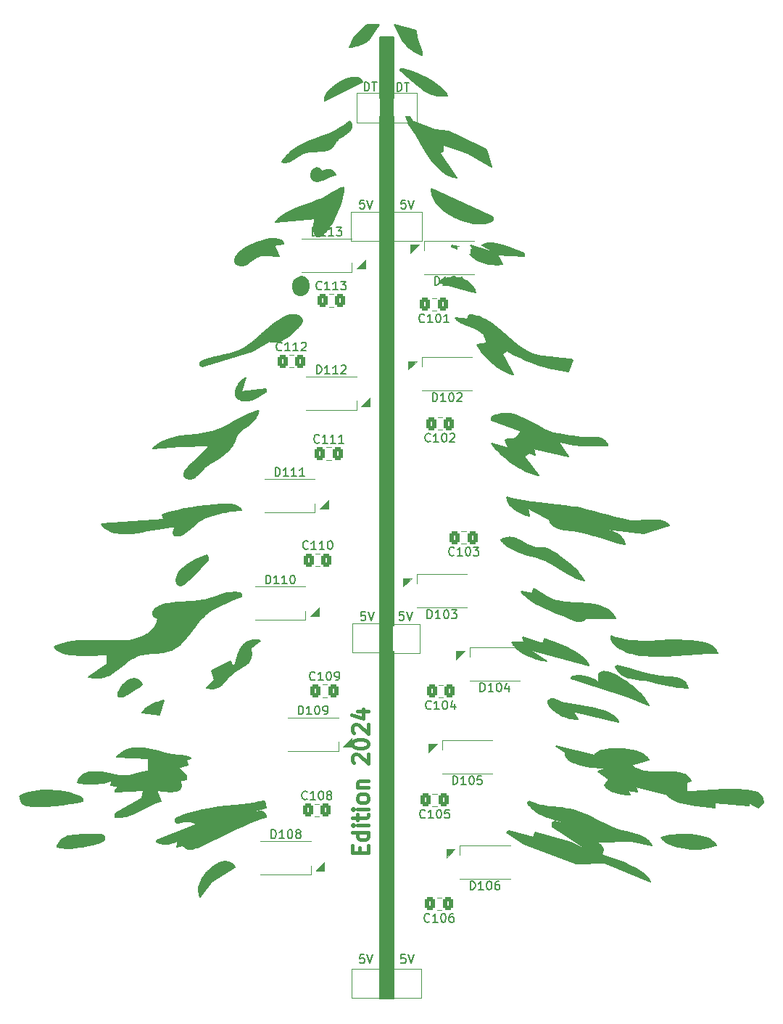
<source format=gto>
G04 #@! TF.GenerationSoftware,KiCad,Pcbnew,8.0.5*
G04 #@! TF.CreationDate,2024-11-01T20:50:18+01:00*
G04 #@! TF.ProjectId,SL_Christmas_Tree_B,534c5f43-6872-4697-9374-6d61735f5472,2.0*
G04 #@! TF.SameCoordinates,Original*
G04 #@! TF.FileFunction,Legend,Top*
G04 #@! TF.FilePolarity,Positive*
%FSLAX46Y46*%
G04 Gerber Fmt 4.6, Leading zero omitted, Abs format (unit mm)*
G04 Created by KiCad (PCBNEW 8.0.5) date 2024-11-01 20:50:18*
%MOMM*%
%LPD*%
G01*
G04 APERTURE LIST*
G04 Aperture macros list*
%AMRoundRect*
0 Rectangle with rounded corners*
0 $1 Rounding radius*
0 $2 $3 $4 $5 $6 $7 $8 $9 X,Y pos of 4 corners*
0 Add a 4 corners polygon primitive as box body*
4,1,4,$2,$3,$4,$5,$6,$7,$8,$9,$2,$3,0*
0 Add four circle primitives for the rounded corners*
1,1,$1+$1,$2,$3*
1,1,$1+$1,$4,$5*
1,1,$1+$1,$6,$7*
1,1,$1+$1,$8,$9*
0 Add four rect primitives between the rounded corners*
20,1,$1+$1,$2,$3,$4,$5,0*
20,1,$1+$1,$4,$5,$6,$7,0*
20,1,$1+$1,$6,$7,$8,$9,0*
20,1,$1+$1,$8,$9,$2,$3,0*%
G04 Aperture macros list end*
%ADD10C,0.200000*%
%ADD11C,0.400000*%
%ADD12C,0.150000*%
%ADD13C,0.120000*%
%ADD14C,0.100000*%
%ADD15R,1.600000X0.850000*%
%ADD16RoundRect,0.250000X0.337500X0.475000X-0.337500X0.475000X-0.337500X-0.475000X0.337500X-0.475000X0*%
%ADD17R,3.000000X3.000000*%
%ADD18R,2.000000X2.000000*%
%ADD19RoundRect,0.250000X-0.337500X-0.475000X0.337500X-0.475000X0.337500X0.475000X-0.337500X0.475000X0*%
G04 APERTURE END LIST*
D10*
X100660000Y-165621679D02*
X99060001Y-165621679D01*
X99060001Y-53450000D01*
X100660000Y-53450000D01*
X100660000Y-165621679D01*
G36*
X100660000Y-165621679D02*
G01*
X99060001Y-165621679D01*
X99060001Y-53450000D01*
X100660000Y-53450000D01*
X100660000Y-165621679D01*
G37*
X134896906Y-146470530D02*
X135391205Y-146492492D01*
X135877928Y-146538052D01*
X136348622Y-146609459D01*
X136794833Y-146708965D01*
X137006116Y-146769959D01*
X137208108Y-146838821D01*
X137399754Y-146915833D01*
X137579996Y-147001276D01*
X137747777Y-147095432D01*
X137902042Y-147198581D01*
X138041732Y-147311006D01*
X138165793Y-147432988D01*
X138273167Y-147564808D01*
X138362797Y-147706747D01*
X138219942Y-147774459D01*
X138062747Y-147836638D01*
X137709576Y-147944117D01*
X137311761Y-148028637D01*
X136877780Y-148089648D01*
X136416111Y-148126603D01*
X135935229Y-148138952D01*
X135443612Y-148126146D01*
X134949738Y-148087638D01*
X134462083Y-148022879D01*
X133989125Y-147931321D01*
X133539340Y-147812414D01*
X133121207Y-147665610D01*
X132926658Y-147581576D01*
X132743202Y-147490361D01*
X132571896Y-147391898D01*
X132413802Y-147286118D01*
X132269978Y-147172953D01*
X132141484Y-147052333D01*
X132029381Y-146924191D01*
X131934727Y-146788457D01*
X132245376Y-146708258D01*
X132607620Y-146635902D01*
X133013005Y-146573638D01*
X133453080Y-146523719D01*
X133919390Y-146488394D01*
X134403483Y-146469914D01*
X134896906Y-146470530D01*
G36*
X134896906Y-146470530D02*
G01*
X135391205Y-146492492D01*
X135877928Y-146538052D01*
X136348622Y-146609459D01*
X136794833Y-146708965D01*
X137006116Y-146769959D01*
X137208108Y-146838821D01*
X137399754Y-146915833D01*
X137579996Y-147001276D01*
X137747777Y-147095432D01*
X137902042Y-147198581D01*
X138041732Y-147311006D01*
X138165793Y-147432988D01*
X138273167Y-147564808D01*
X138362797Y-147706747D01*
X138219942Y-147774459D01*
X138062747Y-147836638D01*
X137709576Y-147944117D01*
X137311761Y-148028637D01*
X136877780Y-148089648D01*
X136416111Y-148126603D01*
X135935229Y-148138952D01*
X135443612Y-148126146D01*
X134949738Y-148087638D01*
X134462083Y-148022879D01*
X133989125Y-147931321D01*
X133539340Y-147812414D01*
X133121207Y-147665610D01*
X132926658Y-147581576D01*
X132743202Y-147490361D01*
X132571896Y-147391898D01*
X132413802Y-147286118D01*
X132269978Y-147172953D01*
X132141484Y-147052333D01*
X132029381Y-146924191D01*
X131934727Y-146788457D01*
X132245376Y-146708258D01*
X132607620Y-146635902D01*
X133013005Y-146573638D01*
X133453080Y-146523719D01*
X133919390Y-146488394D01*
X134403483Y-146469914D01*
X134896906Y-146470530D01*
G37*
X85836391Y-143298940D02*
X84550778Y-143666265D01*
X84550778Y-143849920D01*
X84674284Y-143825196D01*
X84790957Y-143804470D01*
X84901029Y-143788574D01*
X85004731Y-143778344D01*
X85054265Y-143775613D01*
X85102293Y-143774612D01*
X85148844Y-143775443D01*
X85193948Y-143778212D01*
X85237631Y-143783023D01*
X85279925Y-143789979D01*
X85320857Y-143799185D01*
X85360457Y-143810745D01*
X85398752Y-143824763D01*
X85435773Y-143841344D01*
X85471548Y-143860592D01*
X85506106Y-143882611D01*
X85539476Y-143907505D01*
X85571687Y-143935379D01*
X85602767Y-143966337D01*
X85632746Y-144000482D01*
X85661653Y-144037919D01*
X85689515Y-144078753D01*
X85716363Y-144123087D01*
X85742225Y-144171026D01*
X85767130Y-144222674D01*
X85791107Y-144278136D01*
X85814184Y-144337514D01*
X85836391Y-144400915D01*
X85385083Y-144550391D01*
X84938742Y-144709792D01*
X84058432Y-145054775D01*
X83190401Y-145428682D01*
X82329591Y-145824329D01*
X80609392Y-146652118D01*
X79739884Y-147069897D01*
X78857357Y-147480688D01*
X78169176Y-147806512D01*
X77981161Y-147889248D01*
X77790230Y-147966096D01*
X77598119Y-148033856D01*
X77406564Y-148089328D01*
X77311537Y-148111457D01*
X77217301Y-148129313D01*
X77124072Y-148142498D01*
X77032066Y-148150610D01*
X76941502Y-148153251D01*
X76852596Y-148150020D01*
X76765565Y-148140517D01*
X76680625Y-148124343D01*
X76597995Y-148101096D01*
X76517891Y-148070378D01*
X76440530Y-148031788D01*
X76366129Y-147984926D01*
X76294906Y-147929393D01*
X76227076Y-147864787D01*
X76162857Y-147790710D01*
X76102467Y-147706762D01*
X75367840Y-147890432D01*
X75551502Y-147155797D01*
X75377918Y-147234936D01*
X75210407Y-147306988D01*
X75048037Y-147371538D01*
X74889874Y-147428173D01*
X74734985Y-147476478D01*
X74582435Y-147516038D01*
X74431292Y-147546438D01*
X74280622Y-147567264D01*
X74129492Y-147578101D01*
X73976968Y-147578536D01*
X73822116Y-147568152D01*
X73664004Y-147546535D01*
X73501697Y-147513272D01*
X73334262Y-147467946D01*
X73160766Y-147410145D01*
X72980274Y-147339452D01*
X72980274Y-147155797D01*
X77755405Y-145319204D01*
X77688309Y-145265526D01*
X77620636Y-145216676D01*
X77552398Y-145172480D01*
X77483602Y-145132765D01*
X77414258Y-145097356D01*
X77344376Y-145066081D01*
X77273963Y-145038766D01*
X77203029Y-145015238D01*
X77131583Y-144995323D01*
X77059634Y-144978847D01*
X76914264Y-144955521D01*
X76766991Y-144943873D01*
X76617888Y-144942514D01*
X76467026Y-144950057D01*
X76314478Y-144965113D01*
X76160316Y-144986296D01*
X76004614Y-145012217D01*
X75367840Y-145135534D01*
X75184177Y-144951879D01*
X75184177Y-144584554D01*
X75808568Y-144330720D01*
X76439655Y-144110037D01*
X77076860Y-143919046D01*
X77719599Y-143754288D01*
X78367293Y-143612304D01*
X79019360Y-143489636D01*
X80334291Y-143288408D01*
X82991063Y-142965538D01*
X84323609Y-142788553D01*
X84988888Y-142684067D01*
X85652729Y-142564306D01*
X85836391Y-143298940D01*
G36*
X85836391Y-143298940D02*
G01*
X84550778Y-143666265D01*
X84550778Y-143849920D01*
X84674284Y-143825196D01*
X84790957Y-143804470D01*
X84901029Y-143788574D01*
X85004731Y-143778344D01*
X85054265Y-143775613D01*
X85102293Y-143774612D01*
X85148844Y-143775443D01*
X85193948Y-143778212D01*
X85237631Y-143783023D01*
X85279925Y-143789979D01*
X85320857Y-143799185D01*
X85360457Y-143810745D01*
X85398752Y-143824763D01*
X85435773Y-143841344D01*
X85471548Y-143860592D01*
X85506106Y-143882611D01*
X85539476Y-143907505D01*
X85571687Y-143935379D01*
X85602767Y-143966337D01*
X85632746Y-144000482D01*
X85661653Y-144037919D01*
X85689515Y-144078753D01*
X85716363Y-144123087D01*
X85742225Y-144171026D01*
X85767130Y-144222674D01*
X85791107Y-144278136D01*
X85814184Y-144337514D01*
X85836391Y-144400915D01*
X85385083Y-144550391D01*
X84938742Y-144709792D01*
X84058432Y-145054775D01*
X83190401Y-145428682D01*
X82329591Y-145824329D01*
X80609392Y-146652118D01*
X79739884Y-147069897D01*
X78857357Y-147480688D01*
X78169176Y-147806512D01*
X77981161Y-147889248D01*
X77790230Y-147966096D01*
X77598119Y-148033856D01*
X77406564Y-148089328D01*
X77311537Y-148111457D01*
X77217301Y-148129313D01*
X77124072Y-148142498D01*
X77032066Y-148150610D01*
X76941502Y-148153251D01*
X76852596Y-148150020D01*
X76765565Y-148140517D01*
X76680625Y-148124343D01*
X76597995Y-148101096D01*
X76517891Y-148070378D01*
X76440530Y-148031788D01*
X76366129Y-147984926D01*
X76294906Y-147929393D01*
X76227076Y-147864787D01*
X76162857Y-147790710D01*
X76102467Y-147706762D01*
X75367840Y-147890432D01*
X75551502Y-147155797D01*
X75377918Y-147234936D01*
X75210407Y-147306988D01*
X75048037Y-147371538D01*
X74889874Y-147428173D01*
X74734985Y-147476478D01*
X74582435Y-147516038D01*
X74431292Y-147546438D01*
X74280622Y-147567264D01*
X74129492Y-147578101D01*
X73976968Y-147578536D01*
X73822116Y-147568152D01*
X73664004Y-147546535D01*
X73501697Y-147513272D01*
X73334262Y-147467946D01*
X73160766Y-147410145D01*
X72980274Y-147339452D01*
X72980274Y-147155797D01*
X77755405Y-145319204D01*
X77688309Y-145265526D01*
X77620636Y-145216676D01*
X77552398Y-145172480D01*
X77483602Y-145132765D01*
X77414258Y-145097356D01*
X77344376Y-145066081D01*
X77273963Y-145038766D01*
X77203029Y-145015238D01*
X77131583Y-144995323D01*
X77059634Y-144978847D01*
X76914264Y-144955521D01*
X76766991Y-144943873D01*
X76617888Y-144942514D01*
X76467026Y-144950057D01*
X76314478Y-144965113D01*
X76160316Y-144986296D01*
X76004614Y-145012217D01*
X75367840Y-145135534D01*
X75184177Y-144951879D01*
X75184177Y-144584554D01*
X75808568Y-144330720D01*
X76439655Y-144110037D01*
X77076860Y-143919046D01*
X77719599Y-143754288D01*
X78367293Y-143612304D01*
X79019360Y-143489636D01*
X80334291Y-143288408D01*
X82991063Y-142965538D01*
X84323609Y-142788553D01*
X84988888Y-142684067D01*
X85652729Y-142564306D01*
X85836391Y-143298940D01*
G37*
X114345961Y-111798953D02*
X114457812Y-111806644D01*
X114567595Y-111820653D01*
X114675580Y-111840599D01*
X114782038Y-111866100D01*
X114887240Y-111896774D01*
X114991456Y-111932240D01*
X115094958Y-111972118D01*
X115300901Y-112063580D01*
X115507234Y-112168109D01*
X115929735Y-112404165D01*
X116379788Y-112655875D01*
X116620562Y-112779973D01*
X116874722Y-112898832D01*
X116926431Y-112920126D01*
X116978176Y-112938575D01*
X117029953Y-112954367D01*
X117081758Y-112967688D01*
X117185435Y-112987668D01*
X117289177Y-113000016D01*
X117392952Y-113006229D01*
X117496729Y-113007808D01*
X117704161Y-113003056D01*
X117911222Y-112997753D01*
X118014534Y-112998643D01*
X118117659Y-113003892D01*
X118220566Y-113014999D01*
X118323223Y-113033464D01*
X118374448Y-113045924D01*
X118425598Y-113060786D01*
X118476670Y-113078236D01*
X118527660Y-113098463D01*
X118799775Y-113223303D01*
X119090815Y-113373853D01*
X119396819Y-113547739D01*
X119713831Y-113742588D01*
X120037891Y-113956026D01*
X120365039Y-114185682D01*
X120691317Y-114429181D01*
X121012767Y-114684150D01*
X121325429Y-114948217D01*
X121625344Y-115219009D01*
X121908554Y-115494152D01*
X122171099Y-115771273D01*
X122409021Y-116047999D01*
X122618361Y-116321958D01*
X122711076Y-116457158D01*
X122795160Y-116590775D01*
X122870120Y-116722515D01*
X122935459Y-116852079D01*
X122645507Y-116767568D01*
X122359408Y-116665679D01*
X122076750Y-116548456D01*
X121797120Y-116417941D01*
X121520106Y-116276179D01*
X121245295Y-116125213D01*
X120700635Y-115803843D01*
X119619613Y-115140571D01*
X119348680Y-114982396D01*
X119076652Y-114831366D01*
X118803116Y-114689523D01*
X118527660Y-114558912D01*
X118180523Y-114414045D01*
X117826600Y-114285406D01*
X117467752Y-114169225D01*
X117105842Y-114061731D01*
X116380277Y-113857723D01*
X116020346Y-113753667D01*
X115664797Y-113643218D01*
X115315492Y-113522603D01*
X114974293Y-113388052D01*
X114643060Y-113235795D01*
X114323656Y-113062062D01*
X114168971Y-112965964D01*
X114017942Y-112863082D01*
X113870800Y-112752946D01*
X113727778Y-112635084D01*
X113589110Y-112509026D01*
X113455027Y-112374299D01*
X113325763Y-112230433D01*
X113201554Y-112076961D01*
X113344200Y-112010631D01*
X113482345Y-111954050D01*
X113616256Y-111906838D01*
X113746203Y-111868613D01*
X113872457Y-111838994D01*
X113995289Y-111817600D01*
X114114970Y-111804050D01*
X114231770Y-111797961D01*
X114345961Y-111798953D01*
G36*
X114345961Y-111798953D02*
G01*
X114457812Y-111806644D01*
X114567595Y-111820653D01*
X114675580Y-111840599D01*
X114782038Y-111866100D01*
X114887240Y-111896774D01*
X114991456Y-111932240D01*
X115094958Y-111972118D01*
X115300901Y-112063580D01*
X115507234Y-112168109D01*
X115929735Y-112404165D01*
X116379788Y-112655875D01*
X116620562Y-112779973D01*
X116874722Y-112898832D01*
X116926431Y-112920126D01*
X116978176Y-112938575D01*
X117029953Y-112954367D01*
X117081758Y-112967688D01*
X117185435Y-112987668D01*
X117289177Y-113000016D01*
X117392952Y-113006229D01*
X117496729Y-113007808D01*
X117704161Y-113003056D01*
X117911222Y-112997753D01*
X118014534Y-112998643D01*
X118117659Y-113003892D01*
X118220566Y-113014999D01*
X118323223Y-113033464D01*
X118374448Y-113045924D01*
X118425598Y-113060786D01*
X118476670Y-113078236D01*
X118527660Y-113098463D01*
X118799775Y-113223303D01*
X119090815Y-113373853D01*
X119396819Y-113547739D01*
X119713831Y-113742588D01*
X120037891Y-113956026D01*
X120365039Y-114185682D01*
X120691317Y-114429181D01*
X121012767Y-114684150D01*
X121325429Y-114948217D01*
X121625344Y-115219009D01*
X121908554Y-115494152D01*
X122171099Y-115771273D01*
X122409021Y-116047999D01*
X122618361Y-116321958D01*
X122711076Y-116457158D01*
X122795160Y-116590775D01*
X122870120Y-116722515D01*
X122935459Y-116852079D01*
X122645507Y-116767568D01*
X122359408Y-116665679D01*
X122076750Y-116548456D01*
X121797120Y-116417941D01*
X121520106Y-116276179D01*
X121245295Y-116125213D01*
X120700635Y-115803843D01*
X119619613Y-115140571D01*
X119348680Y-114982396D01*
X119076652Y-114831366D01*
X118803116Y-114689523D01*
X118527660Y-114558912D01*
X118180523Y-114414045D01*
X117826600Y-114285406D01*
X117467752Y-114169225D01*
X117105842Y-114061731D01*
X116380277Y-113857723D01*
X116020346Y-113753667D01*
X115664797Y-113643218D01*
X115315492Y-113522603D01*
X114974293Y-113388052D01*
X114643060Y-113235795D01*
X114323656Y-113062062D01*
X114168971Y-112965964D01*
X114017942Y-112863082D01*
X113870800Y-112752946D01*
X113727778Y-112635084D01*
X113589110Y-112509026D01*
X113455027Y-112374299D01*
X113325763Y-112230433D01*
X113201554Y-112076961D01*
X113344200Y-112010631D01*
X113482345Y-111954050D01*
X113616256Y-111906838D01*
X113746203Y-111868613D01*
X113872457Y-111838994D01*
X113995289Y-111817600D01*
X114114970Y-111804050D01*
X114231770Y-111797961D01*
X114345961Y-111798953D01*
G37*
X81310652Y-149647574D02*
X81483451Y-149685143D01*
X81645967Y-149748152D01*
X81796701Y-149837769D01*
X81934153Y-149955165D01*
X82056823Y-150101511D01*
X82163212Y-150277975D01*
X79465992Y-151964864D01*
X78122707Y-153767492D01*
X78036359Y-153554261D01*
X77978727Y-153336053D01*
X77948312Y-153114038D01*
X77943613Y-152889385D01*
X77963131Y-152663265D01*
X78005366Y-152436848D01*
X78068817Y-152211302D01*
X78151985Y-151987799D01*
X78253371Y-151767508D01*
X78371473Y-151551598D01*
X78504792Y-151341240D01*
X78651828Y-151137604D01*
X78811081Y-150941859D01*
X78981051Y-150755175D01*
X79160239Y-150578723D01*
X79347143Y-150413671D01*
X79540265Y-150261190D01*
X79738105Y-150122450D01*
X79939162Y-149998620D01*
X80141936Y-149890871D01*
X80344928Y-149800372D01*
X80546637Y-149728292D01*
X80745564Y-149675803D01*
X80940209Y-149644074D01*
X81129072Y-149634274D01*
X81310652Y-149647574D01*
G36*
X81310652Y-149647574D02*
G01*
X81483451Y-149685143D01*
X81645967Y-149748152D01*
X81796701Y-149837769D01*
X81934153Y-149955165D01*
X82056823Y-150101511D01*
X82163212Y-150277975D01*
X79465992Y-151964864D01*
X78122707Y-153767492D01*
X78036359Y-153554261D01*
X77978727Y-153336053D01*
X77948312Y-153114038D01*
X77943613Y-152889385D01*
X77963131Y-152663265D01*
X78005366Y-152436848D01*
X78068817Y-152211302D01*
X78151985Y-151987799D01*
X78253371Y-151767508D01*
X78371473Y-151551598D01*
X78504792Y-151341240D01*
X78651828Y-151137604D01*
X78811081Y-150941859D01*
X78981051Y-150755175D01*
X79160239Y-150578723D01*
X79347143Y-150413671D01*
X79540265Y-150261190D01*
X79738105Y-150122450D01*
X79939162Y-149998620D01*
X80141936Y-149890871D01*
X80344928Y-149800372D01*
X80546637Y-149728292D01*
X80745564Y-149675803D01*
X80940209Y-149644074D01*
X81129072Y-149634274D01*
X81310652Y-149647574D01*
G37*
X70596085Y-128320359D02*
X70753420Y-128378488D01*
X70906512Y-128470319D01*
X71054063Y-128598406D01*
X71194773Y-128765302D01*
X71327343Y-128973562D01*
X71053234Y-129157583D01*
X70778315Y-129340229D01*
X70502190Y-129521086D01*
X70224468Y-129699743D01*
X69860806Y-129934663D01*
X69769281Y-129992766D01*
X69677225Y-130049829D01*
X69584492Y-130105459D01*
X69490940Y-130159261D01*
X69271796Y-130272711D01*
X69083484Y-130350915D01*
X68924703Y-130396426D01*
X68794155Y-130411798D01*
X68690541Y-130399585D01*
X68612562Y-130362339D01*
X68558918Y-130302616D01*
X68528312Y-130222968D01*
X68519443Y-130125949D01*
X68531014Y-130014113D01*
X68561723Y-129890014D01*
X68610274Y-129756204D01*
X68675366Y-129615238D01*
X68755702Y-129469670D01*
X68849980Y-129322053D01*
X68956904Y-129174941D01*
X69075172Y-129030886D01*
X69203488Y-128892444D01*
X69340551Y-128762168D01*
X69485063Y-128642611D01*
X69635724Y-128536327D01*
X69791235Y-128445869D01*
X69950299Y-128373792D01*
X70111614Y-128322649D01*
X70273883Y-128294993D01*
X70435806Y-128293378D01*
X70596085Y-128320359D01*
G36*
X70596085Y-128320359D02*
G01*
X70753420Y-128378488D01*
X70906512Y-128470319D01*
X71054063Y-128598406D01*
X71194773Y-128765302D01*
X71327343Y-128973562D01*
X71053234Y-129157583D01*
X70778315Y-129340229D01*
X70502190Y-129521086D01*
X70224468Y-129699743D01*
X69860806Y-129934663D01*
X69769281Y-129992766D01*
X69677225Y-130049829D01*
X69584492Y-130105459D01*
X69490940Y-130159261D01*
X69271796Y-130272711D01*
X69083484Y-130350915D01*
X68924703Y-130396426D01*
X68794155Y-130411798D01*
X68690541Y-130399585D01*
X68612562Y-130362339D01*
X68558918Y-130302616D01*
X68528312Y-130222968D01*
X68519443Y-130125949D01*
X68531014Y-130014113D01*
X68561723Y-129890014D01*
X68610274Y-129756204D01*
X68675366Y-129615238D01*
X68755702Y-129469670D01*
X68849980Y-129322053D01*
X68956904Y-129174941D01*
X69075172Y-129030886D01*
X69203488Y-128892444D01*
X69340551Y-128762168D01*
X69485063Y-128642611D01*
X69635724Y-128536327D01*
X69791235Y-128445869D01*
X69950299Y-128373792D01*
X70111614Y-128322649D01*
X70273883Y-128294993D01*
X70435806Y-128293378D01*
X70596085Y-128320359D01*
G37*
X113201554Y-112076961D02*
X113201550Y-112076963D01*
X113201550Y-112076955D01*
X113201554Y-112076961D01*
G36*
X113201554Y-112076961D02*
G01*
X113201550Y-112076963D01*
X113201550Y-112076955D01*
X113201554Y-112076961D01*
G37*
X101703490Y-57152348D02*
X101852581Y-57165737D01*
X102014169Y-57190819D01*
X102370248Y-57273738D01*
X102762554Y-57396466D01*
X103181916Y-57554361D01*
X103619160Y-57742784D01*
X104065113Y-57957093D01*
X104510604Y-58192650D01*
X104946459Y-58444814D01*
X105363505Y-58708944D01*
X105752571Y-58980400D01*
X106104483Y-59254542D01*
X106410069Y-59526730D01*
X106542623Y-59660641D01*
X106660156Y-59792323D01*
X106761520Y-59921197D01*
X106845571Y-60046682D01*
X106911160Y-60168198D01*
X106957142Y-60285165D01*
X106728823Y-60307529D01*
X106507656Y-60317581D01*
X106293288Y-60315814D01*
X106085366Y-60302725D01*
X105883536Y-60278806D01*
X105687447Y-60244553D01*
X105496745Y-60200460D01*
X105311076Y-60147022D01*
X105130088Y-60084733D01*
X104953428Y-60014087D01*
X104780743Y-59935580D01*
X104611680Y-59849705D01*
X104445886Y-59756958D01*
X104283008Y-59657832D01*
X103964586Y-59442424D01*
X103653592Y-59207437D01*
X103347202Y-58956827D01*
X102736935Y-58424562D01*
X102111193Y-57877278D01*
X101785459Y-57607894D01*
X101447384Y-57346624D01*
X101447384Y-57162965D01*
X101568042Y-57151231D01*
X101703490Y-57152348D01*
G36*
X101703490Y-57152348D02*
G01*
X101852581Y-57165737D01*
X102014169Y-57190819D01*
X102370248Y-57273738D01*
X102762554Y-57396466D01*
X103181916Y-57554361D01*
X103619160Y-57742784D01*
X104065113Y-57957093D01*
X104510604Y-58192650D01*
X104946459Y-58444814D01*
X105363505Y-58708944D01*
X105752571Y-58980400D01*
X106104483Y-59254542D01*
X106410069Y-59526730D01*
X106542623Y-59660641D01*
X106660156Y-59792323D01*
X106761520Y-59921197D01*
X106845571Y-60046682D01*
X106911160Y-60168198D01*
X106957142Y-60285165D01*
X106728823Y-60307529D01*
X106507656Y-60317581D01*
X106293288Y-60315814D01*
X106085366Y-60302725D01*
X105883536Y-60278806D01*
X105687447Y-60244553D01*
X105496745Y-60200460D01*
X105311076Y-60147022D01*
X105130088Y-60084733D01*
X104953428Y-60014087D01*
X104780743Y-59935580D01*
X104611680Y-59849705D01*
X104445886Y-59756958D01*
X104283008Y-59657832D01*
X103964586Y-59442424D01*
X103653592Y-59207437D01*
X103347202Y-58956827D01*
X102736935Y-58424562D01*
X102111193Y-57877278D01*
X101785459Y-57607894D01*
X101447384Y-57346624D01*
X101447384Y-57162965D01*
X101568042Y-57151231D01*
X101703490Y-57152348D01*
G37*
X82317866Y-118231775D02*
X82459126Y-118244683D01*
X82602771Y-118263705D01*
X82748965Y-118289154D01*
X82897869Y-118321340D01*
X82897869Y-118688650D01*
X82387827Y-118908626D01*
X81845399Y-119135133D01*
X81284944Y-119371566D01*
X80720823Y-119621320D01*
X80441875Y-119752255D01*
X80167395Y-119887793D01*
X79899177Y-120028361D01*
X79639017Y-120174381D01*
X79388710Y-120326279D01*
X79150051Y-120484479D01*
X78924834Y-120649407D01*
X78714855Y-120821485D01*
X78480245Y-121038960D01*
X78255012Y-121271658D01*
X78037516Y-121517074D01*
X77826114Y-121772699D01*
X77415029Y-122304555D01*
X77008622Y-122847174D01*
X76803070Y-123116253D01*
X76593762Y-123380504D01*
X76379057Y-123637419D01*
X76157314Y-123884491D01*
X75926891Y-124119216D01*
X75686147Y-124339085D01*
X75561391Y-124442666D01*
X75433439Y-124541593D01*
X75302085Y-124635553D01*
X75167126Y-124724233D01*
X75036152Y-124801658D01*
X74902752Y-124871326D01*
X74767097Y-124933708D01*
X74629360Y-124989270D01*
X74348324Y-125081808D01*
X74061016Y-125152686D01*
X73768810Y-125205649D01*
X73473079Y-125244441D01*
X73175196Y-125272808D01*
X72876534Y-125294494D01*
X72282364Y-125332805D01*
X71989603Y-125356919D01*
X71701555Y-125389333D01*
X71419594Y-125433791D01*
X71145092Y-125494037D01*
X70879422Y-125573818D01*
X70750329Y-125622204D01*
X70623959Y-125676877D01*
X70434968Y-125769538D01*
X70252066Y-125868667D01*
X69902501Y-126083270D01*
X69571210Y-126314565D01*
X69254141Y-126556432D01*
X68646450Y-127047395D01*
X68347721Y-127284247D01*
X68046997Y-127507186D01*
X67740226Y-127710090D01*
X67583305Y-127802116D01*
X67423353Y-127886837D01*
X67259862Y-127963489D01*
X67092325Y-128031307D01*
X66920236Y-128089524D01*
X66743088Y-128137377D01*
X66560374Y-128174100D01*
X66371588Y-128198927D01*
X66176222Y-128211094D01*
X65973771Y-128209836D01*
X65763727Y-128194386D01*
X65545584Y-128163981D01*
X65318835Y-128117855D01*
X65082973Y-128055242D01*
X67286877Y-126585981D01*
X67286877Y-125484029D01*
X66613073Y-125500143D01*
X65771479Y-125533451D01*
X64830740Y-125556656D01*
X64344643Y-125555940D01*
X63859502Y-125542461D01*
X63383897Y-125512808D01*
X62926410Y-125463569D01*
X62495621Y-125391331D01*
X62100110Y-125292683D01*
X61918266Y-125232388D01*
X61748459Y-125164211D01*
X61591762Y-125087726D01*
X61449248Y-125002505D01*
X61321989Y-124908123D01*
X61211058Y-124804152D01*
X61117527Y-124690167D01*
X61042469Y-124565740D01*
X61309376Y-124445092D01*
X61579516Y-124337932D01*
X62128717Y-124161126D01*
X62688522Y-124029429D01*
X63257381Y-123936946D01*
X63833742Y-123877784D01*
X64416055Y-123846048D01*
X65002770Y-123835843D01*
X65592336Y-123841276D01*
X67948092Y-123901496D01*
X68528651Y-123896703D01*
X69102757Y-123872181D01*
X69668859Y-123822037D01*
X70225407Y-123740377D01*
X70470798Y-123689340D01*
X70719385Y-123623905D01*
X70968719Y-123544188D01*
X71216350Y-123450301D01*
X71459832Y-123342358D01*
X71696714Y-123220474D01*
X71924549Y-123084762D01*
X72034309Y-123011756D01*
X72140888Y-122935336D01*
X72243982Y-122855515D01*
X72343283Y-122772309D01*
X72438487Y-122685732D01*
X72529285Y-122595797D01*
X72615374Y-122502519D01*
X72696447Y-122405912D01*
X72772196Y-122305990D01*
X72842318Y-122202768D01*
X72906505Y-122096260D01*
X72964451Y-121986480D01*
X73015851Y-121873442D01*
X73060398Y-121757161D01*
X73097786Y-121637650D01*
X73127709Y-121514925D01*
X73149861Y-121388998D01*
X73163937Y-121259885D01*
X73163952Y-121259878D01*
X73070028Y-121225373D01*
X72985309Y-121187714D01*
X72909557Y-121147133D01*
X72842529Y-121103859D01*
X72783986Y-121058122D01*
X72733688Y-121010152D01*
X72691393Y-120960180D01*
X72656862Y-120908436D01*
X72629854Y-120855150D01*
X72610129Y-120800552D01*
X72597447Y-120744872D01*
X72591567Y-120688340D01*
X72592248Y-120631187D01*
X72599251Y-120573642D01*
X72612334Y-120515937D01*
X72631258Y-120458300D01*
X72655782Y-120400963D01*
X72685666Y-120344155D01*
X72720669Y-120288106D01*
X72760552Y-120233047D01*
X72805073Y-120179208D01*
X72853992Y-120126819D01*
X72907069Y-120076110D01*
X72964063Y-120027311D01*
X73024734Y-119980653D01*
X73088843Y-119936366D01*
X73156147Y-119894679D01*
X73226407Y-119855823D01*
X73299383Y-119820028D01*
X73374834Y-119787525D01*
X73452520Y-119758543D01*
X73532200Y-119733312D01*
X73840057Y-119652544D01*
X74152474Y-119585381D01*
X74468860Y-119530065D01*
X74788623Y-119484838D01*
X75435910Y-119417622D01*
X76089602Y-119369667D01*
X76744963Y-119326913D01*
X77397261Y-119275295D01*
X77720781Y-119241767D01*
X78041760Y-119200750D01*
X78359605Y-119150486D01*
X78673725Y-119089216D01*
X78952002Y-119022752D01*
X79222328Y-118947131D01*
X79486001Y-118864842D01*
X79744316Y-118778376D01*
X80250054Y-118602870D01*
X80500070Y-118518812D01*
X80749911Y-118440536D01*
X81000874Y-118370534D01*
X81254254Y-118311295D01*
X81511348Y-118265309D01*
X81773450Y-118235067D01*
X82041858Y-118223059D01*
X82317866Y-118231775D01*
G36*
X82317866Y-118231775D02*
G01*
X82459126Y-118244683D01*
X82602771Y-118263705D01*
X82748965Y-118289154D01*
X82897869Y-118321340D01*
X82897869Y-118688650D01*
X82387827Y-118908626D01*
X81845399Y-119135133D01*
X81284944Y-119371566D01*
X80720823Y-119621320D01*
X80441875Y-119752255D01*
X80167395Y-119887793D01*
X79899177Y-120028361D01*
X79639017Y-120174381D01*
X79388710Y-120326279D01*
X79150051Y-120484479D01*
X78924834Y-120649407D01*
X78714855Y-120821485D01*
X78480245Y-121038960D01*
X78255012Y-121271658D01*
X78037516Y-121517074D01*
X77826114Y-121772699D01*
X77415029Y-122304555D01*
X77008622Y-122847174D01*
X76803070Y-123116253D01*
X76593762Y-123380504D01*
X76379057Y-123637419D01*
X76157314Y-123884491D01*
X75926891Y-124119216D01*
X75686147Y-124339085D01*
X75561391Y-124442666D01*
X75433439Y-124541593D01*
X75302085Y-124635553D01*
X75167126Y-124724233D01*
X75036152Y-124801658D01*
X74902752Y-124871326D01*
X74767097Y-124933708D01*
X74629360Y-124989270D01*
X74348324Y-125081808D01*
X74061016Y-125152686D01*
X73768810Y-125205649D01*
X73473079Y-125244441D01*
X73175196Y-125272808D01*
X72876534Y-125294494D01*
X72282364Y-125332805D01*
X71989603Y-125356919D01*
X71701555Y-125389333D01*
X71419594Y-125433791D01*
X71145092Y-125494037D01*
X70879422Y-125573818D01*
X70750329Y-125622204D01*
X70623959Y-125676877D01*
X70434968Y-125769538D01*
X70252066Y-125868667D01*
X69902501Y-126083270D01*
X69571210Y-126314565D01*
X69254141Y-126556432D01*
X68646450Y-127047395D01*
X68347721Y-127284247D01*
X68046997Y-127507186D01*
X67740226Y-127710090D01*
X67583305Y-127802116D01*
X67423353Y-127886837D01*
X67259862Y-127963489D01*
X67092325Y-128031307D01*
X66920236Y-128089524D01*
X66743088Y-128137377D01*
X66560374Y-128174100D01*
X66371588Y-128198927D01*
X66176222Y-128211094D01*
X65973771Y-128209836D01*
X65763727Y-128194386D01*
X65545584Y-128163981D01*
X65318835Y-128117855D01*
X65082973Y-128055242D01*
X67286877Y-126585981D01*
X67286877Y-125484029D01*
X66613073Y-125500143D01*
X65771479Y-125533451D01*
X64830740Y-125556656D01*
X64344643Y-125555940D01*
X63859502Y-125542461D01*
X63383897Y-125512808D01*
X62926410Y-125463569D01*
X62495621Y-125391331D01*
X62100110Y-125292683D01*
X61918266Y-125232388D01*
X61748459Y-125164211D01*
X61591762Y-125087726D01*
X61449248Y-125002505D01*
X61321989Y-124908123D01*
X61211058Y-124804152D01*
X61117527Y-124690167D01*
X61042469Y-124565740D01*
X61309376Y-124445092D01*
X61579516Y-124337932D01*
X62128717Y-124161126D01*
X62688522Y-124029429D01*
X63257381Y-123936946D01*
X63833742Y-123877784D01*
X64416055Y-123846048D01*
X65002770Y-123835843D01*
X65592336Y-123841276D01*
X67948092Y-123901496D01*
X68528651Y-123896703D01*
X69102757Y-123872181D01*
X69668859Y-123822037D01*
X70225407Y-123740377D01*
X70470798Y-123689340D01*
X70719385Y-123623905D01*
X70968719Y-123544188D01*
X71216350Y-123450301D01*
X71459832Y-123342358D01*
X71696714Y-123220474D01*
X71924549Y-123084762D01*
X72034309Y-123011756D01*
X72140888Y-122935336D01*
X72243982Y-122855515D01*
X72343283Y-122772309D01*
X72438487Y-122685732D01*
X72529285Y-122595797D01*
X72615374Y-122502519D01*
X72696447Y-122405912D01*
X72772196Y-122305990D01*
X72842318Y-122202768D01*
X72906505Y-122096260D01*
X72964451Y-121986480D01*
X73015851Y-121873442D01*
X73060398Y-121757161D01*
X73097786Y-121637650D01*
X73127709Y-121514925D01*
X73149861Y-121388998D01*
X73163937Y-121259885D01*
X73163952Y-121259878D01*
X73070028Y-121225373D01*
X72985309Y-121187714D01*
X72909557Y-121147133D01*
X72842529Y-121103859D01*
X72783986Y-121058122D01*
X72733688Y-121010152D01*
X72691393Y-120960180D01*
X72656862Y-120908436D01*
X72629854Y-120855150D01*
X72610129Y-120800552D01*
X72597447Y-120744872D01*
X72591567Y-120688340D01*
X72592248Y-120631187D01*
X72599251Y-120573642D01*
X72612334Y-120515937D01*
X72631258Y-120458300D01*
X72655782Y-120400963D01*
X72685666Y-120344155D01*
X72720669Y-120288106D01*
X72760552Y-120233047D01*
X72805073Y-120179208D01*
X72853992Y-120126819D01*
X72907069Y-120076110D01*
X72964063Y-120027311D01*
X73024734Y-119980653D01*
X73088843Y-119936366D01*
X73156147Y-119894679D01*
X73226407Y-119855823D01*
X73299383Y-119820028D01*
X73374834Y-119787525D01*
X73452520Y-119758543D01*
X73532200Y-119733312D01*
X73840057Y-119652544D01*
X74152474Y-119585381D01*
X74468860Y-119530065D01*
X74788623Y-119484838D01*
X75435910Y-119417622D01*
X76089602Y-119369667D01*
X76744963Y-119326913D01*
X77397261Y-119275295D01*
X77720781Y-119241767D01*
X78041760Y-119200750D01*
X78359605Y-119150486D01*
X78673725Y-119089216D01*
X78952002Y-119022752D01*
X79222328Y-118947131D01*
X79486001Y-118864842D01*
X79744316Y-118778376D01*
X80250054Y-118602870D01*
X80500070Y-118518812D01*
X80749911Y-118440536D01*
X81000874Y-118370534D01*
X81254254Y-118311295D01*
X81511348Y-118265309D01*
X81773450Y-118235067D01*
X82041858Y-118223059D01*
X82317866Y-118231775D01*
G37*
X94851713Y-71064253D02*
X94858569Y-71200325D01*
X94856612Y-71344916D01*
X94846229Y-71497344D01*
X94801729Y-71822980D01*
X94728160Y-72171774D01*
X94628612Y-72538265D01*
X94506176Y-72916994D01*
X94363941Y-73302502D01*
X94204999Y-73689329D01*
X94032440Y-74072014D01*
X93849353Y-74445099D01*
X93658830Y-74803123D01*
X93463961Y-75140628D01*
X93267836Y-75452153D01*
X93073546Y-75732238D01*
X92884181Y-75975424D01*
X92702831Y-76176252D01*
X92570485Y-76303900D01*
X92446317Y-76411938D01*
X92330128Y-76501189D01*
X92221717Y-76572474D01*
X92120884Y-76626614D01*
X92027427Y-76664432D01*
X91941147Y-76686749D01*
X91861842Y-76694387D01*
X91789313Y-76688168D01*
X91723358Y-76668913D01*
X91663778Y-76637444D01*
X91610371Y-76594584D01*
X91562936Y-76541153D01*
X91521275Y-76477974D01*
X91485185Y-76405868D01*
X91454466Y-76325657D01*
X91428918Y-76238163D01*
X91408340Y-76144208D01*
X91381293Y-75940199D01*
X91371719Y-75720206D01*
X91378015Y-75490803D01*
X91398576Y-75258562D01*
X91431798Y-75030060D01*
X91476075Y-74811868D01*
X91529804Y-74610563D01*
X86938343Y-74977872D01*
X87060241Y-74836227D01*
X87188919Y-74701018D01*
X87465201Y-74448759D01*
X87764360Y-74218808D01*
X88083568Y-74008873D01*
X88419994Y-73816667D01*
X88770812Y-73639900D01*
X89133191Y-73476281D01*
X89504302Y-73323522D01*
X90261407Y-73041425D01*
X91019495Y-72775294D01*
X91755934Y-72506812D01*
X92108963Y-72365966D01*
X92448093Y-72217664D01*
X92602434Y-72143207D01*
X92753794Y-72064304D01*
X92902666Y-71981750D01*
X93049541Y-71896338D01*
X93626933Y-71541987D01*
X93916461Y-71368300D01*
X94063157Y-71285106D01*
X94211797Y-71205404D01*
X94362875Y-71129987D01*
X94516883Y-71059649D01*
X94674313Y-70995183D01*
X94835659Y-70937383D01*
X94851713Y-71064253D01*
G36*
X94851713Y-71064253D02*
G01*
X94858569Y-71200325D01*
X94856612Y-71344916D01*
X94846229Y-71497344D01*
X94801729Y-71822980D01*
X94728160Y-72171774D01*
X94628612Y-72538265D01*
X94506176Y-72916994D01*
X94363941Y-73302502D01*
X94204999Y-73689329D01*
X94032440Y-74072014D01*
X93849353Y-74445099D01*
X93658830Y-74803123D01*
X93463961Y-75140628D01*
X93267836Y-75452153D01*
X93073546Y-75732238D01*
X92884181Y-75975424D01*
X92702831Y-76176252D01*
X92570485Y-76303900D01*
X92446317Y-76411938D01*
X92330128Y-76501189D01*
X92221717Y-76572474D01*
X92120884Y-76626614D01*
X92027427Y-76664432D01*
X91941147Y-76686749D01*
X91861842Y-76694387D01*
X91789313Y-76688168D01*
X91723358Y-76668913D01*
X91663778Y-76637444D01*
X91610371Y-76594584D01*
X91562936Y-76541153D01*
X91521275Y-76477974D01*
X91485185Y-76405868D01*
X91454466Y-76325657D01*
X91428918Y-76238163D01*
X91408340Y-76144208D01*
X91381293Y-75940199D01*
X91371719Y-75720206D01*
X91378015Y-75490803D01*
X91398576Y-75258562D01*
X91431798Y-75030060D01*
X91476075Y-74811868D01*
X91529804Y-74610563D01*
X86938343Y-74977872D01*
X87060241Y-74836227D01*
X87188919Y-74701018D01*
X87465201Y-74448759D01*
X87764360Y-74218808D01*
X88083568Y-74008873D01*
X88419994Y-73816667D01*
X88770812Y-73639900D01*
X89133191Y-73476281D01*
X89504302Y-73323522D01*
X90261407Y-73041425D01*
X91019495Y-72775294D01*
X91755934Y-72506812D01*
X92108963Y-72365966D01*
X92448093Y-72217664D01*
X92602434Y-72143207D01*
X92753794Y-72064304D01*
X92902666Y-71981750D01*
X93049541Y-71896338D01*
X93626933Y-71541987D01*
X93916461Y-71368300D01*
X94063157Y-71285106D01*
X94211797Y-71205404D01*
X94362875Y-71129987D01*
X94516883Y-71059649D01*
X94674313Y-70995183D01*
X94835659Y-70937383D01*
X94851713Y-71064253D01*
G37*
X110997648Y-77732764D02*
X110997631Y-77732778D01*
X110997646Y-77732763D01*
X110997648Y-77732764D01*
G36*
X110997648Y-77732764D02*
G01*
X110997631Y-77732778D01*
X110997646Y-77732763D01*
X110997648Y-77732764D01*
G37*
X81153812Y-107926818D02*
X81323912Y-107932819D01*
X81494628Y-107944433D01*
X81664425Y-107962650D01*
X81831767Y-107988464D01*
X81995119Y-108022865D01*
X82152944Y-108066845D01*
X82229305Y-108092737D01*
X82303708Y-108121396D01*
X82375962Y-108152946D01*
X82445874Y-108187510D01*
X82513254Y-108225213D01*
X82577908Y-108266178D01*
X82639645Y-108310529D01*
X82698273Y-108358391D01*
X82753599Y-108409888D01*
X82805433Y-108465143D01*
X82853582Y-108524280D01*
X82897854Y-108587423D01*
X81645591Y-108747842D01*
X81048018Y-108839693D01*
X80754190Y-108892750D01*
X80462839Y-108952168D01*
X80173341Y-109019153D01*
X79885073Y-109094912D01*
X79597412Y-109180649D01*
X79309736Y-109277571D01*
X79021422Y-109386884D01*
X78731846Y-109509792D01*
X78440386Y-109647503D01*
X78146420Y-109801221D01*
X78066763Y-109847515D01*
X77987231Y-109898615D01*
X77828332Y-110013567D01*
X77669297Y-110142735D01*
X77509701Y-110282779D01*
X76857196Y-110884898D01*
X76688413Y-111029209D01*
X76516517Y-111164351D01*
X76341082Y-111286984D01*
X76251904Y-111342565D01*
X76161683Y-111393766D01*
X76070364Y-111440169D01*
X75977894Y-111481356D01*
X75884221Y-111516911D01*
X75789291Y-111546415D01*
X75693051Y-111569450D01*
X75595448Y-111585600D01*
X75496428Y-111594446D01*
X75395939Y-111595571D01*
X75337574Y-111592039D01*
X75284493Y-111585034D01*
X75236503Y-111574727D01*
X75193409Y-111561289D01*
X75155015Y-111544890D01*
X75121129Y-111525703D01*
X75091554Y-111503897D01*
X75066096Y-111479643D01*
X75044561Y-111453113D01*
X75026753Y-111424478D01*
X75012479Y-111393908D01*
X75001543Y-111361573D01*
X74993751Y-111327646D01*
X74988909Y-111292297D01*
X74986821Y-111255697D01*
X74987293Y-111218016D01*
X74990131Y-111179426D01*
X74995139Y-111140098D01*
X75010889Y-111059909D01*
X75032986Y-110978818D01*
X75059873Y-110898191D01*
X75089993Y-110819396D01*
X75121788Y-110743799D01*
X75184177Y-110607671D01*
X74955976Y-110594914D01*
X74717418Y-110595111D01*
X74212300Y-110629215D01*
X73674966Y-110699688D01*
X73111555Y-110796231D01*
X71931073Y-111026346D01*
X71326284Y-111139324D01*
X70719985Y-111237187D01*
X70118318Y-111309638D01*
X69527424Y-111346381D01*
X69237936Y-111348144D01*
X68953444Y-111337119D01*
X68674716Y-111312019D01*
X68402520Y-111271556D01*
X68137623Y-111214443D01*
X67880793Y-111139394D01*
X67632798Y-111045121D01*
X67394405Y-110930337D01*
X67166383Y-110793756D01*
X66949498Y-110634090D01*
X66744518Y-110450051D01*
X66552212Y-110240354D01*
X73898563Y-109689382D01*
X73714909Y-109138402D01*
X73714924Y-109138395D01*
X74520881Y-108900042D01*
X75354968Y-108684861D01*
X76209329Y-108493902D01*
X77076108Y-108328211D01*
X77947450Y-108188838D01*
X78815497Y-108076831D01*
X79672396Y-107993238D01*
X80510288Y-107939107D01*
X80821604Y-107927688D01*
X80985864Y-107925438D01*
X81153812Y-107926818D01*
G36*
X81153812Y-107926818D02*
G01*
X81323912Y-107932819D01*
X81494628Y-107944433D01*
X81664425Y-107962650D01*
X81831767Y-107988464D01*
X81995119Y-108022865D01*
X82152944Y-108066845D01*
X82229305Y-108092737D01*
X82303708Y-108121396D01*
X82375962Y-108152946D01*
X82445874Y-108187510D01*
X82513254Y-108225213D01*
X82577908Y-108266178D01*
X82639645Y-108310529D01*
X82698273Y-108358391D01*
X82753599Y-108409888D01*
X82805433Y-108465143D01*
X82853582Y-108524280D01*
X82897854Y-108587423D01*
X81645591Y-108747842D01*
X81048018Y-108839693D01*
X80754190Y-108892750D01*
X80462839Y-108952168D01*
X80173341Y-109019153D01*
X79885073Y-109094912D01*
X79597412Y-109180649D01*
X79309736Y-109277571D01*
X79021422Y-109386884D01*
X78731846Y-109509792D01*
X78440386Y-109647503D01*
X78146420Y-109801221D01*
X78066763Y-109847515D01*
X77987231Y-109898615D01*
X77828332Y-110013567D01*
X77669297Y-110142735D01*
X77509701Y-110282779D01*
X76857196Y-110884898D01*
X76688413Y-111029209D01*
X76516517Y-111164351D01*
X76341082Y-111286984D01*
X76251904Y-111342565D01*
X76161683Y-111393766D01*
X76070364Y-111440169D01*
X75977894Y-111481356D01*
X75884221Y-111516911D01*
X75789291Y-111546415D01*
X75693051Y-111569450D01*
X75595448Y-111585600D01*
X75496428Y-111594446D01*
X75395939Y-111595571D01*
X75337574Y-111592039D01*
X75284493Y-111585034D01*
X75236503Y-111574727D01*
X75193409Y-111561289D01*
X75155015Y-111544890D01*
X75121129Y-111525703D01*
X75091554Y-111503897D01*
X75066096Y-111479643D01*
X75044561Y-111453113D01*
X75026753Y-111424478D01*
X75012479Y-111393908D01*
X75001543Y-111361573D01*
X74993751Y-111327646D01*
X74988909Y-111292297D01*
X74986821Y-111255697D01*
X74987293Y-111218016D01*
X74990131Y-111179426D01*
X74995139Y-111140098D01*
X75010889Y-111059909D01*
X75032986Y-110978818D01*
X75059873Y-110898191D01*
X75089993Y-110819396D01*
X75121788Y-110743799D01*
X75184177Y-110607671D01*
X74955976Y-110594914D01*
X74717418Y-110595111D01*
X74212300Y-110629215D01*
X73674966Y-110699688D01*
X73111555Y-110796231D01*
X71931073Y-111026346D01*
X71326284Y-111139324D01*
X70719985Y-111237187D01*
X70118318Y-111309638D01*
X69527424Y-111346381D01*
X69237936Y-111348144D01*
X68953444Y-111337119D01*
X68674716Y-111312019D01*
X68402520Y-111271556D01*
X68137623Y-111214443D01*
X67880793Y-111139394D01*
X67632798Y-111045121D01*
X67394405Y-110930337D01*
X67166383Y-110793756D01*
X66949498Y-110634090D01*
X66744518Y-110450051D01*
X66552212Y-110240354D01*
X73898563Y-109689382D01*
X73714909Y-109138402D01*
X73714924Y-109138395D01*
X74520881Y-108900042D01*
X75354968Y-108684861D01*
X76209329Y-108493902D01*
X77076108Y-108328211D01*
X77947450Y-108188838D01*
X78815497Y-108076831D01*
X79672396Y-107993238D01*
X80510288Y-107939107D01*
X80821604Y-107927688D01*
X80985864Y-107925438D01*
X81153812Y-107926818D01*
G37*
X60664873Y-141333515D02*
X61187906Y-141366022D01*
X61705190Y-141421789D01*
X62210657Y-141499961D01*
X62698237Y-141599684D01*
X63161862Y-141720104D01*
X63595461Y-141860365D01*
X63992966Y-142019614D01*
X64348309Y-142196996D01*
X64348309Y-142564306D01*
X64060765Y-142641630D01*
X63724216Y-142718624D01*
X62932026Y-142866567D01*
X62027579Y-142998024D01*
X61066714Y-143102884D01*
X60105273Y-143171035D01*
X59641786Y-143188186D01*
X59199095Y-143192367D01*
X58784180Y-143182316D01*
X58404021Y-143156769D01*
X58065598Y-143114461D01*
X57775890Y-143054128D01*
X57729122Y-143040500D01*
X57684534Y-143025036D01*
X57642054Y-143007798D01*
X57601611Y-142988848D01*
X57563132Y-142968247D01*
X57526544Y-142946057D01*
X57491775Y-142922340D01*
X57458753Y-142897157D01*
X57427405Y-142870570D01*
X57397659Y-142842640D01*
X57369442Y-142813430D01*
X57342682Y-142783001D01*
X57293244Y-142718732D01*
X57248765Y-142650325D01*
X57208666Y-142578275D01*
X57172367Y-142503075D01*
X57139291Y-142425217D01*
X57108856Y-142345194D01*
X57053597Y-142180630D01*
X57001957Y-142013326D01*
X57171494Y-141917347D01*
X57352490Y-141828999D01*
X57745827Y-141674766D01*
X58175900Y-141549774D01*
X58636639Y-141453168D01*
X59121975Y-141384093D01*
X59625838Y-141341696D01*
X60142161Y-141325121D01*
X60664873Y-141333515D01*
G36*
X60664873Y-141333515D02*
G01*
X61187906Y-141366022D01*
X61705190Y-141421789D01*
X62210657Y-141499961D01*
X62698237Y-141599684D01*
X63161862Y-141720104D01*
X63595461Y-141860365D01*
X63992966Y-142019614D01*
X64348309Y-142196996D01*
X64348309Y-142564306D01*
X64060765Y-142641630D01*
X63724216Y-142718624D01*
X62932026Y-142866567D01*
X62027579Y-142998024D01*
X61066714Y-143102884D01*
X60105273Y-143171035D01*
X59641786Y-143188186D01*
X59199095Y-143192367D01*
X58784180Y-143182316D01*
X58404021Y-143156769D01*
X58065598Y-143114461D01*
X57775890Y-143054128D01*
X57729122Y-143040500D01*
X57684534Y-143025036D01*
X57642054Y-143007798D01*
X57601611Y-142988848D01*
X57563132Y-142968247D01*
X57526544Y-142946057D01*
X57491775Y-142922340D01*
X57458753Y-142897157D01*
X57427405Y-142870570D01*
X57397659Y-142842640D01*
X57369442Y-142813430D01*
X57342682Y-142783001D01*
X57293244Y-142718732D01*
X57248765Y-142650325D01*
X57208666Y-142578275D01*
X57172367Y-142503075D01*
X57139291Y-142425217D01*
X57108856Y-142345194D01*
X57053597Y-142180630D01*
X57001957Y-142013326D01*
X57171494Y-141917347D01*
X57352490Y-141828999D01*
X57745827Y-141674766D01*
X58175900Y-141549774D01*
X58636639Y-141453168D01*
X59121975Y-141384093D01*
X59625838Y-141341696D01*
X60142161Y-141325121D01*
X60664873Y-141333515D01*
G37*
X111995688Y-77455228D02*
X112322073Y-77480506D01*
X112667926Y-77534521D01*
X113027607Y-77612710D01*
X113395476Y-77710507D01*
X113765894Y-77823348D01*
X114133221Y-77946669D01*
X114836039Y-78206494D01*
X115956417Y-78651067D01*
X115956417Y-79018384D01*
X112834225Y-78834722D01*
X113385212Y-79936674D01*
X113149712Y-79957812D01*
X112900213Y-79967548D01*
X112639558Y-79965424D01*
X112370587Y-79950986D01*
X112096140Y-79923776D01*
X111819059Y-79883338D01*
X111542185Y-79829216D01*
X111268358Y-79760954D01*
X111000420Y-79678096D01*
X110741211Y-79580185D01*
X110493573Y-79466765D01*
X110374981Y-79404096D01*
X110260346Y-79337379D01*
X110150025Y-79266557D01*
X110044371Y-79191572D01*
X109943741Y-79112368D01*
X109848490Y-79028887D01*
X109758972Y-78941073D01*
X109675542Y-78848869D01*
X109598557Y-78752216D01*
X109528370Y-78651060D01*
X107508129Y-77916425D01*
X107508129Y-77732763D01*
X110079357Y-78283735D01*
X109712032Y-77732763D01*
X112099598Y-78467397D01*
X112099598Y-78283735D01*
X110997648Y-77732764D01*
X111088081Y-77658961D01*
X111189743Y-77597462D01*
X111301912Y-77547713D01*
X111423883Y-77509142D01*
X111554951Y-77481178D01*
X111694412Y-77463252D01*
X111841559Y-77454792D01*
X111995688Y-77455228D01*
G36*
X111995688Y-77455228D02*
G01*
X112322073Y-77480506D01*
X112667926Y-77534521D01*
X113027607Y-77612710D01*
X113395476Y-77710507D01*
X113765894Y-77823348D01*
X114133221Y-77946669D01*
X114836039Y-78206494D01*
X115956417Y-78651067D01*
X115956417Y-79018384D01*
X112834225Y-78834722D01*
X113385212Y-79936674D01*
X113149712Y-79957812D01*
X112900213Y-79967548D01*
X112639558Y-79965424D01*
X112370587Y-79950986D01*
X112096140Y-79923776D01*
X111819059Y-79883338D01*
X111542185Y-79829216D01*
X111268358Y-79760954D01*
X111000420Y-79678096D01*
X110741211Y-79580185D01*
X110493573Y-79466765D01*
X110374981Y-79404096D01*
X110260346Y-79337379D01*
X110150025Y-79266557D01*
X110044371Y-79191572D01*
X109943741Y-79112368D01*
X109848490Y-79028887D01*
X109758972Y-78941073D01*
X109675542Y-78848869D01*
X109598557Y-78752216D01*
X109528370Y-78651060D01*
X107508129Y-77916425D01*
X107508129Y-77732763D01*
X110079357Y-78283735D01*
X109712032Y-77732763D01*
X112099598Y-78467397D01*
X112099598Y-78283735D01*
X110997648Y-77732764D01*
X111088081Y-77658961D01*
X111189743Y-77597462D01*
X111301912Y-77547713D01*
X111423883Y-77509142D01*
X111554951Y-77481178D01*
X111694412Y-77463252D01*
X111841559Y-77454792D01*
X111995688Y-77455228D01*
G37*
X96424645Y-58140674D02*
X96566365Y-58173932D01*
X96694314Y-58225492D01*
X96807051Y-58296228D01*
X96903133Y-58387014D01*
X96981118Y-58498725D01*
X97039562Y-58632234D01*
X92631756Y-60836141D01*
X92631756Y-60836137D01*
X92625231Y-60700382D01*
X92642438Y-60560200D01*
X92681933Y-60416466D01*
X92742276Y-60270053D01*
X92822022Y-60121836D01*
X92919731Y-59972688D01*
X93033959Y-59823485D01*
X93163264Y-59675101D01*
X93306204Y-59528408D01*
X93461336Y-59384283D01*
X93802409Y-59107228D01*
X94174942Y-58850931D01*
X94567398Y-58622384D01*
X94968237Y-58428580D01*
X95168194Y-58346893D01*
X95365920Y-58276514D01*
X95559972Y-58218318D01*
X95748908Y-58173179D01*
X95931286Y-58141971D01*
X96105663Y-58125568D01*
X96270596Y-58124844D01*
X96424645Y-58140674D01*
G36*
X96424645Y-58140674D02*
G01*
X96566365Y-58173932D01*
X96694314Y-58225492D01*
X96807051Y-58296228D01*
X96903133Y-58387014D01*
X96981118Y-58498725D01*
X97039562Y-58632234D01*
X92631756Y-60836141D01*
X92631756Y-60836137D01*
X92625231Y-60700382D01*
X92642438Y-60560200D01*
X92681933Y-60416466D01*
X92742276Y-60270053D01*
X92822022Y-60121836D01*
X92919731Y-59972688D01*
X93033959Y-59823485D01*
X93163264Y-59675101D01*
X93306204Y-59528408D01*
X93461336Y-59384283D01*
X93802409Y-59107228D01*
X94174942Y-58850931D01*
X94567398Y-58622384D01*
X94968237Y-58428580D01*
X95168194Y-58346893D01*
X95365920Y-58276514D01*
X95559972Y-58218318D01*
X95748908Y-58173179D01*
X95931286Y-58141971D01*
X96105663Y-58125568D01*
X96270596Y-58124844D01*
X96424645Y-58140674D01*
G37*
X71465511Y-136389337D02*
X71901338Y-136446094D01*
X72338415Y-136524980D01*
X72773703Y-136620246D01*
X73204160Y-136726140D01*
X74038422Y-136946821D01*
X74816876Y-137141027D01*
X74963142Y-137169495D01*
X75108819Y-137190539D01*
X75253789Y-137205765D01*
X75397935Y-137216782D01*
X75963934Y-137250883D01*
X76102202Y-137264952D01*
X76238944Y-137284452D01*
X76374042Y-137310991D01*
X76507380Y-137346175D01*
X76638839Y-137391612D01*
X76703828Y-137418677D01*
X76768303Y-137448907D01*
X76832251Y-137482505D01*
X76895655Y-137519669D01*
X76958503Y-137560602D01*
X77020779Y-137605504D01*
X76469791Y-137789174D01*
X76653454Y-138340154D01*
X75551502Y-138707479D01*
X76469791Y-139625768D01*
X76469791Y-139993093D01*
X75735165Y-140176748D01*
X75796964Y-140336722D01*
X75840354Y-140483282D01*
X75866222Y-140616958D01*
X75875454Y-140738282D01*
X75868937Y-140847787D01*
X75847558Y-140946002D01*
X75812204Y-141033461D01*
X75763761Y-141110693D01*
X75703117Y-141178232D01*
X75631158Y-141236609D01*
X75548771Y-141286355D01*
X75456842Y-141328001D01*
X75356259Y-141362080D01*
X75247909Y-141389123D01*
X75011452Y-141424226D01*
X74754566Y-141437564D01*
X74484345Y-141433389D01*
X74207883Y-141415953D01*
X73932276Y-141389510D01*
X72980274Y-141278707D01*
X73531261Y-142564306D01*
X73210710Y-142655899D01*
X72886905Y-142774437D01*
X72560191Y-142914807D01*
X72230914Y-143071899D01*
X70895063Y-143765268D01*
X70558139Y-143929305D01*
X70220722Y-144079398D01*
X69883155Y-144210436D01*
X69545783Y-144317307D01*
X69377279Y-144360084D01*
X69208952Y-144394902D01*
X69040847Y-144421124D01*
X68873006Y-144438109D01*
X68705473Y-144445220D01*
X68538291Y-144441817D01*
X68371502Y-144427261D01*
X68205151Y-144400915D01*
X68205151Y-144033590D01*
X71327343Y-142197011D01*
X71511005Y-141278722D01*
X68205151Y-141462377D01*
X68205151Y-141278722D01*
X68572468Y-140911397D01*
X67654179Y-140727727D01*
X67837841Y-140176748D01*
X67599243Y-140244940D01*
X67355490Y-140308100D01*
X67107287Y-140365686D01*
X66855341Y-140417156D01*
X66600360Y-140461968D01*
X66343050Y-140499579D01*
X66084118Y-140529448D01*
X65824270Y-140551033D01*
X65564214Y-140563790D01*
X65304656Y-140567179D01*
X65046302Y-140560656D01*
X64789860Y-140543680D01*
X64536037Y-140515709D01*
X64285539Y-140476201D01*
X64039072Y-140424612D01*
X63797344Y-140360402D01*
X63871037Y-140165396D01*
X63958427Y-139990916D01*
X64058784Y-139836020D01*
X64171376Y-139699767D01*
X64295473Y-139581215D01*
X64430343Y-139479422D01*
X64575255Y-139393446D01*
X64729478Y-139322347D01*
X64892282Y-139265182D01*
X65062934Y-139221009D01*
X65240705Y-139188887D01*
X65424863Y-139167874D01*
X65809415Y-139155410D01*
X66210742Y-139176082D01*
X66622996Y-139222357D01*
X67040329Y-139286702D01*
X67866836Y-139439467D01*
X68643475Y-139574109D01*
X68998473Y-139615801D01*
X69323460Y-139630361D01*
X69501922Y-139624037D01*
X69677698Y-139607676D01*
X69851157Y-139582617D01*
X70022663Y-139550198D01*
X70192584Y-139511761D01*
X70361287Y-139468645D01*
X70696505Y-139373731D01*
X71031249Y-139276174D01*
X71368455Y-139186689D01*
X71538898Y-139148323D01*
X71711056Y-139115994D01*
X71885296Y-139091041D01*
X72061985Y-139074804D01*
X72061985Y-137605520D01*
X68388805Y-137421865D01*
X68388805Y-137421850D01*
X68543597Y-137249348D01*
X68705163Y-137094596D01*
X68873123Y-136956875D01*
X69047096Y-136835467D01*
X69226703Y-136729652D01*
X69411564Y-136638713D01*
X69601299Y-136561930D01*
X69795527Y-136498584D01*
X69993869Y-136447958D01*
X70195944Y-136409332D01*
X70401372Y-136381988D01*
X70609774Y-136365206D01*
X71033977Y-136360458D01*
X71465511Y-136389337D01*
G36*
X71465511Y-136389337D02*
G01*
X71901338Y-136446094D01*
X72338415Y-136524980D01*
X72773703Y-136620246D01*
X73204160Y-136726140D01*
X74038422Y-136946821D01*
X74816876Y-137141027D01*
X74963142Y-137169495D01*
X75108819Y-137190539D01*
X75253789Y-137205765D01*
X75397935Y-137216782D01*
X75963934Y-137250883D01*
X76102202Y-137264952D01*
X76238944Y-137284452D01*
X76374042Y-137310991D01*
X76507380Y-137346175D01*
X76638839Y-137391612D01*
X76703828Y-137418677D01*
X76768303Y-137448907D01*
X76832251Y-137482505D01*
X76895655Y-137519669D01*
X76958503Y-137560602D01*
X77020779Y-137605504D01*
X76469791Y-137789174D01*
X76653454Y-138340154D01*
X75551502Y-138707479D01*
X76469791Y-139625768D01*
X76469791Y-139993093D01*
X75735165Y-140176748D01*
X75796964Y-140336722D01*
X75840354Y-140483282D01*
X75866222Y-140616958D01*
X75875454Y-140738282D01*
X75868937Y-140847787D01*
X75847558Y-140946002D01*
X75812204Y-141033461D01*
X75763761Y-141110693D01*
X75703117Y-141178232D01*
X75631158Y-141236609D01*
X75548771Y-141286355D01*
X75456842Y-141328001D01*
X75356259Y-141362080D01*
X75247909Y-141389123D01*
X75011452Y-141424226D01*
X74754566Y-141437564D01*
X74484345Y-141433389D01*
X74207883Y-141415953D01*
X73932276Y-141389510D01*
X72980274Y-141278707D01*
X73531261Y-142564306D01*
X73210710Y-142655899D01*
X72886905Y-142774437D01*
X72560191Y-142914807D01*
X72230914Y-143071899D01*
X70895063Y-143765268D01*
X70558139Y-143929305D01*
X70220722Y-144079398D01*
X69883155Y-144210436D01*
X69545783Y-144317307D01*
X69377279Y-144360084D01*
X69208952Y-144394902D01*
X69040847Y-144421124D01*
X68873006Y-144438109D01*
X68705473Y-144445220D01*
X68538291Y-144441817D01*
X68371502Y-144427261D01*
X68205151Y-144400915D01*
X68205151Y-144033590D01*
X71327343Y-142197011D01*
X71511005Y-141278722D01*
X68205151Y-141462377D01*
X68205151Y-141278722D01*
X68572468Y-140911397D01*
X67654179Y-140727727D01*
X67837841Y-140176748D01*
X67599243Y-140244940D01*
X67355490Y-140308100D01*
X67107287Y-140365686D01*
X66855341Y-140417156D01*
X66600360Y-140461968D01*
X66343050Y-140499579D01*
X66084118Y-140529448D01*
X65824270Y-140551033D01*
X65564214Y-140563790D01*
X65304656Y-140567179D01*
X65046302Y-140560656D01*
X64789860Y-140543680D01*
X64536037Y-140515709D01*
X64285539Y-140476201D01*
X64039072Y-140424612D01*
X63797344Y-140360402D01*
X63871037Y-140165396D01*
X63958427Y-139990916D01*
X64058784Y-139836020D01*
X64171376Y-139699767D01*
X64295473Y-139581215D01*
X64430343Y-139479422D01*
X64575255Y-139393446D01*
X64729478Y-139322347D01*
X64892282Y-139265182D01*
X65062934Y-139221009D01*
X65240705Y-139188887D01*
X65424863Y-139167874D01*
X65809415Y-139155410D01*
X66210742Y-139176082D01*
X66622996Y-139222357D01*
X67040329Y-139286702D01*
X67866836Y-139439467D01*
X68643475Y-139574109D01*
X68998473Y-139615801D01*
X69323460Y-139630361D01*
X69501922Y-139624037D01*
X69677698Y-139607676D01*
X69851157Y-139582617D01*
X70022663Y-139550198D01*
X70192584Y-139511761D01*
X70361287Y-139468645D01*
X70696505Y-139373731D01*
X71031249Y-139276174D01*
X71368455Y-139186689D01*
X71538898Y-139148323D01*
X71711056Y-139115994D01*
X71885296Y-139091041D01*
X72061985Y-139074804D01*
X72061985Y-137605520D01*
X68388805Y-137421865D01*
X68388805Y-137421850D01*
X68543597Y-137249348D01*
X68705163Y-137094596D01*
X68873123Y-136956875D01*
X69047096Y-136835467D01*
X69226703Y-136729652D01*
X69411564Y-136638713D01*
X69601299Y-136561930D01*
X69795527Y-136498584D01*
X69993869Y-136447958D01*
X70195944Y-136409332D01*
X70401372Y-136381988D01*
X70609774Y-136365206D01*
X71033977Y-136360458D01*
X71465511Y-136389337D01*
G37*
X82897839Y-94813016D02*
X85836391Y-94445707D01*
X85836391Y-94813016D01*
X85229041Y-95190863D01*
X84886850Y-95388413D01*
X84709393Y-95482638D01*
X84528938Y-95571274D01*
X84346420Y-95652405D01*
X84162771Y-95724115D01*
X83978924Y-95784488D01*
X83795814Y-95831607D01*
X83614373Y-95863555D01*
X83524570Y-95873242D01*
X83435534Y-95878418D01*
X83347382Y-95878843D01*
X83260231Y-95874277D01*
X83174197Y-95864482D01*
X83089397Y-95849218D01*
X82940588Y-95811148D01*
X82807414Y-95764722D01*
X82689343Y-95710481D01*
X82585844Y-95648962D01*
X82496388Y-95580705D01*
X82420442Y-95506249D01*
X82357476Y-95426132D01*
X82306959Y-95340894D01*
X82268360Y-95251074D01*
X82241148Y-95157210D01*
X82224793Y-95059841D01*
X82218762Y-94959507D01*
X82222526Y-94856747D01*
X82235553Y-94752099D01*
X82257313Y-94646103D01*
X82287274Y-94539297D01*
X82324906Y-94432220D01*
X82369678Y-94325412D01*
X82421058Y-94219410D01*
X82478516Y-94114756D01*
X82541521Y-94011986D01*
X82609542Y-93911641D01*
X82682048Y-93814259D01*
X82758508Y-93720379D01*
X82838392Y-93630540D01*
X82921167Y-93545281D01*
X83006304Y-93465141D01*
X83093271Y-93390660D01*
X83181538Y-93322375D01*
X83270573Y-93260826D01*
X83359846Y-93206553D01*
X83448826Y-93160093D01*
X82897839Y-94813016D01*
G36*
X82897839Y-94813016D02*
G01*
X85836391Y-94445707D01*
X85836391Y-94813016D01*
X85229041Y-95190863D01*
X84886850Y-95388413D01*
X84709393Y-95482638D01*
X84528938Y-95571274D01*
X84346420Y-95652405D01*
X84162771Y-95724115D01*
X83978924Y-95784488D01*
X83795814Y-95831607D01*
X83614373Y-95863555D01*
X83524570Y-95873242D01*
X83435534Y-95878418D01*
X83347382Y-95878843D01*
X83260231Y-95874277D01*
X83174197Y-95864482D01*
X83089397Y-95849218D01*
X82940588Y-95811148D01*
X82807414Y-95764722D01*
X82689343Y-95710481D01*
X82585844Y-95648962D01*
X82496388Y-95580705D01*
X82420442Y-95506249D01*
X82357476Y-95426132D01*
X82306959Y-95340894D01*
X82268360Y-95251074D01*
X82241148Y-95157210D01*
X82224793Y-95059841D01*
X82218762Y-94959507D01*
X82222526Y-94856747D01*
X82235553Y-94752099D01*
X82257313Y-94646103D01*
X82287274Y-94539297D01*
X82324906Y-94432220D01*
X82369678Y-94325412D01*
X82421058Y-94219410D01*
X82478516Y-94114756D01*
X82541521Y-94011986D01*
X82609542Y-93911641D01*
X82682048Y-93814259D01*
X82758508Y-93720379D01*
X82838392Y-93630540D01*
X82921167Y-93545281D01*
X83006304Y-93465141D01*
X83093271Y-93390660D01*
X83181538Y-93322375D01*
X83270573Y-93260826D01*
X83359846Y-93206553D01*
X83448826Y-93160093D01*
X82897839Y-94813016D01*
G37*
X114399263Y-107244949D02*
X114867653Y-107356063D01*
X115340754Y-107453262D01*
X115817973Y-107538295D01*
X116782389Y-107678868D01*
X117756156Y-107791785D01*
X119712763Y-107990659D01*
X120686112Y-108104621D01*
X121649830Y-108246938D01*
X122051613Y-108319891D01*
X122452820Y-108402478D01*
X123254001Y-108591313D01*
X124054350Y-108802972D01*
X124854847Y-109026980D01*
X125656471Y-109252865D01*
X126460202Y-109470155D01*
X127267019Y-109668377D01*
X127671890Y-109757064D01*
X128077900Y-109837057D01*
X128329711Y-109869150D01*
X128611971Y-109881433D01*
X128919487Y-109878281D01*
X129247067Y-109864072D01*
X129941651Y-109819985D01*
X130654182Y-109784182D01*
X131004198Y-109780328D01*
X131343124Y-109791674D01*
X131665767Y-109822596D01*
X131819360Y-109846766D01*
X131966936Y-109877471D01*
X132107844Y-109915258D01*
X132241437Y-109960675D01*
X132367065Y-110014268D01*
X132484079Y-110076584D01*
X132591831Y-110148171D01*
X132689670Y-110229575D01*
X132776948Y-110321344D01*
X132853016Y-110424024D01*
X129914509Y-111315870D01*
X125690357Y-110791341D01*
X125690357Y-110975004D01*
X125874836Y-111012390D01*
X126052813Y-111056821D01*
X126224018Y-111108673D01*
X126388180Y-111168317D01*
X126545031Y-111236129D01*
X126694299Y-111312481D01*
X126766006Y-111353977D01*
X126835716Y-111397747D01*
X126903396Y-111443840D01*
X126969011Y-111492301D01*
X127032529Y-111543178D01*
X127093915Y-111596517D01*
X127153136Y-111652365D01*
X127210157Y-111710768D01*
X127264946Y-111771773D01*
X127317468Y-111835427D01*
X127367690Y-111901777D01*
X127415578Y-111970869D01*
X127461098Y-112042750D01*
X127504216Y-112117467D01*
X127544899Y-112195067D01*
X127583114Y-112275595D01*
X127618825Y-112359100D01*
X127652000Y-112445627D01*
X127682605Y-112535223D01*
X127710606Y-112627935D01*
X127304391Y-112537156D01*
X126900412Y-112435537D01*
X126097755Y-112207520D01*
X124503798Y-111706560D01*
X123706870Y-111464584D01*
X123307189Y-111352495D01*
X122906226Y-111248921D01*
X122503632Y-111155796D01*
X122099053Y-111075056D01*
X121692138Y-111008635D01*
X121282536Y-110958471D01*
X120923796Y-110920067D01*
X120737421Y-110896243D01*
X120549138Y-110867642D01*
X120361018Y-110832995D01*
X120175134Y-110791031D01*
X119993557Y-110740479D01*
X119905030Y-110711585D01*
X119818357Y-110680068D01*
X119733797Y-110645768D01*
X119651608Y-110608527D01*
X119572050Y-110568187D01*
X119495380Y-110524587D01*
X119421859Y-110477570D01*
X119351745Y-110426976D01*
X119285298Y-110372647D01*
X119222775Y-110314424D01*
X119164436Y-110252148D01*
X119110541Y-110185660D01*
X119061347Y-110114802D01*
X119017114Y-110039413D01*
X118978101Y-109959337D01*
X118944567Y-109874413D01*
X118916770Y-109784484D01*
X118894970Y-109689390D01*
X116323742Y-108403776D01*
X116507404Y-109322065D01*
X116315865Y-109256198D01*
X116113140Y-109180956D01*
X115902509Y-109096292D01*
X115687249Y-109002164D01*
X115470638Y-108898525D01*
X115255953Y-108785333D01*
X115046473Y-108662542D01*
X114845474Y-108530108D01*
X114749180Y-108460261D01*
X114656236Y-108387987D01*
X114567051Y-108313280D01*
X114482035Y-108236134D01*
X114401598Y-108156544D01*
X114326150Y-108074505D01*
X114256100Y-107990010D01*
X114191858Y-107903055D01*
X114133833Y-107813634D01*
X114082436Y-107721740D01*
X114038077Y-107627370D01*
X114001164Y-107530516D01*
X113972108Y-107431174D01*
X113951318Y-107329338D01*
X113939204Y-107225002D01*
X113936177Y-107118169D01*
X114399263Y-107244949D01*
G36*
X114399263Y-107244949D02*
G01*
X114867653Y-107356063D01*
X115340754Y-107453262D01*
X115817973Y-107538295D01*
X116782389Y-107678868D01*
X117756156Y-107791785D01*
X119712763Y-107990659D01*
X120686112Y-108104621D01*
X121649830Y-108246938D01*
X122051613Y-108319891D01*
X122452820Y-108402478D01*
X123254001Y-108591313D01*
X124054350Y-108802972D01*
X124854847Y-109026980D01*
X125656471Y-109252865D01*
X126460202Y-109470155D01*
X127267019Y-109668377D01*
X127671890Y-109757064D01*
X128077900Y-109837057D01*
X128329711Y-109869150D01*
X128611971Y-109881433D01*
X128919487Y-109878281D01*
X129247067Y-109864072D01*
X129941651Y-109819985D01*
X130654182Y-109784182D01*
X131004198Y-109780328D01*
X131343124Y-109791674D01*
X131665767Y-109822596D01*
X131819360Y-109846766D01*
X131966936Y-109877471D01*
X132107844Y-109915258D01*
X132241437Y-109960675D01*
X132367065Y-110014268D01*
X132484079Y-110076584D01*
X132591831Y-110148171D01*
X132689670Y-110229575D01*
X132776948Y-110321344D01*
X132853016Y-110424024D01*
X129914509Y-111315870D01*
X125690357Y-110791341D01*
X125690357Y-110975004D01*
X125874836Y-111012390D01*
X126052813Y-111056821D01*
X126224018Y-111108673D01*
X126388180Y-111168317D01*
X126545031Y-111236129D01*
X126694299Y-111312481D01*
X126766006Y-111353977D01*
X126835716Y-111397747D01*
X126903396Y-111443840D01*
X126969011Y-111492301D01*
X127032529Y-111543178D01*
X127093915Y-111596517D01*
X127153136Y-111652365D01*
X127210157Y-111710768D01*
X127264946Y-111771773D01*
X127317468Y-111835427D01*
X127367690Y-111901777D01*
X127415578Y-111970869D01*
X127461098Y-112042750D01*
X127504216Y-112117467D01*
X127544899Y-112195067D01*
X127583114Y-112275595D01*
X127618825Y-112359100D01*
X127652000Y-112445627D01*
X127682605Y-112535223D01*
X127710606Y-112627935D01*
X127304391Y-112537156D01*
X126900412Y-112435537D01*
X126097755Y-112207520D01*
X124503798Y-111706560D01*
X123706870Y-111464584D01*
X123307189Y-111352495D01*
X122906226Y-111248921D01*
X122503632Y-111155796D01*
X122099053Y-111075056D01*
X121692138Y-111008635D01*
X121282536Y-110958471D01*
X120923796Y-110920067D01*
X120737421Y-110896243D01*
X120549138Y-110867642D01*
X120361018Y-110832995D01*
X120175134Y-110791031D01*
X119993557Y-110740479D01*
X119905030Y-110711585D01*
X119818357Y-110680068D01*
X119733797Y-110645768D01*
X119651608Y-110608527D01*
X119572050Y-110568187D01*
X119495380Y-110524587D01*
X119421859Y-110477570D01*
X119351745Y-110426976D01*
X119285298Y-110372647D01*
X119222775Y-110314424D01*
X119164436Y-110252148D01*
X119110541Y-110185660D01*
X119061347Y-110114802D01*
X119017114Y-110039413D01*
X118978101Y-109959337D01*
X118944567Y-109874413D01*
X118916770Y-109784484D01*
X118894970Y-109689390D01*
X116323742Y-108403776D01*
X116507404Y-109322065D01*
X116315865Y-109256198D01*
X116113140Y-109180956D01*
X115902509Y-109096292D01*
X115687249Y-109002164D01*
X115470638Y-108898525D01*
X115255953Y-108785333D01*
X115046473Y-108662542D01*
X114845474Y-108530108D01*
X114749180Y-108460261D01*
X114656236Y-108387987D01*
X114567051Y-108313280D01*
X114482035Y-108236134D01*
X114401598Y-108156544D01*
X114326150Y-108074505D01*
X114256100Y-107990010D01*
X114191858Y-107903055D01*
X114133833Y-107813634D01*
X114082436Y-107721740D01*
X114038077Y-107627370D01*
X114001164Y-107530516D01*
X113972108Y-107431174D01*
X113951318Y-107329338D01*
X113939204Y-107225002D01*
X113936177Y-107118169D01*
X114399263Y-107244949D01*
G37*
X73347584Y-132463079D02*
X71327343Y-132279409D01*
X71441579Y-132110858D01*
X71563962Y-131957529D01*
X71694075Y-131818353D01*
X71831500Y-131692261D01*
X71975817Y-131578181D01*
X72126608Y-131475044D01*
X72283456Y-131381780D01*
X72445941Y-131297319D01*
X72613645Y-131220591D01*
X72786150Y-131150526D01*
X72963037Y-131086054D01*
X73143888Y-131026105D01*
X73515809Y-130915496D01*
X73898563Y-130810140D01*
X73347584Y-132463079D01*
G36*
X73347584Y-132463079D02*
G01*
X71327343Y-132279409D01*
X71441579Y-132110858D01*
X71563962Y-131957529D01*
X71694075Y-131818353D01*
X71831500Y-131692261D01*
X71975817Y-131578181D01*
X72126608Y-131475044D01*
X72283456Y-131381780D01*
X72445941Y-131297319D01*
X72613645Y-131220591D01*
X72786150Y-131150526D01*
X72963037Y-131086054D01*
X73143888Y-131026105D01*
X73515809Y-130915496D01*
X73898563Y-130810140D01*
X73347584Y-132463079D01*
G37*
X66249418Y-146458265D02*
X66366335Y-146468335D01*
X66477820Y-146485164D01*
X66530932Y-146496443D01*
X66581972Y-146509807D01*
X66630704Y-146525389D01*
X66676889Y-146543321D01*
X66720289Y-146563735D01*
X66760668Y-146586762D01*
X66797786Y-146612535D01*
X66831406Y-146641185D01*
X66861291Y-146672845D01*
X66887203Y-146707647D01*
X66921292Y-146768948D01*
X66942388Y-146828139D01*
X66951206Y-146885247D01*
X66948462Y-146940293D01*
X66934872Y-146993302D01*
X66911151Y-147044298D01*
X66878015Y-147093306D01*
X66836180Y-147140348D01*
X66786360Y-147185449D01*
X66729273Y-147228634D01*
X66665633Y-147269925D01*
X66596157Y-147309347D01*
X66442555Y-147382679D01*
X66274193Y-147448823D01*
X66096796Y-147507970D01*
X65916089Y-147560312D01*
X65567644Y-147645347D01*
X65082935Y-147742193D01*
X64717379Y-147813561D01*
X64350158Y-147879503D01*
X63982008Y-147940105D01*
X63613667Y-147995458D01*
X63332182Y-148030804D01*
X63192523Y-148044361D01*
X63053496Y-148054954D01*
X62915033Y-148062416D01*
X62777065Y-148066582D01*
X62639527Y-148067285D01*
X62502348Y-148064359D01*
X62365462Y-148057639D01*
X62228801Y-148046959D01*
X62092298Y-148032152D01*
X61955883Y-148013053D01*
X61819491Y-147989496D01*
X61683051Y-147961315D01*
X61546498Y-147928344D01*
X61409763Y-147890417D01*
X61454627Y-147746726D01*
X61508597Y-147613278D01*
X61571252Y-147489694D01*
X61642168Y-147375597D01*
X61720923Y-147270608D01*
X61807095Y-147174350D01*
X61900260Y-147086443D01*
X61999998Y-147006511D01*
X62105884Y-146934176D01*
X62217497Y-146869058D01*
X62334414Y-146810780D01*
X62456212Y-146758965D01*
X62712762Y-146673209D01*
X62983769Y-146608764D01*
X63265850Y-146562608D01*
X63555627Y-146531715D01*
X63849719Y-146513061D01*
X64144745Y-146503622D01*
X65266598Y-146497533D01*
X65438695Y-146488312D01*
X65649935Y-146472333D01*
X65885099Y-146458046D01*
X66006898Y-146454176D01*
X66128971Y-146453897D01*
X66249418Y-146458265D01*
G36*
X66249418Y-146458265D02*
G01*
X66366335Y-146468335D01*
X66477820Y-146485164D01*
X66530932Y-146496443D01*
X66581972Y-146509807D01*
X66630704Y-146525389D01*
X66676889Y-146543321D01*
X66720289Y-146563735D01*
X66760668Y-146586762D01*
X66797786Y-146612535D01*
X66831406Y-146641185D01*
X66861291Y-146672845D01*
X66887203Y-146707647D01*
X66921292Y-146768948D01*
X66942388Y-146828139D01*
X66951206Y-146885247D01*
X66948462Y-146940293D01*
X66934872Y-146993302D01*
X66911151Y-147044298D01*
X66878015Y-147093306D01*
X66836180Y-147140348D01*
X66786360Y-147185449D01*
X66729273Y-147228634D01*
X66665633Y-147269925D01*
X66596157Y-147309347D01*
X66442555Y-147382679D01*
X66274193Y-147448823D01*
X66096796Y-147507970D01*
X65916089Y-147560312D01*
X65567644Y-147645347D01*
X65082935Y-147742193D01*
X64717379Y-147813561D01*
X64350158Y-147879503D01*
X63982008Y-147940105D01*
X63613667Y-147995458D01*
X63332182Y-148030804D01*
X63192523Y-148044361D01*
X63053496Y-148054954D01*
X62915033Y-148062416D01*
X62777065Y-148066582D01*
X62639527Y-148067285D01*
X62502348Y-148064359D01*
X62365462Y-148057639D01*
X62228801Y-148046959D01*
X62092298Y-148032152D01*
X61955883Y-148013053D01*
X61819491Y-147989496D01*
X61683051Y-147961315D01*
X61546498Y-147928344D01*
X61409763Y-147890417D01*
X61454627Y-147746726D01*
X61508597Y-147613278D01*
X61571252Y-147489694D01*
X61642168Y-147375597D01*
X61720923Y-147270608D01*
X61807095Y-147174350D01*
X61900260Y-147086443D01*
X61999998Y-147006511D01*
X62105884Y-146934176D01*
X62217497Y-146869058D01*
X62334414Y-146810780D01*
X62456212Y-146758965D01*
X62712762Y-146673209D01*
X62983769Y-146608764D01*
X63265850Y-146562608D01*
X63555627Y-146531715D01*
X63849719Y-146513061D01*
X64144745Y-146503622D01*
X65266598Y-146497533D01*
X65438695Y-146488312D01*
X65649935Y-146472333D01*
X65885099Y-146458046D01*
X66006898Y-146454176D01*
X66128971Y-146453897D01*
X66249418Y-146458265D01*
G37*
X126602880Y-123484277D02*
X127157772Y-123642388D01*
X127721091Y-123759575D01*
X128291582Y-123840947D01*
X128867992Y-123891612D01*
X129449068Y-123916680D01*
X130033555Y-123921259D01*
X130620199Y-123910459D01*
X132963284Y-123815640D01*
X133541914Y-123804575D01*
X134115180Y-123808784D01*
X134681828Y-123833376D01*
X135240604Y-123883459D01*
X136211689Y-123984059D01*
X136450049Y-124014813D01*
X136684320Y-124052350D01*
X136913340Y-124098941D01*
X137135946Y-124156857D01*
X137244481Y-124190771D01*
X137350977Y-124228369D01*
X137455288Y-124269933D01*
X137557269Y-124315747D01*
X137656775Y-124366096D01*
X137753661Y-124421264D01*
X137847781Y-124481533D01*
X137938990Y-124547188D01*
X138027143Y-124618514D01*
X138112095Y-124695792D01*
X138193700Y-124779309D01*
X138271812Y-124869347D01*
X138346288Y-124966190D01*
X138416980Y-125070122D01*
X138483745Y-125181428D01*
X138546436Y-125300390D01*
X137937373Y-125297307D01*
X137332319Y-125311083D01*
X136132191Y-125376092D01*
X133757546Y-125564141D01*
X132574849Y-125634722D01*
X131982868Y-125652677D01*
X131389783Y-125654702D01*
X130795085Y-125637520D01*
X130198260Y-125597851D01*
X129598799Y-125532418D01*
X128996189Y-125437940D01*
X128784107Y-125395058D01*
X128557504Y-125340441D01*
X128320303Y-125273975D01*
X128076428Y-125195546D01*
X127829804Y-125105043D01*
X127584353Y-125002350D01*
X127344000Y-124887356D01*
X127226962Y-124825210D01*
X127112669Y-124759946D01*
X127001613Y-124691551D01*
X126894283Y-124620008D01*
X126791172Y-124545306D01*
X126692767Y-124467429D01*
X126599562Y-124386363D01*
X126512045Y-124302094D01*
X126430707Y-124214608D01*
X126356039Y-124123892D01*
X126288532Y-124029929D01*
X126228675Y-123932707D01*
X126176959Y-123832212D01*
X126133875Y-123728429D01*
X126099914Y-123621343D01*
X126075565Y-123510942D01*
X126061319Y-123397210D01*
X126057667Y-123280134D01*
X126602880Y-123484277D01*
G36*
X126602880Y-123484277D02*
G01*
X127157772Y-123642388D01*
X127721091Y-123759575D01*
X128291582Y-123840947D01*
X128867992Y-123891612D01*
X129449068Y-123916680D01*
X130033555Y-123921259D01*
X130620199Y-123910459D01*
X132963284Y-123815640D01*
X133541914Y-123804575D01*
X134115180Y-123808784D01*
X134681828Y-123833376D01*
X135240604Y-123883459D01*
X136211689Y-123984059D01*
X136450049Y-124014813D01*
X136684320Y-124052350D01*
X136913340Y-124098941D01*
X137135946Y-124156857D01*
X137244481Y-124190771D01*
X137350977Y-124228369D01*
X137455288Y-124269933D01*
X137557269Y-124315747D01*
X137656775Y-124366096D01*
X137753661Y-124421264D01*
X137847781Y-124481533D01*
X137938990Y-124547188D01*
X138027143Y-124618514D01*
X138112095Y-124695792D01*
X138193700Y-124779309D01*
X138271812Y-124869347D01*
X138346288Y-124966190D01*
X138416980Y-125070122D01*
X138483745Y-125181428D01*
X138546436Y-125300390D01*
X137937373Y-125297307D01*
X137332319Y-125311083D01*
X136132191Y-125376092D01*
X133757546Y-125564141D01*
X132574849Y-125634722D01*
X131982868Y-125652677D01*
X131389783Y-125654702D01*
X130795085Y-125637520D01*
X130198260Y-125597851D01*
X129598799Y-125532418D01*
X128996189Y-125437940D01*
X128784107Y-125395058D01*
X128557504Y-125340441D01*
X128320303Y-125273975D01*
X128076428Y-125195546D01*
X127829804Y-125105043D01*
X127584353Y-125002350D01*
X127344000Y-124887356D01*
X127226962Y-124825210D01*
X127112669Y-124759946D01*
X127001613Y-124691551D01*
X126894283Y-124620008D01*
X126791172Y-124545306D01*
X126692767Y-124467429D01*
X126599562Y-124386363D01*
X126512045Y-124302094D01*
X126430707Y-124214608D01*
X126356039Y-124123892D01*
X126288532Y-124029929D01*
X126228675Y-123932707D01*
X126176959Y-123832212D01*
X126133875Y-123728429D01*
X126099914Y-123621343D01*
X126075565Y-123510942D01*
X126061319Y-123397210D01*
X126057667Y-123280134D01*
X126602880Y-123484277D01*
G37*
X72612972Y-101424741D02*
X72612957Y-101424734D01*
X72612981Y-101424732D01*
X72612972Y-101424741D01*
G36*
X72612972Y-101424741D02*
G01*
X72612957Y-101424734D01*
X72612981Y-101424732D01*
X72612972Y-101424741D01*
G37*
X97943847Y-53600727D02*
X97792535Y-53733151D01*
X97633117Y-53857655D01*
X97465489Y-53973896D01*
X97289547Y-54081532D01*
X97105188Y-54180221D01*
X96912309Y-54269620D01*
X96710806Y-54349386D01*
X96500576Y-54419177D01*
X96281514Y-54478651D01*
X96053518Y-54527465D01*
X95816484Y-54565276D01*
X95570309Y-54591741D01*
X95670969Y-54338718D01*
X95807482Y-54038256D01*
X95976176Y-53699222D01*
X96122832Y-53425000D01*
X97600000Y-52000000D01*
X98975000Y-52000000D01*
X97943847Y-53600727D01*
G36*
X97943847Y-53600727D02*
G01*
X97792535Y-53733151D01*
X97633117Y-53857655D01*
X97465489Y-53973896D01*
X97289547Y-54081532D01*
X97105188Y-54180221D01*
X96912309Y-54269620D01*
X96710806Y-54349386D01*
X96500576Y-54419177D01*
X96281514Y-54478651D01*
X96053518Y-54527465D01*
X95816484Y-54565276D01*
X95570309Y-54591741D01*
X95670969Y-54338718D01*
X95807482Y-54038256D01*
X95976176Y-53699222D01*
X96122832Y-53425000D01*
X97600000Y-52000000D01*
X98975000Y-52000000D01*
X97943847Y-53600727D01*
G37*
X117387816Y-117970031D02*
X117718956Y-118181917D01*
X118053084Y-118397711D01*
X118391478Y-118609097D01*
X118562673Y-118710538D01*
X118735415Y-118807758D01*
X118909862Y-118899718D01*
X119086175Y-118985378D01*
X119264512Y-119063698D01*
X119445035Y-119133640D01*
X119627903Y-119194164D01*
X119813274Y-119244230D01*
X120224011Y-119323962D01*
X120663581Y-119379420D01*
X121126205Y-119417125D01*
X121606105Y-119443601D01*
X122594610Y-119488958D01*
X123091657Y-119520886D01*
X123582862Y-119567678D01*
X124062445Y-119635857D01*
X124524626Y-119731945D01*
X124747386Y-119792494D01*
X124963628Y-119862467D01*
X125172629Y-119942679D01*
X125373669Y-120033945D01*
X125566023Y-120137081D01*
X125748970Y-120252903D01*
X125921788Y-120382225D01*
X126083753Y-120525863D01*
X126234144Y-120684633D01*
X126372239Y-120859350D01*
X126497313Y-121050829D01*
X126608646Y-121259885D01*
X123119129Y-121259885D01*
X123064402Y-121317558D01*
X123007569Y-121368667D01*
X122948749Y-121413466D01*
X122888062Y-121452207D01*
X122825627Y-121485142D01*
X122761563Y-121512524D01*
X122695990Y-121534604D01*
X122629027Y-121551636D01*
X122560793Y-121563871D01*
X122491408Y-121571561D01*
X122420991Y-121574960D01*
X122349661Y-121574320D01*
X122277538Y-121569892D01*
X122204742Y-121561929D01*
X122057604Y-121536407D01*
X121909203Y-121499773D01*
X121760493Y-121454046D01*
X121612430Y-121401244D01*
X121465968Y-121343386D01*
X121181666Y-121220574D01*
X120915226Y-121101758D01*
X120251861Y-120823744D01*
X119536282Y-120534408D01*
X118794253Y-120226195D01*
X118421371Y-120062651D01*
X118051539Y-119891556D01*
X117687976Y-119711966D01*
X117333903Y-119522938D01*
X116992541Y-119323526D01*
X116667111Y-119112788D01*
X116360833Y-118889779D01*
X116076927Y-118653554D01*
X115944370Y-118530192D01*
X115818614Y-118403171D01*
X115700062Y-118272375D01*
X115589115Y-118137685D01*
X116874722Y-118321348D01*
X117058384Y-117770368D01*
X117387816Y-117970031D01*
G36*
X117387816Y-117970031D02*
G01*
X117718956Y-118181917D01*
X118053084Y-118397711D01*
X118391478Y-118609097D01*
X118562673Y-118710538D01*
X118735415Y-118807758D01*
X118909862Y-118899718D01*
X119086175Y-118985378D01*
X119264512Y-119063698D01*
X119445035Y-119133640D01*
X119627903Y-119194164D01*
X119813274Y-119244230D01*
X120224011Y-119323962D01*
X120663581Y-119379420D01*
X121126205Y-119417125D01*
X121606105Y-119443601D01*
X122594610Y-119488958D01*
X123091657Y-119520886D01*
X123582862Y-119567678D01*
X124062445Y-119635857D01*
X124524626Y-119731945D01*
X124747386Y-119792494D01*
X124963628Y-119862467D01*
X125172629Y-119942679D01*
X125373669Y-120033945D01*
X125566023Y-120137081D01*
X125748970Y-120252903D01*
X125921788Y-120382225D01*
X126083753Y-120525863D01*
X126234144Y-120684633D01*
X126372239Y-120859350D01*
X126497313Y-121050829D01*
X126608646Y-121259885D01*
X123119129Y-121259885D01*
X123064402Y-121317558D01*
X123007569Y-121368667D01*
X122948749Y-121413466D01*
X122888062Y-121452207D01*
X122825627Y-121485142D01*
X122761563Y-121512524D01*
X122695990Y-121534604D01*
X122629027Y-121551636D01*
X122560793Y-121563871D01*
X122491408Y-121571561D01*
X122420991Y-121574960D01*
X122349661Y-121574320D01*
X122277538Y-121569892D01*
X122204742Y-121561929D01*
X122057604Y-121536407D01*
X121909203Y-121499773D01*
X121760493Y-121454046D01*
X121612430Y-121401244D01*
X121465968Y-121343386D01*
X121181666Y-121220574D01*
X120915226Y-121101758D01*
X120251861Y-120823744D01*
X119536282Y-120534408D01*
X118794253Y-120226195D01*
X118421371Y-120062651D01*
X118051539Y-119891556D01*
X117687976Y-119711966D01*
X117333903Y-119522938D01*
X116992541Y-119323526D01*
X116667111Y-119112788D01*
X116360833Y-118889779D01*
X116076927Y-118653554D01*
X115944370Y-118530192D01*
X115818614Y-118403171D01*
X115700062Y-118272375D01*
X115589115Y-118137685D01*
X116874722Y-118321348D01*
X117058384Y-117770368D01*
X117387816Y-117970031D01*
G37*
X119265975Y-130640748D02*
X119320440Y-130647619D01*
X119375836Y-130657737D01*
X119489033Y-130686644D01*
X119604787Y-130725330D01*
X119722319Y-130771654D01*
X119840849Y-130823476D01*
X120309372Y-131042934D01*
X120421208Y-131090140D01*
X120529367Y-131130001D01*
X120633071Y-131160377D01*
X120683009Y-131171339D01*
X120731541Y-131179128D01*
X122264864Y-131375190D01*
X123226454Y-131531014D01*
X123723084Y-131628770D01*
X124217739Y-131741811D01*
X124701019Y-131871679D01*
X125163525Y-132019914D01*
X125595858Y-132188059D01*
X125797772Y-132280079D01*
X125988619Y-132377655D01*
X126167222Y-132480979D01*
X126332408Y-132590244D01*
X126483001Y-132705642D01*
X126617827Y-132827367D01*
X126735710Y-132955611D01*
X126835476Y-133090567D01*
X126915950Y-133232426D01*
X126975956Y-133381383D01*
X121649830Y-132095769D01*
X122200825Y-133014059D01*
X122200825Y-133014074D01*
X121995394Y-133005089D01*
X121792471Y-132987822D01*
X121592160Y-132962229D01*
X121394567Y-132928264D01*
X121199797Y-132885885D01*
X121007956Y-132835046D01*
X120819150Y-132775704D01*
X120633484Y-132707815D01*
X120451063Y-132631334D01*
X120271993Y-132546217D01*
X120096380Y-132452420D01*
X119924329Y-132349899D01*
X119755945Y-132238609D01*
X119591334Y-132118508D01*
X119430602Y-131989549D01*
X119273853Y-131851690D01*
X119224678Y-131804989D01*
X119168646Y-131748502D01*
X119108080Y-131683571D01*
X119045299Y-131611541D01*
X118982627Y-131533757D01*
X118922383Y-131451561D01*
X118866890Y-131366299D01*
X118841649Y-131322937D01*
X118818467Y-131279314D01*
X118797633Y-131235595D01*
X118779437Y-131191950D01*
X118764170Y-131148546D01*
X118752121Y-131105551D01*
X118743581Y-131063134D01*
X118738840Y-131021462D01*
X118738187Y-130980703D01*
X118741914Y-130941026D01*
X118750311Y-130902598D01*
X118763667Y-130865588D01*
X118782272Y-130830163D01*
X118806417Y-130796491D01*
X118836392Y-130764741D01*
X118872488Y-130735080D01*
X118914993Y-130707677D01*
X118964199Y-130682699D01*
X119011030Y-130664467D01*
X119059377Y-130651089D01*
X119109143Y-130642295D01*
X119160229Y-130637819D01*
X119212539Y-130637392D01*
X119265975Y-130640748D01*
G36*
X119265975Y-130640748D02*
G01*
X119320440Y-130647619D01*
X119375836Y-130657737D01*
X119489033Y-130686644D01*
X119604787Y-130725330D01*
X119722319Y-130771654D01*
X119840849Y-130823476D01*
X120309372Y-131042934D01*
X120421208Y-131090140D01*
X120529367Y-131130001D01*
X120633071Y-131160377D01*
X120683009Y-131171339D01*
X120731541Y-131179128D01*
X122264864Y-131375190D01*
X123226454Y-131531014D01*
X123723084Y-131628770D01*
X124217739Y-131741811D01*
X124701019Y-131871679D01*
X125163525Y-132019914D01*
X125595858Y-132188059D01*
X125797772Y-132280079D01*
X125988619Y-132377655D01*
X126167222Y-132480979D01*
X126332408Y-132590244D01*
X126483001Y-132705642D01*
X126617827Y-132827367D01*
X126735710Y-132955611D01*
X126835476Y-133090567D01*
X126915950Y-133232426D01*
X126975956Y-133381383D01*
X121649830Y-132095769D01*
X122200825Y-133014059D01*
X122200825Y-133014074D01*
X121995394Y-133005089D01*
X121792471Y-132987822D01*
X121592160Y-132962229D01*
X121394567Y-132928264D01*
X121199797Y-132885885D01*
X121007956Y-132835046D01*
X120819150Y-132775704D01*
X120633484Y-132707815D01*
X120451063Y-132631334D01*
X120271993Y-132546217D01*
X120096380Y-132452420D01*
X119924329Y-132349899D01*
X119755945Y-132238609D01*
X119591334Y-132118508D01*
X119430602Y-131989549D01*
X119273853Y-131851690D01*
X119224678Y-131804989D01*
X119168646Y-131748502D01*
X119108080Y-131683571D01*
X119045299Y-131611541D01*
X118982627Y-131533757D01*
X118922383Y-131451561D01*
X118866890Y-131366299D01*
X118841649Y-131322937D01*
X118818467Y-131279314D01*
X118797633Y-131235595D01*
X118779437Y-131191950D01*
X118764170Y-131148546D01*
X118752121Y-131105551D01*
X118743581Y-131063134D01*
X118738840Y-131021462D01*
X118738187Y-130980703D01*
X118741914Y-130941026D01*
X118750311Y-130902598D01*
X118763667Y-130865588D01*
X118782272Y-130830163D01*
X118806417Y-130796491D01*
X118836392Y-130764741D01*
X118872488Y-130735080D01*
X118914993Y-130707677D01*
X118964199Y-130682699D01*
X119011030Y-130664467D01*
X119059377Y-130651089D01*
X119109143Y-130642295D01*
X119160229Y-130637819D01*
X119212539Y-130637392D01*
X119265975Y-130640748D01*
G37*
X84895211Y-97133122D02*
X84866415Y-97245060D01*
X84831982Y-97352943D01*
X84792186Y-97456975D01*
X84747303Y-97557360D01*
X84697608Y-97654300D01*
X84643376Y-97747998D01*
X84584882Y-97838658D01*
X84522401Y-97926483D01*
X84456209Y-98011677D01*
X84313790Y-98174980D01*
X84159826Y-98330195D01*
X83996517Y-98478945D01*
X83826066Y-98622858D01*
X83650672Y-98763557D01*
X83293860Y-99041820D01*
X83116845Y-99182634D01*
X82943691Y-99326738D01*
X82776600Y-99475756D01*
X82617771Y-99631315D01*
X82572418Y-99680217D01*
X82529747Y-99730120D01*
X82451797Y-99832677D01*
X82382613Y-99938487D01*
X82320887Y-100047054D01*
X82265312Y-100157880D01*
X82214579Y-100270467D01*
X82122411Y-100498935D01*
X82033919Y-100728480D01*
X81987782Y-100842413D01*
X81938641Y-100955122D01*
X81885188Y-101066111D01*
X81826115Y-101174882D01*
X81760115Y-101280937D01*
X81685879Y-101383779D01*
X81559444Y-101533881D01*
X81418042Y-101680624D01*
X81263454Y-101824148D01*
X81097462Y-101964593D01*
X80921848Y-102102098D01*
X80738392Y-102236805D01*
X80548877Y-102368854D01*
X80355085Y-102498384D01*
X79961791Y-102750450D01*
X79572763Y-102994124D01*
X79202253Y-103230528D01*
X79028396Y-103346354D01*
X78864513Y-103460782D01*
X78752933Y-103549122D01*
X78637989Y-103653891D01*
X78519719Y-103771696D01*
X78398159Y-103899142D01*
X78145316Y-104169385D01*
X78014107Y-104305395D01*
X77879756Y-104437473D01*
X77742299Y-104562224D01*
X77601773Y-104676255D01*
X77530370Y-104728191D01*
X77458215Y-104776174D01*
X77385310Y-104819780D01*
X77311661Y-104858585D01*
X77237273Y-104892164D01*
X77162150Y-104920095D01*
X77086296Y-104941952D01*
X77009716Y-104957311D01*
X76932415Y-104965749D01*
X76854398Y-104966840D01*
X76775669Y-104960161D01*
X76696232Y-104945287D01*
X76568213Y-104907685D01*
X76461840Y-104861952D01*
X76376023Y-104808643D01*
X76309670Y-104748315D01*
X76261689Y-104681523D01*
X76230989Y-104608825D01*
X76216479Y-104530775D01*
X76217067Y-104447931D01*
X76231661Y-104360848D01*
X76259170Y-104270082D01*
X76298503Y-104176189D01*
X76348568Y-104079725D01*
X76408273Y-103981247D01*
X76476528Y-103881311D01*
X76634318Y-103679287D01*
X76813207Y-103478103D01*
X77004463Y-103282207D01*
X77199353Y-103096047D01*
X77389146Y-102924072D01*
X77922711Y-102467000D01*
X78010615Y-102386006D01*
X78096888Y-102303143D01*
X78265190Y-102132600D01*
X78428921Y-101956953D01*
X78589386Y-101777779D01*
X78905732Y-101415174D01*
X79064220Y-101234903D01*
X79224659Y-101057424D01*
X75735149Y-101152738D01*
X72612981Y-101424732D01*
X72758541Y-101267363D01*
X72913657Y-101122053D01*
X73077799Y-100988230D01*
X73250441Y-100865316D01*
X73431059Y-100752730D01*
X73619131Y-100649892D01*
X74015536Y-100471144D01*
X74435463Y-100324431D01*
X74874722Y-100205117D01*
X75329121Y-100108561D01*
X75794467Y-100030125D01*
X76741235Y-99909061D01*
X77681492Y-99804815D01*
X78138700Y-99747402D01*
X78581704Y-99680278D01*
X79006314Y-99598804D01*
X79408337Y-99498342D01*
X79770978Y-99383759D01*
X80127766Y-99251360D01*
X80479432Y-99103805D01*
X80826709Y-98943755D01*
X81170328Y-98773870D01*
X81511022Y-98596811D01*
X82186562Y-98231811D01*
X82859183Y-97870039D01*
X83196229Y-97697015D01*
X83534741Y-97532778D01*
X83875452Y-97379991D01*
X84219094Y-97241313D01*
X84566397Y-97119405D01*
X84918095Y-97016927D01*
X84895211Y-97133122D01*
G36*
X84895211Y-97133122D02*
G01*
X84866415Y-97245060D01*
X84831982Y-97352943D01*
X84792186Y-97456975D01*
X84747303Y-97557360D01*
X84697608Y-97654300D01*
X84643376Y-97747998D01*
X84584882Y-97838658D01*
X84522401Y-97926483D01*
X84456209Y-98011677D01*
X84313790Y-98174980D01*
X84159826Y-98330195D01*
X83996517Y-98478945D01*
X83826066Y-98622858D01*
X83650672Y-98763557D01*
X83293860Y-99041820D01*
X83116845Y-99182634D01*
X82943691Y-99326738D01*
X82776600Y-99475756D01*
X82617771Y-99631315D01*
X82572418Y-99680217D01*
X82529747Y-99730120D01*
X82451797Y-99832677D01*
X82382613Y-99938487D01*
X82320887Y-100047054D01*
X82265312Y-100157880D01*
X82214579Y-100270467D01*
X82122411Y-100498935D01*
X82033919Y-100728480D01*
X81987782Y-100842413D01*
X81938641Y-100955122D01*
X81885188Y-101066111D01*
X81826115Y-101174882D01*
X81760115Y-101280937D01*
X81685879Y-101383779D01*
X81559444Y-101533881D01*
X81418042Y-101680624D01*
X81263454Y-101824148D01*
X81097462Y-101964593D01*
X80921848Y-102102098D01*
X80738392Y-102236805D01*
X80548877Y-102368854D01*
X80355085Y-102498384D01*
X79961791Y-102750450D01*
X79572763Y-102994124D01*
X79202253Y-103230528D01*
X79028396Y-103346354D01*
X78864513Y-103460782D01*
X78752933Y-103549122D01*
X78637989Y-103653891D01*
X78519719Y-103771696D01*
X78398159Y-103899142D01*
X78145316Y-104169385D01*
X78014107Y-104305395D01*
X77879756Y-104437473D01*
X77742299Y-104562224D01*
X77601773Y-104676255D01*
X77530370Y-104728191D01*
X77458215Y-104776174D01*
X77385310Y-104819780D01*
X77311661Y-104858585D01*
X77237273Y-104892164D01*
X77162150Y-104920095D01*
X77086296Y-104941952D01*
X77009716Y-104957311D01*
X76932415Y-104965749D01*
X76854398Y-104966840D01*
X76775669Y-104960161D01*
X76696232Y-104945287D01*
X76568213Y-104907685D01*
X76461840Y-104861952D01*
X76376023Y-104808643D01*
X76309670Y-104748315D01*
X76261689Y-104681523D01*
X76230989Y-104608825D01*
X76216479Y-104530775D01*
X76217067Y-104447931D01*
X76231661Y-104360848D01*
X76259170Y-104270082D01*
X76298503Y-104176189D01*
X76348568Y-104079725D01*
X76408273Y-103981247D01*
X76476528Y-103881311D01*
X76634318Y-103679287D01*
X76813207Y-103478103D01*
X77004463Y-103282207D01*
X77199353Y-103096047D01*
X77389146Y-102924072D01*
X77922711Y-102467000D01*
X78010615Y-102386006D01*
X78096888Y-102303143D01*
X78265190Y-102132600D01*
X78428921Y-101956953D01*
X78589386Y-101777779D01*
X78905732Y-101415174D01*
X79064220Y-101234903D01*
X79224659Y-101057424D01*
X75735149Y-101152738D01*
X72612981Y-101424732D01*
X72758541Y-101267363D01*
X72913657Y-101122053D01*
X73077799Y-100988230D01*
X73250441Y-100865316D01*
X73431059Y-100752730D01*
X73619131Y-100649892D01*
X74015536Y-100471144D01*
X74435463Y-100324431D01*
X74874722Y-100205117D01*
X75329121Y-100108561D01*
X75794467Y-100030125D01*
X76741235Y-99909061D01*
X77681492Y-99804815D01*
X78138700Y-99747402D01*
X78581704Y-99680278D01*
X79006314Y-99598804D01*
X79408337Y-99498342D01*
X79770978Y-99383759D01*
X80127766Y-99251360D01*
X80479432Y-99103805D01*
X80826709Y-98943755D01*
X81170328Y-98773870D01*
X81511022Y-98596811D01*
X82186562Y-98231811D01*
X82859183Y-97870039D01*
X83196229Y-97697015D01*
X83534741Y-97532778D01*
X83875452Y-97379991D01*
X84219094Y-97241313D01*
X84566397Y-97119405D01*
X84918095Y-97016927D01*
X84895211Y-97133122D01*
G37*
X125506702Y-137605474D02*
X124221088Y-137054494D01*
X124324961Y-136965817D01*
X124449692Y-136884165D01*
X124593785Y-136809558D01*
X124755741Y-136742012D01*
X124934065Y-136681545D01*
X125127259Y-136628176D01*
X125552270Y-136542796D01*
X126018797Y-136486015D01*
X126514865Y-136457972D01*
X127028496Y-136458808D01*
X127547716Y-136488664D01*
X128060548Y-136547681D01*
X128555015Y-136635999D01*
X129019142Y-136753759D01*
X129236086Y-136823724D01*
X129440953Y-136901102D01*
X129632246Y-136985911D01*
X129808470Y-137078168D01*
X129968126Y-137177891D01*
X130109719Y-137285098D01*
X130231749Y-137399806D01*
X130332722Y-137522033D01*
X130411139Y-137651796D01*
X130465504Y-137789113D01*
X128445255Y-138340108D01*
X128623058Y-138501885D01*
X128813179Y-138642220D01*
X129014646Y-138762582D01*
X129226487Y-138864442D01*
X129447731Y-138949273D01*
X129677406Y-139018543D01*
X129914540Y-139073725D01*
X130158161Y-139116290D01*
X130660975Y-139169448D01*
X131178075Y-139189785D01*
X132224031Y-139179063D01*
X132737338Y-139171538D01*
X133233829Y-139178259D01*
X133705732Y-139210994D01*
X133930032Y-139240793D01*
X134145269Y-139281508D01*
X134350472Y-139334610D01*
X134544667Y-139401569D01*
X134726884Y-139483857D01*
X134896151Y-139582944D01*
X135051495Y-139700301D01*
X135191945Y-139837399D01*
X135316529Y-139995709D01*
X135424275Y-140176702D01*
X134873310Y-140360357D01*
X134873310Y-141462316D01*
X135283697Y-141464402D01*
X135697589Y-141455711D01*
X136533209Y-141413792D01*
X138217039Y-141286415D01*
X139054532Y-141232153D01*
X139881932Y-141204976D01*
X140290173Y-141206419D01*
X140693881Y-141220482D01*
X141092386Y-141249116D01*
X141485020Y-141294271D01*
X141706624Y-141321528D01*
X141921917Y-141343012D01*
X142330706Y-141380875D01*
X142522771Y-141403362D01*
X142705662Y-141432294D01*
X142793444Y-141450130D01*
X142878663Y-141470722D01*
X142961232Y-141494453D01*
X143041059Y-141521703D01*
X143118057Y-141552855D01*
X143192135Y-141588290D01*
X143263203Y-141628390D01*
X143331173Y-141673537D01*
X143395955Y-141724113D01*
X143457460Y-141780499D01*
X143515597Y-141843078D01*
X143570278Y-141912230D01*
X143621414Y-141988339D01*
X143668914Y-142071785D01*
X143712689Y-142162950D01*
X143752650Y-142262217D01*
X143788707Y-142369966D01*
X143820771Y-142486580D01*
X143848753Y-142612441D01*
X143872562Y-142747930D01*
X143321598Y-143298910D01*
X142219639Y-142747930D01*
X142219639Y-143115255D01*
X138179157Y-142747930D01*
X138179157Y-143298910D01*
X137624523Y-143252174D01*
X136881264Y-143178865D01*
X136024538Y-143072708D01*
X135577111Y-143005352D01*
X135129501Y-142927431D01*
X134691103Y-142838161D01*
X134271310Y-142736759D01*
X133879518Y-142622439D01*
X133525121Y-142494419D01*
X133364882Y-142425025D01*
X133217514Y-142351913D01*
X133084192Y-142274983D01*
X132966091Y-142194137D01*
X132864385Y-142109278D01*
X132780247Y-142020308D01*
X132714853Y-141927128D01*
X132669376Y-141829641D01*
X128996220Y-140911352D01*
X129179859Y-141462331D01*
X128077930Y-141278661D01*
X128261570Y-141829656D01*
X127844843Y-141778479D01*
X127437770Y-141724108D01*
X127238551Y-141692358D01*
X127042582Y-141655771D01*
X126850143Y-141613001D01*
X126661512Y-141562702D01*
X126476969Y-141503526D01*
X126296791Y-141434129D01*
X126121258Y-141353163D01*
X125950649Y-141259283D01*
X125867279Y-141207080D01*
X125785244Y-141151143D01*
X125704579Y-141091304D01*
X125625320Y-141027396D01*
X125547500Y-140959249D01*
X125471156Y-140886696D01*
X125396322Y-140809568D01*
X125323032Y-140727697D01*
X125874012Y-139993078D01*
X124588398Y-139074789D01*
X125323032Y-138891119D01*
X125323032Y-138707464D01*
X124767320Y-138664465D01*
X124074069Y-138600565D01*
X123696543Y-138555713D01*
X123309446Y-138499560D01*
X122921046Y-138430080D01*
X122539616Y-138345249D01*
X122173425Y-138243040D01*
X121998630Y-138184786D01*
X121830746Y-138121428D01*
X121670807Y-138052713D01*
X121519847Y-137978388D01*
X121378901Y-137898200D01*
X121249002Y-137811896D01*
X121131183Y-137719221D01*
X121026479Y-137619924D01*
X120935923Y-137513751D01*
X120860550Y-137400449D01*
X120801392Y-137279764D01*
X120759485Y-137151444D01*
X120735862Y-137015236D01*
X120731556Y-136870885D01*
X119629612Y-136136251D01*
X119629627Y-136136205D01*
X125506702Y-137605474D01*
G36*
X125506702Y-137605474D02*
G01*
X124221088Y-137054494D01*
X124324961Y-136965817D01*
X124449692Y-136884165D01*
X124593785Y-136809558D01*
X124755741Y-136742012D01*
X124934065Y-136681545D01*
X125127259Y-136628176D01*
X125552270Y-136542796D01*
X126018797Y-136486015D01*
X126514865Y-136457972D01*
X127028496Y-136458808D01*
X127547716Y-136488664D01*
X128060548Y-136547681D01*
X128555015Y-136635999D01*
X129019142Y-136753759D01*
X129236086Y-136823724D01*
X129440953Y-136901102D01*
X129632246Y-136985911D01*
X129808470Y-137078168D01*
X129968126Y-137177891D01*
X130109719Y-137285098D01*
X130231749Y-137399806D01*
X130332722Y-137522033D01*
X130411139Y-137651796D01*
X130465504Y-137789113D01*
X128445255Y-138340108D01*
X128623058Y-138501885D01*
X128813179Y-138642220D01*
X129014646Y-138762582D01*
X129226487Y-138864442D01*
X129447731Y-138949273D01*
X129677406Y-139018543D01*
X129914540Y-139073725D01*
X130158161Y-139116290D01*
X130660975Y-139169448D01*
X131178075Y-139189785D01*
X132224031Y-139179063D01*
X132737338Y-139171538D01*
X133233829Y-139178259D01*
X133705732Y-139210994D01*
X133930032Y-139240793D01*
X134145269Y-139281508D01*
X134350472Y-139334610D01*
X134544667Y-139401569D01*
X134726884Y-139483857D01*
X134896151Y-139582944D01*
X135051495Y-139700301D01*
X135191945Y-139837399D01*
X135316529Y-139995709D01*
X135424275Y-140176702D01*
X134873310Y-140360357D01*
X134873310Y-141462316D01*
X135283697Y-141464402D01*
X135697589Y-141455711D01*
X136533209Y-141413792D01*
X138217039Y-141286415D01*
X139054532Y-141232153D01*
X139881932Y-141204976D01*
X140290173Y-141206419D01*
X140693881Y-141220482D01*
X141092386Y-141249116D01*
X141485020Y-141294271D01*
X141706624Y-141321528D01*
X141921917Y-141343012D01*
X142330706Y-141380875D01*
X142522771Y-141403362D01*
X142705662Y-141432294D01*
X142793444Y-141450130D01*
X142878663Y-141470722D01*
X142961232Y-141494453D01*
X143041059Y-141521703D01*
X143118057Y-141552855D01*
X143192135Y-141588290D01*
X143263203Y-141628390D01*
X143331173Y-141673537D01*
X143395955Y-141724113D01*
X143457460Y-141780499D01*
X143515597Y-141843078D01*
X143570278Y-141912230D01*
X143621414Y-141988339D01*
X143668914Y-142071785D01*
X143712689Y-142162950D01*
X143752650Y-142262217D01*
X143788707Y-142369966D01*
X143820771Y-142486580D01*
X143848753Y-142612441D01*
X143872562Y-142747930D01*
X143321598Y-143298910D01*
X142219639Y-142747930D01*
X142219639Y-143115255D01*
X138179157Y-142747930D01*
X138179157Y-143298910D01*
X137624523Y-143252174D01*
X136881264Y-143178865D01*
X136024538Y-143072708D01*
X135577111Y-143005352D01*
X135129501Y-142927431D01*
X134691103Y-142838161D01*
X134271310Y-142736759D01*
X133879518Y-142622439D01*
X133525121Y-142494419D01*
X133364882Y-142425025D01*
X133217514Y-142351913D01*
X133084192Y-142274983D01*
X132966091Y-142194137D01*
X132864385Y-142109278D01*
X132780247Y-142020308D01*
X132714853Y-141927128D01*
X132669376Y-141829641D01*
X128996220Y-140911352D01*
X129179859Y-141462331D01*
X128077930Y-141278661D01*
X128261570Y-141829656D01*
X127844843Y-141778479D01*
X127437770Y-141724108D01*
X127238551Y-141692358D01*
X127042582Y-141655771D01*
X126850143Y-141613001D01*
X126661512Y-141562702D01*
X126476969Y-141503526D01*
X126296791Y-141434129D01*
X126121258Y-141353163D01*
X125950649Y-141259283D01*
X125867279Y-141207080D01*
X125785244Y-141151143D01*
X125704579Y-141091304D01*
X125625320Y-141027396D01*
X125547500Y-140959249D01*
X125471156Y-140886696D01*
X125396322Y-140809568D01*
X125323032Y-140727697D01*
X125874012Y-139993078D01*
X124588398Y-139074789D01*
X125323032Y-138891119D01*
X125323032Y-138707464D01*
X124767320Y-138664465D01*
X124074069Y-138600565D01*
X123696543Y-138555713D01*
X123309446Y-138499560D01*
X122921046Y-138430080D01*
X122539616Y-138345249D01*
X122173425Y-138243040D01*
X121998630Y-138184786D01*
X121830746Y-138121428D01*
X121670807Y-138052713D01*
X121519847Y-137978388D01*
X121378901Y-137898200D01*
X121249002Y-137811896D01*
X121131183Y-137719221D01*
X121026479Y-137619924D01*
X120935923Y-137513751D01*
X120860550Y-137400449D01*
X120801392Y-137279764D01*
X120759485Y-137151444D01*
X120735862Y-137015236D01*
X120731556Y-136870885D01*
X119629612Y-136136251D01*
X119629627Y-136136205D01*
X125506702Y-137605474D01*
G37*
X118160320Y-124198423D02*
X118343983Y-123647443D01*
X118929886Y-123850458D01*
X119666977Y-124129218D01*
X120071136Y-124293526D01*
X120487791Y-124472601D01*
X120908512Y-124665051D01*
X121324863Y-124869486D01*
X121728414Y-125084517D01*
X122110729Y-125308754D01*
X122463376Y-125540806D01*
X122777923Y-125779283D01*
X122918273Y-125900497D01*
X123045936Y-126022796D01*
X123159857Y-126146006D01*
X123258981Y-126269953D01*
X123342256Y-126394465D01*
X123408627Y-126519366D01*
X123457039Y-126644483D01*
X123486439Y-126769643D01*
X116874722Y-124933057D01*
X116874722Y-125116720D01*
X118527660Y-126218671D01*
X118262223Y-126169094D01*
X117985245Y-126109268D01*
X117699570Y-126038870D01*
X117408039Y-125957577D01*
X117113492Y-125865067D01*
X116818772Y-125761016D01*
X116526720Y-125645102D01*
X116240178Y-125517003D01*
X115961987Y-125376394D01*
X115694988Y-125222954D01*
X115442023Y-125056359D01*
X115321692Y-124968028D01*
X115205934Y-124876287D01*
X115095106Y-124781096D01*
X114989562Y-124682414D01*
X114889658Y-124580202D01*
X114795749Y-124474419D01*
X114708190Y-124365025D01*
X114627335Y-124251978D01*
X114553542Y-124135239D01*
X114487164Y-124014768D01*
X115956432Y-124014768D01*
X115772770Y-123463788D01*
X115772755Y-123463781D01*
X118160320Y-124198423D01*
G36*
X118160320Y-124198423D02*
G01*
X118343983Y-123647443D01*
X118929886Y-123850458D01*
X119666977Y-124129218D01*
X120071136Y-124293526D01*
X120487791Y-124472601D01*
X120908512Y-124665051D01*
X121324863Y-124869486D01*
X121728414Y-125084517D01*
X122110729Y-125308754D01*
X122463376Y-125540806D01*
X122777923Y-125779283D01*
X122918273Y-125900497D01*
X123045936Y-126022796D01*
X123159857Y-126146006D01*
X123258981Y-126269953D01*
X123342256Y-126394465D01*
X123408627Y-126519366D01*
X123457039Y-126644483D01*
X123486439Y-126769643D01*
X116874722Y-124933057D01*
X116874722Y-125116720D01*
X118527660Y-126218671D01*
X118262223Y-126169094D01*
X117985245Y-126109268D01*
X117699570Y-126038870D01*
X117408039Y-125957577D01*
X117113492Y-125865067D01*
X116818772Y-125761016D01*
X116526720Y-125645102D01*
X116240178Y-125517003D01*
X115961987Y-125376394D01*
X115694988Y-125222954D01*
X115442023Y-125056359D01*
X115321692Y-124968028D01*
X115205934Y-124876287D01*
X115095106Y-124781096D01*
X114989562Y-124682414D01*
X114889658Y-124580202D01*
X114795749Y-124474419D01*
X114708190Y-124365025D01*
X114627335Y-124251978D01*
X114553542Y-124135239D01*
X114487164Y-124014768D01*
X115956432Y-124014768D01*
X115772770Y-123463788D01*
X115772755Y-123463781D01*
X118160320Y-124198423D01*
G37*
X79041019Y-114097196D02*
X79041019Y-114464506D01*
X78911612Y-114582082D01*
X78751838Y-114740569D01*
X78358533Y-115152863D01*
X77895792Y-115646569D01*
X77398303Y-116166866D01*
X77147368Y-116419855D01*
X76900754Y-116658933D01*
X76662796Y-116877250D01*
X76437832Y-117067952D01*
X76230196Y-117224187D01*
X76134231Y-117287237D01*
X76044224Y-117339102D01*
X75960718Y-117378923D01*
X75884254Y-117405844D01*
X75815374Y-117419009D01*
X75754620Y-117417562D01*
X75689712Y-117403720D01*
X75631036Y-117384249D01*
X75578371Y-117359475D01*
X75531497Y-117329728D01*
X75490193Y-117295336D01*
X75454238Y-117256627D01*
X75423412Y-117213929D01*
X75397494Y-117167572D01*
X75376264Y-117117882D01*
X75359502Y-117065188D01*
X75346985Y-117009820D01*
X75338494Y-116952104D01*
X75333808Y-116892370D01*
X75332708Y-116830945D01*
X75334970Y-116768159D01*
X75340377Y-116704339D01*
X75359737Y-116574910D01*
X75389024Y-116445287D01*
X75426472Y-116318096D01*
X75470317Y-116195963D01*
X75518794Y-116081514D01*
X75570137Y-115977378D01*
X75622583Y-115886179D01*
X75674366Y-115810544D01*
X75806922Y-115650309D01*
X75957542Y-115493531D01*
X76124251Y-115340662D01*
X76305075Y-115192150D01*
X76498040Y-115048446D01*
X76701172Y-114909997D01*
X76912497Y-114777256D01*
X77130040Y-114650670D01*
X77351828Y-114530689D01*
X77575886Y-114417763D01*
X77800240Y-114312341D01*
X78022916Y-114214874D01*
X78241940Y-114125810D01*
X78455337Y-114045598D01*
X78661134Y-113974690D01*
X78857357Y-113913534D01*
X79041019Y-114097196D01*
G36*
X79041019Y-114097196D02*
G01*
X79041019Y-114464506D01*
X78911612Y-114582082D01*
X78751838Y-114740569D01*
X78358533Y-115152863D01*
X77895792Y-115646569D01*
X77398303Y-116166866D01*
X77147368Y-116419855D01*
X76900754Y-116658933D01*
X76662796Y-116877250D01*
X76437832Y-117067952D01*
X76230196Y-117224187D01*
X76134231Y-117287237D01*
X76044224Y-117339102D01*
X75960718Y-117378923D01*
X75884254Y-117405844D01*
X75815374Y-117419009D01*
X75754620Y-117417562D01*
X75689712Y-117403720D01*
X75631036Y-117384249D01*
X75578371Y-117359475D01*
X75531497Y-117329728D01*
X75490193Y-117295336D01*
X75454238Y-117256627D01*
X75423412Y-117213929D01*
X75397494Y-117167572D01*
X75376264Y-117117882D01*
X75359502Y-117065188D01*
X75346985Y-117009820D01*
X75338494Y-116952104D01*
X75333808Y-116892370D01*
X75332708Y-116830945D01*
X75334970Y-116768159D01*
X75340377Y-116704339D01*
X75359737Y-116574910D01*
X75389024Y-116445287D01*
X75426472Y-116318096D01*
X75470317Y-116195963D01*
X75518794Y-116081514D01*
X75570137Y-115977378D01*
X75622583Y-115886179D01*
X75674366Y-115810544D01*
X75806922Y-115650309D01*
X75957542Y-115493531D01*
X76124251Y-115340662D01*
X76305075Y-115192150D01*
X76498040Y-115048446D01*
X76701172Y-114909997D01*
X76912497Y-114777256D01*
X77130040Y-114650670D01*
X77351828Y-114530689D01*
X77575886Y-114417763D01*
X77800240Y-114312341D01*
X78022916Y-114214874D01*
X78241940Y-114125810D01*
X78455337Y-114045598D01*
X78661134Y-113974690D01*
X78857357Y-113913534D01*
X79041019Y-114097196D01*
G37*
X127448503Y-126928835D02*
X128113419Y-127103669D01*
X129457428Y-127469259D01*
X130130540Y-127644493D01*
X130800401Y-127804339D01*
X131464022Y-127941035D01*
X131792558Y-127998276D01*
X132118412Y-128046819D01*
X132339286Y-128072046D01*
X132562793Y-128090460D01*
X133011197Y-128119052D01*
X133232839Y-128135329D01*
X133450604Y-128156994D01*
X133662864Y-128187095D01*
X133766422Y-128206263D01*
X133867992Y-128228683D01*
X133967373Y-128254737D01*
X134064361Y-128284807D01*
X134158752Y-128319273D01*
X134250342Y-128358517D01*
X134338929Y-128402920D01*
X134424309Y-128452863D01*
X134506278Y-128508728D01*
X134584632Y-128570895D01*
X134659170Y-128639746D01*
X134729686Y-128715662D01*
X134795978Y-128799024D01*
X134857842Y-128890214D01*
X134915074Y-128989612D01*
X134967472Y-129097600D01*
X135014832Y-129214560D01*
X135056950Y-129340871D01*
X134721159Y-129333835D01*
X134394177Y-129314962D01*
X134074868Y-129285439D01*
X133762097Y-129246456D01*
X133454728Y-129199200D01*
X133151626Y-129144860D01*
X132553682Y-129019681D01*
X131359044Y-128736602D01*
X130744183Y-128597715D01*
X130105518Y-128473272D01*
X129853294Y-128433043D01*
X129600160Y-128398214D01*
X129095790Y-128333870D01*
X128846868Y-128298910D01*
X128601665Y-128258463D01*
X128361336Y-128209806D01*
X128127039Y-128150217D01*
X127899931Y-128076974D01*
X127789434Y-128034381D01*
X127681169Y-127987355D01*
X127575279Y-127935554D01*
X127471909Y-127878638D01*
X127371205Y-127816267D01*
X127273310Y-127748101D01*
X127178369Y-127673800D01*
X127086526Y-127593022D01*
X126997928Y-127505429D01*
X126912717Y-127410680D01*
X126831039Y-127308433D01*
X126753038Y-127198351D01*
X126678859Y-127080090D01*
X126608646Y-126953313D01*
X126792301Y-126769659D01*
X127448503Y-126928835D01*
G36*
X127448503Y-126928835D02*
G01*
X128113419Y-127103669D01*
X129457428Y-127469259D01*
X130130540Y-127644493D01*
X130800401Y-127804339D01*
X131464022Y-127941035D01*
X131792558Y-127998276D01*
X132118412Y-128046819D01*
X132339286Y-128072046D01*
X132562793Y-128090460D01*
X133011197Y-128119052D01*
X133232839Y-128135329D01*
X133450604Y-128156994D01*
X133662864Y-128187095D01*
X133766422Y-128206263D01*
X133867992Y-128228683D01*
X133967373Y-128254737D01*
X134064361Y-128284807D01*
X134158752Y-128319273D01*
X134250342Y-128358517D01*
X134338929Y-128402920D01*
X134424309Y-128452863D01*
X134506278Y-128508728D01*
X134584632Y-128570895D01*
X134659170Y-128639746D01*
X134729686Y-128715662D01*
X134795978Y-128799024D01*
X134857842Y-128890214D01*
X134915074Y-128989612D01*
X134967472Y-129097600D01*
X135014832Y-129214560D01*
X135056950Y-129340871D01*
X134721159Y-129333835D01*
X134394177Y-129314962D01*
X134074868Y-129285439D01*
X133762097Y-129246456D01*
X133454728Y-129199200D01*
X133151626Y-129144860D01*
X132553682Y-129019681D01*
X131359044Y-128736602D01*
X130744183Y-128597715D01*
X130105518Y-128473272D01*
X129853294Y-128433043D01*
X129600160Y-128398214D01*
X129095790Y-128333870D01*
X128846868Y-128298910D01*
X128601665Y-128258463D01*
X128361336Y-128209806D01*
X128127039Y-128150217D01*
X127899931Y-128076974D01*
X127789434Y-128034381D01*
X127681169Y-127987355D01*
X127575279Y-127935554D01*
X127471909Y-127878638D01*
X127371205Y-127816267D01*
X127273310Y-127748101D01*
X127178369Y-127673800D01*
X127086526Y-127593022D01*
X126997928Y-127505429D01*
X126912717Y-127410680D01*
X126831039Y-127308433D01*
X126753038Y-127198351D01*
X126678859Y-127080090D01*
X126608646Y-126953313D01*
X126792301Y-126769659D01*
X127448503Y-126928835D01*
G37*
X84748676Y-123768230D02*
X84921466Y-123793033D01*
X85101742Y-123831106D01*
X83999790Y-124749402D01*
X84032589Y-124926464D01*
X84055172Y-125092997D01*
X84067922Y-125249504D01*
X84071222Y-125396486D01*
X84065456Y-125534446D01*
X84051007Y-125663886D01*
X84028259Y-125785309D01*
X83997596Y-125899218D01*
X83959400Y-126006113D01*
X83914055Y-126106499D01*
X83861944Y-126200876D01*
X83803452Y-126289748D01*
X83738961Y-126373617D01*
X83668855Y-126452985D01*
X83593517Y-126528354D01*
X83513331Y-126600228D01*
X83339947Y-126735495D01*
X83151771Y-126862806D01*
X82743315Y-127109634D01*
X82529169Y-127237188D01*
X82312501Y-127372860D01*
X82096378Y-127520671D01*
X81883869Y-127684637D01*
X81692418Y-127853259D01*
X81516095Y-128026323D01*
X81351721Y-128201016D01*
X81196123Y-128374527D01*
X80898548Y-128706754D01*
X80750219Y-128859845D01*
X80597961Y-129000507D01*
X80519367Y-129065297D01*
X80438599Y-129125926D01*
X80355261Y-129182041D01*
X80268956Y-129233291D01*
X80179287Y-129279324D01*
X80085857Y-129319789D01*
X79988269Y-129354335D01*
X79886126Y-129382610D01*
X79779030Y-129404262D01*
X79666586Y-129418940D01*
X79548395Y-129426293D01*
X79424062Y-129425969D01*
X79293188Y-129417616D01*
X79155377Y-129400883D01*
X79010233Y-129375419D01*
X78857357Y-129340871D01*
X79775646Y-128422582D01*
X79408321Y-127320623D01*
X81612225Y-126218679D01*
X81795887Y-126769659D01*
X82163212Y-126769659D01*
X82163212Y-126769643D01*
X82227273Y-126476332D01*
X82300638Y-126179391D01*
X82384732Y-125882729D01*
X82480977Y-125590259D01*
X82590796Y-125305891D01*
X82715613Y-125033537D01*
X82784090Y-124903086D01*
X82856851Y-124777106D01*
X82934072Y-124656084D01*
X83015932Y-124540510D01*
X83102609Y-124430872D01*
X83194281Y-124327659D01*
X83291125Y-124231361D01*
X83393319Y-124142466D01*
X83501042Y-124061463D01*
X83614471Y-123988840D01*
X83733785Y-123925087D01*
X83859160Y-123870692D01*
X83990775Y-123826145D01*
X84128808Y-123791934D01*
X84273437Y-123768549D01*
X84424839Y-123756477D01*
X84583193Y-123756208D01*
X84748676Y-123768230D01*
G36*
X84748676Y-123768230D02*
G01*
X84921466Y-123793033D01*
X85101742Y-123831106D01*
X83999790Y-124749402D01*
X84032589Y-124926464D01*
X84055172Y-125092997D01*
X84067922Y-125249504D01*
X84071222Y-125396486D01*
X84065456Y-125534446D01*
X84051007Y-125663886D01*
X84028259Y-125785309D01*
X83997596Y-125899218D01*
X83959400Y-126006113D01*
X83914055Y-126106499D01*
X83861944Y-126200876D01*
X83803452Y-126289748D01*
X83738961Y-126373617D01*
X83668855Y-126452985D01*
X83593517Y-126528354D01*
X83513331Y-126600228D01*
X83339947Y-126735495D01*
X83151771Y-126862806D01*
X82743315Y-127109634D01*
X82529169Y-127237188D01*
X82312501Y-127372860D01*
X82096378Y-127520671D01*
X81883869Y-127684637D01*
X81692418Y-127853259D01*
X81516095Y-128026323D01*
X81351721Y-128201016D01*
X81196123Y-128374527D01*
X80898548Y-128706754D01*
X80750219Y-128859845D01*
X80597961Y-129000507D01*
X80519367Y-129065297D01*
X80438599Y-129125926D01*
X80355261Y-129182041D01*
X80268956Y-129233291D01*
X80179287Y-129279324D01*
X80085857Y-129319789D01*
X79988269Y-129354335D01*
X79886126Y-129382610D01*
X79779030Y-129404262D01*
X79666586Y-129418940D01*
X79548395Y-129426293D01*
X79424062Y-129425969D01*
X79293188Y-129417616D01*
X79155377Y-129400883D01*
X79010233Y-129375419D01*
X78857357Y-129340871D01*
X79775646Y-128422582D01*
X79408321Y-127320623D01*
X81612225Y-126218679D01*
X81795887Y-126769659D01*
X82163212Y-126769659D01*
X82163212Y-126769643D01*
X82227273Y-126476332D01*
X82300638Y-126179391D01*
X82384732Y-125882729D01*
X82480977Y-125590259D01*
X82590796Y-125305891D01*
X82715613Y-125033537D01*
X82784090Y-124903086D01*
X82856851Y-124777106D01*
X82934072Y-124656084D01*
X83015932Y-124540510D01*
X83102609Y-124430872D01*
X83194281Y-124327659D01*
X83291125Y-124231361D01*
X83393319Y-124142466D01*
X83501042Y-124061463D01*
X83614471Y-123988840D01*
X83733785Y-123925087D01*
X83859160Y-123870692D01*
X83990775Y-123826145D01*
X84128808Y-123791934D01*
X84273437Y-123768549D01*
X84424839Y-123756477D01*
X84583193Y-123756208D01*
X84748676Y-123768230D01*
G37*
X91743513Y-68702564D02*
X91816614Y-68717556D01*
X91890811Y-68745219D01*
X91965710Y-68786331D01*
X92040916Y-68841667D01*
X92116036Y-68912006D01*
X92190675Y-68998123D01*
X92264439Y-69100797D01*
X92400062Y-69046757D01*
X92530287Y-68998868D01*
X92655349Y-68958012D01*
X92775480Y-68925071D01*
X92833770Y-68911844D01*
X92890915Y-68900926D01*
X92946943Y-68892428D01*
X93001884Y-68886459D01*
X93055768Y-68883131D01*
X93108623Y-68882553D01*
X93160479Y-68884835D01*
X93211365Y-68890088D01*
X93261309Y-68898423D01*
X93310342Y-68909948D01*
X93358491Y-68924775D01*
X93405788Y-68943013D01*
X93452259Y-68964773D01*
X93497936Y-68990166D01*
X93542846Y-69019300D01*
X93587019Y-69052288D01*
X93630484Y-69089238D01*
X93673271Y-69130261D01*
X93715408Y-69175468D01*
X93756924Y-69224967D01*
X93797850Y-69278871D01*
X93838213Y-69337289D01*
X93878043Y-69400331D01*
X93917370Y-69468107D01*
X93793861Y-69507378D01*
X93657003Y-69559828D01*
X93351001Y-69693517D01*
X93014884Y-69847677D01*
X92664176Y-70000812D01*
X92488200Y-70070278D01*
X92314397Y-70131426D01*
X92144707Y-70181570D01*
X91981069Y-70218022D01*
X91902127Y-70230275D01*
X91825425Y-70238096D01*
X91751207Y-70241152D01*
X91679714Y-70239105D01*
X91611190Y-70231620D01*
X91545877Y-70218361D01*
X91484017Y-70198992D01*
X91425854Y-70173177D01*
X91343375Y-70123914D01*
X91271852Y-70067897D01*
X91210890Y-70005903D01*
X91160095Y-69938709D01*
X91119072Y-69867093D01*
X91087427Y-69791831D01*
X91064766Y-69713700D01*
X91050695Y-69633477D01*
X91044819Y-69551940D01*
X91046743Y-69469865D01*
X91056073Y-69388029D01*
X91072416Y-69307210D01*
X91095376Y-69228183D01*
X91124559Y-69151727D01*
X91159571Y-69078618D01*
X91200017Y-69009634D01*
X91245503Y-68945550D01*
X91295636Y-68887145D01*
X91350019Y-68835195D01*
X91408259Y-68790477D01*
X91469963Y-68753768D01*
X91534734Y-68725845D01*
X91602179Y-68707486D01*
X91671904Y-68699466D01*
X91743513Y-68702564D01*
G36*
X91743513Y-68702564D02*
G01*
X91816614Y-68717556D01*
X91890811Y-68745219D01*
X91965710Y-68786331D01*
X92040916Y-68841667D01*
X92116036Y-68912006D01*
X92190675Y-68998123D01*
X92264439Y-69100797D01*
X92400062Y-69046757D01*
X92530287Y-68998868D01*
X92655349Y-68958012D01*
X92775480Y-68925071D01*
X92833770Y-68911844D01*
X92890915Y-68900926D01*
X92946943Y-68892428D01*
X93001884Y-68886459D01*
X93055768Y-68883131D01*
X93108623Y-68882553D01*
X93160479Y-68884835D01*
X93211365Y-68890088D01*
X93261309Y-68898423D01*
X93310342Y-68909948D01*
X93358491Y-68924775D01*
X93405788Y-68943013D01*
X93452259Y-68964773D01*
X93497936Y-68990166D01*
X93542846Y-69019300D01*
X93587019Y-69052288D01*
X93630484Y-69089238D01*
X93673271Y-69130261D01*
X93715408Y-69175468D01*
X93756924Y-69224967D01*
X93797850Y-69278871D01*
X93838213Y-69337289D01*
X93878043Y-69400331D01*
X93917370Y-69468107D01*
X93793861Y-69507378D01*
X93657003Y-69559828D01*
X93351001Y-69693517D01*
X93014884Y-69847677D01*
X92664176Y-70000812D01*
X92488200Y-70070278D01*
X92314397Y-70131426D01*
X92144707Y-70181570D01*
X91981069Y-70218022D01*
X91902127Y-70230275D01*
X91825425Y-70238096D01*
X91751207Y-70241152D01*
X91679714Y-70239105D01*
X91611190Y-70231620D01*
X91545877Y-70218361D01*
X91484017Y-70198992D01*
X91425854Y-70173177D01*
X91343375Y-70123914D01*
X91271852Y-70067897D01*
X91210890Y-70005903D01*
X91160095Y-69938709D01*
X91119072Y-69867093D01*
X91087427Y-69791831D01*
X91064766Y-69713700D01*
X91050695Y-69633477D01*
X91044819Y-69551940D01*
X91046743Y-69469865D01*
X91056073Y-69388029D01*
X91072416Y-69307210D01*
X91095376Y-69228183D01*
X91124559Y-69151727D01*
X91159571Y-69078618D01*
X91200017Y-69009634D01*
X91245503Y-68945550D01*
X91295636Y-68887145D01*
X91350019Y-68835195D01*
X91408259Y-68790477D01*
X91469963Y-68753768D01*
X91534734Y-68725845D01*
X91602179Y-68707486D01*
X91671904Y-68699466D01*
X91743513Y-68702564D01*
G37*
X125347850Y-127463463D02*
X125437201Y-127474268D01*
X125530318Y-127490376D01*
X125726762Y-127537388D01*
X125934999Y-127602273D01*
X126152844Y-127682803D01*
X126378116Y-127776750D01*
X126608631Y-127881887D01*
X126866793Y-128011258D01*
X127134124Y-128159143D01*
X127408170Y-128324091D01*
X127686477Y-128504651D01*
X127966593Y-128699373D01*
X128246062Y-128906806D01*
X128522433Y-129125500D01*
X128793251Y-129354003D01*
X129056063Y-129590867D01*
X129308415Y-129834638D01*
X129547854Y-130083868D01*
X129771925Y-130337106D01*
X129978177Y-130592900D01*
X130164154Y-130849801D01*
X130327404Y-131106358D01*
X130465473Y-131361120D01*
X128077900Y-130377630D01*
X121466190Y-128238927D01*
X121466190Y-128055273D01*
X121680739Y-128005164D01*
X121895902Y-127971954D01*
X122111322Y-127954767D01*
X122326640Y-127952723D01*
X122541497Y-127964945D01*
X122755536Y-127990556D01*
X122968398Y-128028678D01*
X123179724Y-128078432D01*
X123389156Y-128138941D01*
X123596336Y-128209327D01*
X123800906Y-128288712D01*
X124002507Y-128376219D01*
X124200780Y-128470970D01*
X124395368Y-128572087D01*
X124585911Y-128678692D01*
X124772035Y-128789896D01*
X124772038Y-128789907D01*
X124772053Y-128789907D01*
X124772035Y-128789896D01*
X124728754Y-128636169D01*
X124694694Y-128493303D01*
X124669586Y-128361030D01*
X124653155Y-128239074D01*
X124645130Y-128127154D01*
X124645238Y-128024993D01*
X124653205Y-127932313D01*
X124668759Y-127848834D01*
X124691627Y-127774278D01*
X124721535Y-127708367D01*
X124758212Y-127650822D01*
X124801385Y-127601365D01*
X124850779Y-127559718D01*
X124906124Y-127525602D01*
X124967145Y-127498738D01*
X125033569Y-127478849D01*
X125105125Y-127465655D01*
X125181539Y-127458879D01*
X125262538Y-127458241D01*
X125347850Y-127463463D01*
G36*
X125347850Y-127463463D02*
G01*
X125437201Y-127474268D01*
X125530318Y-127490376D01*
X125726762Y-127537388D01*
X125934999Y-127602273D01*
X126152844Y-127682803D01*
X126378116Y-127776750D01*
X126608631Y-127881887D01*
X126866793Y-128011258D01*
X127134124Y-128159143D01*
X127408170Y-128324091D01*
X127686477Y-128504651D01*
X127966593Y-128699373D01*
X128246062Y-128906806D01*
X128522433Y-129125500D01*
X128793251Y-129354003D01*
X129056063Y-129590867D01*
X129308415Y-129834638D01*
X129547854Y-130083868D01*
X129771925Y-130337106D01*
X129978177Y-130592900D01*
X130164154Y-130849801D01*
X130327404Y-131106358D01*
X130465473Y-131361120D01*
X128077900Y-130377630D01*
X121466190Y-128238927D01*
X121466190Y-128055273D01*
X121680739Y-128005164D01*
X121895902Y-127971954D01*
X122111322Y-127954767D01*
X122326640Y-127952723D01*
X122541497Y-127964945D01*
X122755536Y-127990556D01*
X122968398Y-128028678D01*
X123179724Y-128078432D01*
X123389156Y-128138941D01*
X123596336Y-128209327D01*
X123800906Y-128288712D01*
X124002507Y-128376219D01*
X124200780Y-128470970D01*
X124395368Y-128572087D01*
X124585911Y-128678692D01*
X124772035Y-128789896D01*
X124772038Y-128789907D01*
X124772053Y-128789907D01*
X124772035Y-128789896D01*
X124728754Y-128636169D01*
X124694694Y-128493303D01*
X124669586Y-128361030D01*
X124653155Y-128239074D01*
X124645130Y-128127154D01*
X124645238Y-128024993D01*
X124653205Y-127932313D01*
X124668759Y-127848834D01*
X124691627Y-127774278D01*
X124721535Y-127708367D01*
X124758212Y-127650822D01*
X124801385Y-127601365D01*
X124850779Y-127559718D01*
X124906124Y-127525602D01*
X124967145Y-127498738D01*
X125033569Y-127478849D01*
X125105125Y-127465655D01*
X125181539Y-127458879D01*
X125262538Y-127458241D01*
X125347850Y-127463463D01*
G37*
X113919132Y-97361604D02*
X114129948Y-97375249D01*
X114337921Y-97400360D01*
X114543307Y-97436217D01*
X114746361Y-97482100D01*
X114947339Y-97537289D01*
X115146496Y-97601065D01*
X115540370Y-97751494D01*
X115930028Y-97927630D01*
X116317515Y-98123713D01*
X117094149Y-98552686D01*
X117886628Y-98992343D01*
X118293921Y-99201780D01*
X118711308Y-99396612D01*
X118925359Y-99484368D01*
X119139714Y-99560745D01*
X119354424Y-99626918D01*
X119569539Y-99684065D01*
X119785109Y-99733361D01*
X120001185Y-99775983D01*
X120435055Y-99845911D01*
X121311076Y-99957445D01*
X121754033Y-100017875D01*
X121976925Y-100053373D01*
X122200825Y-100093961D01*
X122309998Y-100112200D01*
X122423164Y-100125781D01*
X122659875Y-100141140D01*
X122907755Y-100144377D01*
X123163605Y-100139830D01*
X123686408Y-100124741D01*
X123946961Y-100122876D01*
X124202681Y-100130582D01*
X124450366Y-100152199D01*
X124570195Y-100169579D01*
X124686816Y-100192063D01*
X124799827Y-100220195D01*
X124908830Y-100254516D01*
X125013424Y-100295568D01*
X125113208Y-100343894D01*
X125207783Y-100400036D01*
X125296749Y-100464536D01*
X125379705Y-100537938D01*
X125456252Y-100620783D01*
X125525989Y-100713613D01*
X125588517Y-100816971D01*
X125643434Y-100931399D01*
X125690342Y-101057439D01*
X124165604Y-101109263D01*
X123448380Y-101119679D01*
X123095580Y-101115431D01*
X122744571Y-101102753D01*
X122393787Y-101080050D01*
X122041666Y-101045727D01*
X121686642Y-100998189D01*
X121327153Y-100935842D01*
X120961634Y-100857090D01*
X120588521Y-100760339D01*
X120206251Y-100643994D01*
X119813259Y-100506460D01*
X121098866Y-102343053D01*
X117058369Y-101424756D01*
X117242031Y-102159398D01*
X116507404Y-101975736D01*
X115956417Y-102343053D01*
X117609356Y-104546956D01*
X117214257Y-104451844D01*
X116821905Y-104331533D01*
X116433159Y-104187582D01*
X116048882Y-104021548D01*
X115669935Y-103834989D01*
X115297179Y-103629464D01*
X114931475Y-103406529D01*
X114573685Y-103167744D01*
X114224669Y-102914666D01*
X113885289Y-102648852D01*
X113556407Y-102371862D01*
X113238883Y-102085252D01*
X112933579Y-101790581D01*
X112641356Y-101489406D01*
X112363075Y-101183285D01*
X112099598Y-100873777D01*
X114119839Y-101424749D01*
X113752514Y-100506452D01*
X113936176Y-100322790D01*
X114092999Y-100336471D01*
X114167088Y-100339967D01*
X114238446Y-100341214D01*
X114307187Y-100340197D01*
X114373425Y-100336902D01*
X114437273Y-100331314D01*
X114498846Y-100323420D01*
X114558255Y-100313204D01*
X114615616Y-100300653D01*
X114671042Y-100285752D01*
X114724646Y-100268486D01*
X114776542Y-100248842D01*
X114826844Y-100226805D01*
X114875664Y-100202360D01*
X114923118Y-100175493D01*
X114969317Y-100146189D01*
X115014377Y-100114435D01*
X115058410Y-100080216D01*
X115101530Y-100043518D01*
X115143851Y-100004325D01*
X115185486Y-99962624D01*
X115226549Y-99918401D01*
X115267154Y-99871640D01*
X115347442Y-99770450D01*
X115427259Y-99658939D01*
X115507514Y-99536991D01*
X115589115Y-99404493D01*
X112099598Y-98118879D01*
X112099598Y-97751584D01*
X112342356Y-97647590D01*
X112580227Y-97560820D01*
X112813466Y-97490555D01*
X113042330Y-97436075D01*
X113267072Y-97396659D01*
X113487950Y-97371589D01*
X113705218Y-97360143D01*
X113919132Y-97361604D01*
G36*
X113919132Y-97361604D02*
G01*
X114129948Y-97375249D01*
X114337921Y-97400360D01*
X114543307Y-97436217D01*
X114746361Y-97482100D01*
X114947339Y-97537289D01*
X115146496Y-97601065D01*
X115540370Y-97751494D01*
X115930028Y-97927630D01*
X116317515Y-98123713D01*
X117094149Y-98552686D01*
X117886628Y-98992343D01*
X118293921Y-99201780D01*
X118711308Y-99396612D01*
X118925359Y-99484368D01*
X119139714Y-99560745D01*
X119354424Y-99626918D01*
X119569539Y-99684065D01*
X119785109Y-99733361D01*
X120001185Y-99775983D01*
X120435055Y-99845911D01*
X121311076Y-99957445D01*
X121754033Y-100017875D01*
X121976925Y-100053373D01*
X122200825Y-100093961D01*
X122309998Y-100112200D01*
X122423164Y-100125781D01*
X122659875Y-100141140D01*
X122907755Y-100144377D01*
X123163605Y-100139830D01*
X123686408Y-100124741D01*
X123946961Y-100122876D01*
X124202681Y-100130582D01*
X124450366Y-100152199D01*
X124570195Y-100169579D01*
X124686816Y-100192063D01*
X124799827Y-100220195D01*
X124908830Y-100254516D01*
X125013424Y-100295568D01*
X125113208Y-100343894D01*
X125207783Y-100400036D01*
X125296749Y-100464536D01*
X125379705Y-100537938D01*
X125456252Y-100620783D01*
X125525989Y-100713613D01*
X125588517Y-100816971D01*
X125643434Y-100931399D01*
X125690342Y-101057439D01*
X124165604Y-101109263D01*
X123448380Y-101119679D01*
X123095580Y-101115431D01*
X122744571Y-101102753D01*
X122393787Y-101080050D01*
X122041666Y-101045727D01*
X121686642Y-100998189D01*
X121327153Y-100935842D01*
X120961634Y-100857090D01*
X120588521Y-100760339D01*
X120206251Y-100643994D01*
X119813259Y-100506460D01*
X121098866Y-102343053D01*
X117058369Y-101424756D01*
X117242031Y-102159398D01*
X116507404Y-101975736D01*
X115956417Y-102343053D01*
X117609356Y-104546956D01*
X117214257Y-104451844D01*
X116821905Y-104331533D01*
X116433159Y-104187582D01*
X116048882Y-104021548D01*
X115669935Y-103834989D01*
X115297179Y-103629464D01*
X114931475Y-103406529D01*
X114573685Y-103167744D01*
X114224669Y-102914666D01*
X113885289Y-102648852D01*
X113556407Y-102371862D01*
X113238883Y-102085252D01*
X112933579Y-101790581D01*
X112641356Y-101489406D01*
X112363075Y-101183285D01*
X112099598Y-100873777D01*
X114119839Y-101424749D01*
X113752514Y-100506452D01*
X113936176Y-100322790D01*
X114092999Y-100336471D01*
X114167088Y-100339967D01*
X114238446Y-100341214D01*
X114307187Y-100340197D01*
X114373425Y-100336902D01*
X114437273Y-100331314D01*
X114498846Y-100323420D01*
X114558255Y-100313204D01*
X114615616Y-100300653D01*
X114671042Y-100285752D01*
X114724646Y-100268486D01*
X114776542Y-100248842D01*
X114826844Y-100226805D01*
X114875664Y-100202360D01*
X114923118Y-100175493D01*
X114969317Y-100146189D01*
X115014377Y-100114435D01*
X115058410Y-100080216D01*
X115101530Y-100043518D01*
X115143851Y-100004325D01*
X115185486Y-99962624D01*
X115226549Y-99918401D01*
X115267154Y-99871640D01*
X115347442Y-99770450D01*
X115427259Y-99658939D01*
X115507514Y-99536991D01*
X115589115Y-99404493D01*
X112099598Y-98118879D01*
X112099598Y-97751584D01*
X112342356Y-97647590D01*
X112580227Y-97560820D01*
X112813466Y-97490555D01*
X113042330Y-97436075D01*
X113267072Y-97396659D01*
X113487950Y-97371589D01*
X113705218Y-97360143D01*
X113919132Y-97361604D01*
G37*
X103346718Y-52650000D02*
X103386560Y-53510929D01*
X103583989Y-53975578D01*
X103750619Y-54415308D01*
X103881739Y-54822623D01*
X103972640Y-55190031D01*
X104018612Y-55510038D01*
X103774798Y-55425732D01*
X103539649Y-55327555D01*
X103313167Y-55216106D01*
X103095356Y-55091982D01*
X102886219Y-54955782D01*
X102685758Y-54808103D01*
X102493977Y-54649543D01*
X102310879Y-54480700D01*
X102136466Y-54302173D01*
X101970741Y-54114558D01*
X101813709Y-53918455D01*
X101665371Y-53714461D01*
X100775000Y-52000000D01*
X103346718Y-52650000D01*
G36*
X103346718Y-52650000D02*
G01*
X103386560Y-53510929D01*
X103583989Y-53975578D01*
X103750619Y-54415308D01*
X103881739Y-54822623D01*
X103972640Y-55190031D01*
X104018612Y-55510038D01*
X103774798Y-55425732D01*
X103539649Y-55327555D01*
X103313167Y-55216106D01*
X103095356Y-55091982D01*
X102886219Y-54955782D01*
X102685758Y-54808103D01*
X102493977Y-54649543D01*
X102310879Y-54480700D01*
X102136466Y-54302173D01*
X101970741Y-54114558D01*
X101813709Y-53918455D01*
X101665371Y-53714461D01*
X100775000Y-52000000D01*
X103346718Y-52650000D01*
G37*
X89089407Y-85825895D02*
X89186519Y-85838602D01*
X89283142Y-85858178D01*
X89379166Y-85884941D01*
X89474481Y-85919210D01*
X89568976Y-85961301D01*
X89662540Y-86011533D01*
X89730066Y-86054011D01*
X89789428Y-86097508D01*
X89840942Y-86141946D01*
X89884924Y-86187248D01*
X89921688Y-86233335D01*
X89951551Y-86280130D01*
X89974827Y-86327555D01*
X89991832Y-86375532D01*
X90002881Y-86423984D01*
X90008290Y-86472833D01*
X90008374Y-86522001D01*
X90003448Y-86571411D01*
X89993827Y-86620984D01*
X89979828Y-86670642D01*
X89961766Y-86720309D01*
X89939955Y-86769906D01*
X89914711Y-86819356D01*
X89886350Y-86868581D01*
X89855187Y-86917503D01*
X89821537Y-86966044D01*
X89748038Y-87061672D01*
X89668377Y-87154845D01*
X89585076Y-87244940D01*
X89500659Y-87331335D01*
X89338566Y-87490537D01*
X88988406Y-87830630D01*
X88816553Y-87992397D01*
X88645273Y-88146838D01*
X88473382Y-88292601D01*
X88299696Y-88428331D01*
X88123031Y-88552673D01*
X87942204Y-88664275D01*
X87756032Y-88761781D01*
X87660570Y-88804825D01*
X87563329Y-88843838D01*
X87464159Y-88878650D01*
X87362913Y-88909092D01*
X87259442Y-88934995D01*
X87153599Y-88956189D01*
X87045235Y-88972506D01*
X86934204Y-88983775D01*
X86820356Y-88989828D01*
X86703544Y-88990496D01*
X86583619Y-88985609D01*
X86460435Y-88974998D01*
X86333842Y-88958493D01*
X86203693Y-88935926D01*
X84183453Y-90061582D01*
X78306370Y-91874479D01*
X78122707Y-91690816D01*
X78122707Y-91323499D01*
X78122730Y-91323499D01*
X78399523Y-91189273D01*
X78676173Y-91074075D01*
X78952672Y-90975435D01*
X79229014Y-90890886D01*
X79505193Y-90817958D01*
X79781203Y-90754182D01*
X80332687Y-90644211D01*
X80883415Y-90541223D01*
X81433334Y-90425464D01*
X81707973Y-90356625D01*
X81982392Y-90277186D01*
X82256582Y-90184679D01*
X82530537Y-90076635D01*
X82817952Y-89943325D01*
X83101023Y-89791582D01*
X83380012Y-89623430D01*
X83655182Y-89440895D01*
X83926794Y-89246003D01*
X84195111Y-89040779D01*
X84460394Y-88827249D01*
X84722906Y-88607439D01*
X85240664Y-88157078D01*
X85750481Y-87705901D01*
X86254455Y-87270113D01*
X86504905Y-87063054D01*
X86754681Y-86865919D01*
X87052784Y-86641306D01*
X87214582Y-86525102D01*
X87383699Y-86409687D01*
X87559253Y-86297604D01*
X87740361Y-86191394D01*
X87926138Y-86093600D01*
X88115702Y-86006763D01*
X88308169Y-85933425D01*
X88502656Y-85876127D01*
X88600382Y-85854288D01*
X88698281Y-85837412D01*
X88796243Y-85825817D01*
X88894159Y-85819821D01*
X88991917Y-85819741D01*
X89089407Y-85825895D01*
G36*
X89089407Y-85825895D02*
G01*
X89186519Y-85838602D01*
X89283142Y-85858178D01*
X89379166Y-85884941D01*
X89474481Y-85919210D01*
X89568976Y-85961301D01*
X89662540Y-86011533D01*
X89730066Y-86054011D01*
X89789428Y-86097508D01*
X89840942Y-86141946D01*
X89884924Y-86187248D01*
X89921688Y-86233335D01*
X89951551Y-86280130D01*
X89974827Y-86327555D01*
X89991832Y-86375532D01*
X90002881Y-86423984D01*
X90008290Y-86472833D01*
X90008374Y-86522001D01*
X90003448Y-86571411D01*
X89993827Y-86620984D01*
X89979828Y-86670642D01*
X89961766Y-86720309D01*
X89939955Y-86769906D01*
X89914711Y-86819356D01*
X89886350Y-86868581D01*
X89855187Y-86917503D01*
X89821537Y-86966044D01*
X89748038Y-87061672D01*
X89668377Y-87154845D01*
X89585076Y-87244940D01*
X89500659Y-87331335D01*
X89338566Y-87490537D01*
X88988406Y-87830630D01*
X88816553Y-87992397D01*
X88645273Y-88146838D01*
X88473382Y-88292601D01*
X88299696Y-88428331D01*
X88123031Y-88552673D01*
X87942204Y-88664275D01*
X87756032Y-88761781D01*
X87660570Y-88804825D01*
X87563329Y-88843838D01*
X87464159Y-88878650D01*
X87362913Y-88909092D01*
X87259442Y-88934995D01*
X87153599Y-88956189D01*
X87045235Y-88972506D01*
X86934204Y-88983775D01*
X86820356Y-88989828D01*
X86703544Y-88990496D01*
X86583619Y-88985609D01*
X86460435Y-88974998D01*
X86333842Y-88958493D01*
X86203693Y-88935926D01*
X84183453Y-90061582D01*
X78306370Y-91874479D01*
X78122707Y-91690816D01*
X78122707Y-91323499D01*
X78122730Y-91323499D01*
X78399523Y-91189273D01*
X78676173Y-91074075D01*
X78952672Y-90975435D01*
X79229014Y-90890886D01*
X79505193Y-90817958D01*
X79781203Y-90754182D01*
X80332687Y-90644211D01*
X80883415Y-90541223D01*
X81433334Y-90425464D01*
X81707973Y-90356625D01*
X81982392Y-90277186D01*
X82256582Y-90184679D01*
X82530537Y-90076635D01*
X82817952Y-89943325D01*
X83101023Y-89791582D01*
X83380012Y-89623430D01*
X83655182Y-89440895D01*
X83926794Y-89246003D01*
X84195111Y-89040779D01*
X84460394Y-88827249D01*
X84722906Y-88607439D01*
X85240664Y-88157078D01*
X85750481Y-87705901D01*
X86254455Y-87270113D01*
X86504905Y-87063054D01*
X86754681Y-86865919D01*
X87052784Y-86641306D01*
X87214582Y-86525102D01*
X87383699Y-86409687D01*
X87559253Y-86297604D01*
X87740361Y-86191394D01*
X87926138Y-86093600D01*
X88115702Y-86006763D01*
X88308169Y-85933425D01*
X88502656Y-85876127D01*
X88600382Y-85854288D01*
X88698281Y-85837412D01*
X88796243Y-85825817D01*
X88894159Y-85819821D01*
X88991917Y-85819741D01*
X89089407Y-85825895D01*
G37*
X107847504Y-81483170D02*
X107997744Y-81494096D01*
X108146802Y-81511672D01*
X108294309Y-81535999D01*
X108439895Y-81567176D01*
X108583190Y-81605305D01*
X108723826Y-81650485D01*
X108861432Y-81702817D01*
X108995640Y-81762400D01*
X109126080Y-81829336D01*
X109252383Y-81903724D01*
X109374179Y-81985664D01*
X109491099Y-82075257D01*
X109602773Y-82172604D01*
X109708832Y-82277803D01*
X109808907Y-82390956D01*
X109902628Y-82512163D01*
X109989626Y-82641524D01*
X110069531Y-82779139D01*
X110141974Y-82925109D01*
X110206586Y-83079534D01*
X110262997Y-83242513D01*
X109528370Y-83058851D01*
X106222515Y-82140562D01*
X106222515Y-81773244D01*
X106222500Y-81773237D01*
X106361361Y-81717625D01*
X106503104Y-81667561D01*
X106647359Y-81623145D01*
X106793757Y-81584477D01*
X106941928Y-81551658D01*
X107091503Y-81524787D01*
X107242112Y-81503965D01*
X107393386Y-81489292D01*
X107544956Y-81480868D01*
X107696452Y-81478794D01*
X107847504Y-81483170D01*
G36*
X107847504Y-81483170D02*
G01*
X107997744Y-81494096D01*
X108146802Y-81511672D01*
X108294309Y-81535999D01*
X108439895Y-81567176D01*
X108583190Y-81605305D01*
X108723826Y-81650485D01*
X108861432Y-81702817D01*
X108995640Y-81762400D01*
X109126080Y-81829336D01*
X109252383Y-81903724D01*
X109374179Y-81985664D01*
X109491099Y-82075257D01*
X109602773Y-82172604D01*
X109708832Y-82277803D01*
X109808907Y-82390956D01*
X109902628Y-82512163D01*
X109989626Y-82641524D01*
X110069531Y-82779139D01*
X110141974Y-82925109D01*
X110206586Y-83079534D01*
X110262997Y-83242513D01*
X109528370Y-83058851D01*
X106222515Y-82140562D01*
X106222515Y-81773244D01*
X106222500Y-81773237D01*
X106361361Y-81717625D01*
X106503104Y-81667561D01*
X106647359Y-81623145D01*
X106793757Y-81584477D01*
X106941928Y-81551658D01*
X107091503Y-81524787D01*
X107242112Y-81503965D01*
X107393386Y-81489292D01*
X107544956Y-81480868D01*
X107696452Y-81478794D01*
X107847504Y-81483170D01*
G37*
X116507404Y-142564309D02*
X116507404Y-142564311D01*
X116507404Y-142564314D01*
X116507404Y-142564316D01*
X116507403Y-142564318D01*
X116507403Y-142564320D01*
X116507403Y-142564322D01*
X116507402Y-142564324D01*
X116507401Y-142564325D01*
X116507401Y-142564327D01*
X116507400Y-142564328D01*
X116507399Y-142564330D01*
X116507399Y-142564331D01*
X116507398Y-142564333D01*
X116507397Y-142564334D01*
X116507394Y-142564338D01*
X116507393Y-142564340D01*
X116507392Y-142564341D01*
X116507391Y-142564342D01*
X116507391Y-142564343D01*
X116507391Y-142564344D01*
X116507390Y-142564345D01*
X116507389Y-142564348D01*
X116507389Y-142564349D01*
X116507389Y-142564350D01*
X116507389Y-142564351D01*
X116855146Y-142722937D01*
X117192073Y-142854683D01*
X117519738Y-142962687D01*
X117839709Y-143050046D01*
X118153553Y-143119859D01*
X118462839Y-143175222D01*
X118769133Y-143219234D01*
X119074003Y-143254991D01*
X120310601Y-143377430D01*
X120631867Y-143418380D01*
X120961116Y-143469661D01*
X121299914Y-143534370D01*
X121649830Y-143615606D01*
X121989748Y-143710709D01*
X122323810Y-143820360D01*
X122652743Y-143942746D01*
X122977271Y-144076054D01*
X123298120Y-144218469D01*
X123616017Y-144368178D01*
X124245857Y-144682224D01*
X124872597Y-145003682D01*
X125502044Y-145318042D01*
X125819597Y-145468027D01*
X126140005Y-145610797D01*
X126463992Y-145744538D01*
X126792286Y-145867437D01*
X127049105Y-145950930D01*
X127317166Y-146026244D01*
X127876890Y-146162945D01*
X128451205Y-146298751D01*
X128737505Y-146372947D01*
X129019857Y-146454873D01*
X129295732Y-146547183D01*
X129562596Y-146652526D01*
X129817918Y-146773554D01*
X129940460Y-146840779D01*
X130059167Y-146912919D01*
X130173723Y-146990306D01*
X130283811Y-147073272D01*
X130389115Y-147162148D01*
X130489319Y-147257265D01*
X130584105Y-147358956D01*
X130673158Y-147467550D01*
X130756161Y-147583380D01*
X130832798Y-147706777D01*
X128452580Y-147218069D01*
X124588383Y-147339452D01*
X124588383Y-147523122D01*
X124696501Y-147592032D01*
X124792151Y-147659268D01*
X124875571Y-147725515D01*
X124912770Y-147758483D01*
X124947000Y-147791460D01*
X124978292Y-147824533D01*
X125006676Y-147857788D01*
X125032182Y-147891310D01*
X125054839Y-147925185D01*
X125074677Y-147959498D01*
X125091726Y-147994335D01*
X125106016Y-148029782D01*
X125117577Y-148065925D01*
X125126438Y-148102849D01*
X125132629Y-148140640D01*
X125136181Y-148179384D01*
X125137123Y-148219166D01*
X125135485Y-148260072D01*
X125131296Y-148302188D01*
X125124587Y-148345600D01*
X125115388Y-148390392D01*
X125103727Y-148436651D01*
X125089636Y-148484463D01*
X125054279Y-148585087D01*
X125009557Y-148692950D01*
X124955708Y-148808736D01*
X126409257Y-149323613D01*
X127247522Y-149639082D01*
X127673695Y-149812792D01*
X128096626Y-149997711D01*
X128510363Y-150194259D01*
X128908954Y-150402855D01*
X129286446Y-150623918D01*
X129636888Y-150857869D01*
X129800105Y-150979808D01*
X129954327Y-151105126D01*
X130098811Y-151233875D01*
X130232813Y-151366109D01*
X130355588Y-151501878D01*
X130466392Y-151641236D01*
X130564482Y-151784236D01*
X130649113Y-151930929D01*
X125323017Y-149809667D01*
X122017155Y-149820333D01*
X115956417Y-147558385D01*
X113936176Y-146237508D01*
X114119839Y-146053838D01*
X117058384Y-146788473D01*
X117242046Y-146237493D01*
X121466190Y-147412725D01*
X124221073Y-148808721D01*
X119262287Y-145502859D01*
X119262287Y-145135534D01*
X119445950Y-144951879D01*
X120364246Y-145135534D01*
X120364246Y-144951879D01*
X119820483Y-144814583D01*
X119537830Y-144735289D01*
X119251056Y-144648044D01*
X118962456Y-144552208D01*
X118674325Y-144447141D01*
X118388959Y-144332203D01*
X118108652Y-144206754D01*
X117835700Y-144070155D01*
X117572397Y-143921764D01*
X117321039Y-143760943D01*
X117083920Y-143587051D01*
X116971417Y-143495003D01*
X116863336Y-143399448D01*
X116759961Y-143300305D01*
X116661581Y-143197495D01*
X116568482Y-143090937D01*
X116480952Y-142980551D01*
X116399276Y-142866257D01*
X116323742Y-142747976D01*
X116507404Y-142564306D01*
X116507404Y-142564309D01*
G36*
X116507404Y-142564309D02*
G01*
X116507404Y-142564311D01*
X116507404Y-142564314D01*
X116507404Y-142564316D01*
X116507403Y-142564318D01*
X116507403Y-142564320D01*
X116507403Y-142564322D01*
X116507402Y-142564324D01*
X116507401Y-142564325D01*
X116507401Y-142564327D01*
X116507400Y-142564328D01*
X116507399Y-142564330D01*
X116507399Y-142564331D01*
X116507398Y-142564333D01*
X116507397Y-142564334D01*
X116507394Y-142564338D01*
X116507393Y-142564340D01*
X116507392Y-142564341D01*
X116507391Y-142564342D01*
X116507391Y-142564343D01*
X116507391Y-142564344D01*
X116507390Y-142564345D01*
X116507389Y-142564348D01*
X116507389Y-142564349D01*
X116507389Y-142564350D01*
X116507389Y-142564351D01*
X116855146Y-142722937D01*
X117192073Y-142854683D01*
X117519738Y-142962687D01*
X117839709Y-143050046D01*
X118153553Y-143119859D01*
X118462839Y-143175222D01*
X118769133Y-143219234D01*
X119074003Y-143254991D01*
X120310601Y-143377430D01*
X120631867Y-143418380D01*
X120961116Y-143469661D01*
X121299914Y-143534370D01*
X121649830Y-143615606D01*
X121989748Y-143710709D01*
X122323810Y-143820360D01*
X122652743Y-143942746D01*
X122977271Y-144076054D01*
X123298120Y-144218469D01*
X123616017Y-144368178D01*
X124245857Y-144682224D01*
X124872597Y-145003682D01*
X125502044Y-145318042D01*
X125819597Y-145468027D01*
X126140005Y-145610797D01*
X126463992Y-145744538D01*
X126792286Y-145867437D01*
X127049105Y-145950930D01*
X127317166Y-146026244D01*
X127876890Y-146162945D01*
X128451205Y-146298751D01*
X128737505Y-146372947D01*
X129019857Y-146454873D01*
X129295732Y-146547183D01*
X129562596Y-146652526D01*
X129817918Y-146773554D01*
X129940460Y-146840779D01*
X130059167Y-146912919D01*
X130173723Y-146990306D01*
X130283811Y-147073272D01*
X130389115Y-147162148D01*
X130489319Y-147257265D01*
X130584105Y-147358956D01*
X130673158Y-147467550D01*
X130756161Y-147583380D01*
X130832798Y-147706777D01*
X128452580Y-147218069D01*
X124588383Y-147339452D01*
X124588383Y-147523122D01*
X124696501Y-147592032D01*
X124792151Y-147659268D01*
X124875571Y-147725515D01*
X124912770Y-147758483D01*
X124947000Y-147791460D01*
X124978292Y-147824533D01*
X125006676Y-147857788D01*
X125032182Y-147891310D01*
X125054839Y-147925185D01*
X125074677Y-147959498D01*
X125091726Y-147994335D01*
X125106016Y-148029782D01*
X125117577Y-148065925D01*
X125126438Y-148102849D01*
X125132629Y-148140640D01*
X125136181Y-148179384D01*
X125137123Y-148219166D01*
X125135485Y-148260072D01*
X125131296Y-148302188D01*
X125124587Y-148345600D01*
X125115388Y-148390392D01*
X125103727Y-148436651D01*
X125089636Y-148484463D01*
X125054279Y-148585087D01*
X125009557Y-148692950D01*
X124955708Y-148808736D01*
X126409257Y-149323613D01*
X127247522Y-149639082D01*
X127673695Y-149812792D01*
X128096626Y-149997711D01*
X128510363Y-150194259D01*
X128908954Y-150402855D01*
X129286446Y-150623918D01*
X129636888Y-150857869D01*
X129800105Y-150979808D01*
X129954327Y-151105126D01*
X130098811Y-151233875D01*
X130232813Y-151366109D01*
X130355588Y-151501878D01*
X130466392Y-151641236D01*
X130564482Y-151784236D01*
X130649113Y-151930929D01*
X125323017Y-149809667D01*
X122017155Y-149820333D01*
X115956417Y-147558385D01*
X113936176Y-146237508D01*
X114119839Y-146053838D01*
X117058384Y-146788473D01*
X117242046Y-146237493D01*
X121466190Y-147412725D01*
X124221073Y-148808721D01*
X119262287Y-145502859D01*
X119262287Y-145135534D01*
X119445950Y-144951879D01*
X120364246Y-145135534D01*
X120364246Y-144951879D01*
X119820483Y-144814583D01*
X119537830Y-144735289D01*
X119251056Y-144648044D01*
X118962456Y-144552208D01*
X118674325Y-144447141D01*
X118388959Y-144332203D01*
X118108652Y-144206754D01*
X117835700Y-144070155D01*
X117572397Y-143921764D01*
X117321039Y-143760943D01*
X117083920Y-143587051D01*
X116971417Y-143495003D01*
X116863336Y-143399448D01*
X116759961Y-143300305D01*
X116661581Y-143197495D01*
X116568482Y-143090937D01*
X116480952Y-142980551D01*
X116399276Y-142866257D01*
X116323742Y-142747976D01*
X116507404Y-142564306D01*
X116507404Y-142564309D01*
G37*
X109808454Y-85857683D02*
X110078211Y-85913195D01*
X110338252Y-85979706D01*
X110589170Y-86056644D01*
X110831559Y-86143439D01*
X111066015Y-86239518D01*
X111293131Y-86344310D01*
X111513501Y-86457245D01*
X111727720Y-86577749D01*
X111936381Y-86705252D01*
X112339411Y-86978969D01*
X112727342Y-87273824D01*
X113104931Y-87585246D01*
X114606931Y-88905160D01*
X115004113Y-89230838D01*
X115419475Y-89545652D01*
X115857772Y-89845031D01*
X116087006Y-89987503D01*
X116323757Y-90124402D01*
X116637095Y-90281819D01*
X116956253Y-90411173D01*
X117280542Y-90515792D01*
X117609273Y-90599006D01*
X117941759Y-90664145D01*
X118277310Y-90714537D01*
X118615237Y-90753512D01*
X118954851Y-90784399D01*
X119636387Y-90835228D01*
X120316408Y-90893657D01*
X120654128Y-90934044D01*
X120989402Y-90986320D01*
X121321543Y-91053813D01*
X121649860Y-91139852D01*
X121098866Y-92425458D01*
X120641556Y-92378789D01*
X120180734Y-92313882D01*
X119717427Y-92231716D01*
X119252663Y-92133268D01*
X118787472Y-92019516D01*
X118322880Y-91891439D01*
X117859917Y-91750014D01*
X117399610Y-91596219D01*
X116942987Y-91431033D01*
X116491078Y-91255432D01*
X116044910Y-91070396D01*
X115605512Y-90876901D01*
X115173911Y-90675926D01*
X114751136Y-90468449D01*
X113936176Y-90037900D01*
X113385189Y-90405210D01*
X114670803Y-92792776D01*
X114520090Y-92756410D01*
X114367668Y-92712520D01*
X114058868Y-92603295D01*
X113746734Y-92467372D01*
X113433599Y-92307018D01*
X113121794Y-92124504D01*
X112813651Y-91922098D01*
X112511503Y-91702071D01*
X112217680Y-91466691D01*
X111934515Y-91218227D01*
X111664340Y-90958948D01*
X111409486Y-90691125D01*
X111172286Y-90417026D01*
X110955072Y-90138921D01*
X110760174Y-89859078D01*
X110589926Y-89579768D01*
X110446659Y-89303258D01*
X111548611Y-89119596D01*
X111527173Y-88932267D01*
X111493217Y-88758693D01*
X111447393Y-88598115D01*
X111390350Y-88449773D01*
X111322737Y-88312909D01*
X111245205Y-88186762D01*
X111158403Y-88070574D01*
X111062980Y-87963585D01*
X110959586Y-87865035D01*
X110848870Y-87774165D01*
X110731483Y-87690216D01*
X110608072Y-87612429D01*
X110345782Y-87472299D01*
X110067197Y-87347703D01*
X109481924Y-87120804D01*
X109185630Y-87006353D01*
X108893826Y-86883133D01*
X108611707Y-86745068D01*
X108475904Y-86668571D01*
X108344471Y-86586085D01*
X108218058Y-86496849D01*
X108097314Y-86400106D01*
X107982888Y-86295096D01*
X107875431Y-86181058D01*
X109344708Y-86364721D01*
X109528370Y-85813741D01*
X109528385Y-85813741D01*
X109808454Y-85857683D01*
G36*
X109808454Y-85857683D02*
G01*
X110078211Y-85913195D01*
X110338252Y-85979706D01*
X110589170Y-86056644D01*
X110831559Y-86143439D01*
X111066015Y-86239518D01*
X111293131Y-86344310D01*
X111513501Y-86457245D01*
X111727720Y-86577749D01*
X111936381Y-86705252D01*
X112339411Y-86978969D01*
X112727342Y-87273824D01*
X113104931Y-87585246D01*
X114606931Y-88905160D01*
X115004113Y-89230838D01*
X115419475Y-89545652D01*
X115857772Y-89845031D01*
X116087006Y-89987503D01*
X116323757Y-90124402D01*
X116637095Y-90281819D01*
X116956253Y-90411173D01*
X117280542Y-90515792D01*
X117609273Y-90599006D01*
X117941759Y-90664145D01*
X118277310Y-90714537D01*
X118615237Y-90753512D01*
X118954851Y-90784399D01*
X119636387Y-90835228D01*
X120316408Y-90893657D01*
X120654128Y-90934044D01*
X120989402Y-90986320D01*
X121321543Y-91053813D01*
X121649860Y-91139852D01*
X121098866Y-92425458D01*
X120641556Y-92378789D01*
X120180734Y-92313882D01*
X119717427Y-92231716D01*
X119252663Y-92133268D01*
X118787472Y-92019516D01*
X118322880Y-91891439D01*
X117859917Y-91750014D01*
X117399610Y-91596219D01*
X116942987Y-91431033D01*
X116491078Y-91255432D01*
X116044910Y-91070396D01*
X115605512Y-90876901D01*
X115173911Y-90675926D01*
X114751136Y-90468449D01*
X113936176Y-90037900D01*
X113385189Y-90405210D01*
X114670803Y-92792776D01*
X114520090Y-92756410D01*
X114367668Y-92712520D01*
X114058868Y-92603295D01*
X113746734Y-92467372D01*
X113433599Y-92307018D01*
X113121794Y-92124504D01*
X112813651Y-91922098D01*
X112511503Y-91702071D01*
X112217680Y-91466691D01*
X111934515Y-91218227D01*
X111664340Y-90958948D01*
X111409486Y-90691125D01*
X111172286Y-90417026D01*
X110955072Y-90138921D01*
X110760174Y-89859078D01*
X110589926Y-89579768D01*
X110446659Y-89303258D01*
X111548611Y-89119596D01*
X111527173Y-88932267D01*
X111493217Y-88758693D01*
X111447393Y-88598115D01*
X111390350Y-88449773D01*
X111322737Y-88312909D01*
X111245205Y-88186762D01*
X111158403Y-88070574D01*
X111062980Y-87963585D01*
X110959586Y-87865035D01*
X110848870Y-87774165D01*
X110731483Y-87690216D01*
X110608072Y-87612429D01*
X110345782Y-87472299D01*
X110067197Y-87347703D01*
X109481924Y-87120804D01*
X109185630Y-87006353D01*
X108893826Y-86883133D01*
X108611707Y-86745068D01*
X108475904Y-86668571D01*
X108344471Y-86586085D01*
X108218058Y-86496849D01*
X108097314Y-86400106D01*
X107982888Y-86295096D01*
X107875431Y-86181058D01*
X109344708Y-86364721D01*
X109528370Y-85813741D01*
X109528385Y-85813741D01*
X109808454Y-85857683D01*
G37*
X95637269Y-63325221D02*
X95691402Y-63423315D01*
X95733288Y-63518125D01*
X95763492Y-63609781D01*
X95782577Y-63698410D01*
X95791110Y-63784143D01*
X95789654Y-63867107D01*
X95778774Y-63947433D01*
X95759035Y-64025248D01*
X95731001Y-64100682D01*
X95695237Y-64173863D01*
X95652307Y-64244920D01*
X95602777Y-64313983D01*
X95547211Y-64381180D01*
X95486173Y-64446641D01*
X95420229Y-64510493D01*
X95275878Y-64633889D01*
X95118676Y-64752399D01*
X94953139Y-64867055D01*
X94783784Y-64978889D01*
X94451692Y-65198211D01*
X94297988Y-65307762D01*
X94158535Y-65418615D01*
X94122409Y-65450783D01*
X94087814Y-65484067D01*
X94054629Y-65518369D01*
X94022731Y-65553594D01*
X93962308Y-65626427D01*
X93905566Y-65701795D01*
X93851528Y-65778925D01*
X93799214Y-65857049D01*
X93695850Y-66013193D01*
X93642843Y-66089671D01*
X93587648Y-66164059D01*
X93529288Y-66235586D01*
X93466783Y-66303482D01*
X93433670Y-66335827D01*
X93399155Y-66366976D01*
X93363115Y-66396831D01*
X93325428Y-66425296D01*
X93285970Y-66452276D01*
X93244621Y-66477673D01*
X93201258Y-66501392D01*
X93155758Y-66523336D01*
X93066454Y-66561042D01*
X92975841Y-66594430D01*
X92791023Y-66649428D01*
X92601966Y-66690670D01*
X92409335Y-66720501D01*
X92213794Y-66741262D01*
X92016005Y-66755297D01*
X91616343Y-66772557D01*
X91215656Y-66791022D01*
X91016588Y-66806564D01*
X90819256Y-66829435D01*
X90624322Y-66861978D01*
X90432451Y-66906536D01*
X90244306Y-66965451D01*
X90151838Y-67001025D01*
X90060551Y-67041067D01*
X89898321Y-67123094D01*
X89745165Y-67211502D01*
X89599508Y-67304289D01*
X89459779Y-67399456D01*
X89191814Y-67588925D01*
X89060433Y-67679226D01*
X88928689Y-67763905D01*
X88795010Y-67840960D01*
X88657824Y-67908392D01*
X88587424Y-67937874D01*
X88515557Y-67964199D01*
X88442028Y-67987119D01*
X88366638Y-68006382D01*
X88289192Y-68021739D01*
X88209494Y-68032939D01*
X88127346Y-68039733D01*
X88042552Y-68041870D01*
X87954916Y-68039101D01*
X87864240Y-68031175D01*
X87770329Y-68017843D01*
X87672985Y-67998853D01*
X87858298Y-67726031D01*
X88052760Y-67472750D01*
X88255853Y-67237853D01*
X88467059Y-67020185D01*
X88685860Y-66818588D01*
X88911737Y-66631906D01*
X89144172Y-66458981D01*
X89382647Y-66298658D01*
X89875642Y-66011187D01*
X90386576Y-65760240D01*
X90911302Y-65536562D01*
X91445674Y-65330901D01*
X92526769Y-64936609D01*
X93065198Y-64729472D01*
X93596688Y-64503335D01*
X94117090Y-64248945D01*
X94622259Y-63957047D01*
X94867834Y-63794141D01*
X95108047Y-63618388D01*
X95342378Y-63428631D01*
X95570309Y-63223714D01*
X95570324Y-63223714D01*
X95637269Y-63325221D01*
G36*
X95637269Y-63325221D02*
G01*
X95691402Y-63423315D01*
X95733288Y-63518125D01*
X95763492Y-63609781D01*
X95782577Y-63698410D01*
X95791110Y-63784143D01*
X95789654Y-63867107D01*
X95778774Y-63947433D01*
X95759035Y-64025248D01*
X95731001Y-64100682D01*
X95695237Y-64173863D01*
X95652307Y-64244920D01*
X95602777Y-64313983D01*
X95547211Y-64381180D01*
X95486173Y-64446641D01*
X95420229Y-64510493D01*
X95275878Y-64633889D01*
X95118676Y-64752399D01*
X94953139Y-64867055D01*
X94783784Y-64978889D01*
X94451692Y-65198211D01*
X94297988Y-65307762D01*
X94158535Y-65418615D01*
X94122409Y-65450783D01*
X94087814Y-65484067D01*
X94054629Y-65518369D01*
X94022731Y-65553594D01*
X93962308Y-65626427D01*
X93905566Y-65701795D01*
X93851528Y-65778925D01*
X93799214Y-65857049D01*
X93695850Y-66013193D01*
X93642843Y-66089671D01*
X93587648Y-66164059D01*
X93529288Y-66235586D01*
X93466783Y-66303482D01*
X93433670Y-66335827D01*
X93399155Y-66366976D01*
X93363115Y-66396831D01*
X93325428Y-66425296D01*
X93285970Y-66452276D01*
X93244621Y-66477673D01*
X93201258Y-66501392D01*
X93155758Y-66523336D01*
X93066454Y-66561042D01*
X92975841Y-66594430D01*
X92791023Y-66649428D01*
X92601966Y-66690670D01*
X92409335Y-66720501D01*
X92213794Y-66741262D01*
X92016005Y-66755297D01*
X91616343Y-66772557D01*
X91215656Y-66791022D01*
X91016588Y-66806564D01*
X90819256Y-66829435D01*
X90624322Y-66861978D01*
X90432451Y-66906536D01*
X90244306Y-66965451D01*
X90151838Y-67001025D01*
X90060551Y-67041067D01*
X89898321Y-67123094D01*
X89745165Y-67211502D01*
X89599508Y-67304289D01*
X89459779Y-67399456D01*
X89191814Y-67588925D01*
X89060433Y-67679226D01*
X88928689Y-67763905D01*
X88795010Y-67840960D01*
X88657824Y-67908392D01*
X88587424Y-67937874D01*
X88515557Y-67964199D01*
X88442028Y-67987119D01*
X88366638Y-68006382D01*
X88289192Y-68021739D01*
X88209494Y-68032939D01*
X88127346Y-68039733D01*
X88042552Y-68041870D01*
X87954916Y-68039101D01*
X87864240Y-68031175D01*
X87770329Y-68017843D01*
X87672985Y-67998853D01*
X87858298Y-67726031D01*
X88052760Y-67472750D01*
X88255853Y-67237853D01*
X88467059Y-67020185D01*
X88685860Y-66818588D01*
X88911737Y-66631906D01*
X89144172Y-66458981D01*
X89382647Y-66298658D01*
X89875642Y-66011187D01*
X90386576Y-65760240D01*
X90911302Y-65536562D01*
X91445674Y-65330901D01*
X92526769Y-64936609D01*
X93065198Y-64729472D01*
X93596688Y-64503335D01*
X94117090Y-64248945D01*
X94622259Y-63957047D01*
X94867834Y-63794141D01*
X95108047Y-63618388D01*
X95342378Y-63428631D01*
X95570309Y-63223714D01*
X95570324Y-63223714D01*
X95637269Y-63325221D01*
G37*
X90037096Y-81388645D02*
X90134973Y-81406113D01*
X90226092Y-81435229D01*
X90310432Y-81475147D01*
X90387968Y-81525026D01*
X90458680Y-81584020D01*
X90522544Y-81651286D01*
X90579537Y-81725980D01*
X90629638Y-81807258D01*
X90672824Y-81894277D01*
X90709073Y-81986192D01*
X90738361Y-82082159D01*
X90760666Y-82181336D01*
X90775967Y-82282877D01*
X90784239Y-82385940D01*
X90785462Y-82489680D01*
X90779612Y-82593253D01*
X90766666Y-82695816D01*
X90746604Y-82796524D01*
X90719400Y-82894535D01*
X90685035Y-82989003D01*
X90643484Y-83079086D01*
X90594725Y-83163939D01*
X90538736Y-83242718D01*
X90475495Y-83314580D01*
X90404978Y-83378680D01*
X90327164Y-83434176D01*
X90242029Y-83480223D01*
X90149552Y-83515976D01*
X90049709Y-83540594D01*
X89927377Y-83556722D01*
X89811924Y-83559981D01*
X89703381Y-83551127D01*
X89601780Y-83530912D01*
X89507153Y-83500091D01*
X89419530Y-83459418D01*
X89338944Y-83409648D01*
X89265426Y-83351534D01*
X89199007Y-83285830D01*
X89139718Y-83213292D01*
X89087592Y-83134672D01*
X89042660Y-83050726D01*
X89004953Y-82962207D01*
X88974502Y-82869869D01*
X88951339Y-82774467D01*
X88935496Y-82676754D01*
X88927004Y-82577486D01*
X88925895Y-82477416D01*
X88932199Y-82377298D01*
X88945949Y-82277886D01*
X88967176Y-82179935D01*
X88995911Y-82084199D01*
X89032186Y-81991431D01*
X89076032Y-81902387D01*
X89127481Y-81817820D01*
X89186564Y-81738485D01*
X89253313Y-81665135D01*
X89327759Y-81598524D01*
X89409934Y-81539408D01*
X89499868Y-81488540D01*
X89597595Y-81446673D01*
X89703144Y-81414564D01*
X89821159Y-81392027D01*
X89932484Y-81383668D01*
X90037096Y-81388645D01*
G36*
X90037096Y-81388645D02*
G01*
X90134973Y-81406113D01*
X90226092Y-81435229D01*
X90310432Y-81475147D01*
X90387968Y-81525026D01*
X90458680Y-81584020D01*
X90522544Y-81651286D01*
X90579537Y-81725980D01*
X90629638Y-81807258D01*
X90672824Y-81894277D01*
X90709073Y-81986192D01*
X90738361Y-82082159D01*
X90760666Y-82181336D01*
X90775967Y-82282877D01*
X90784239Y-82385940D01*
X90785462Y-82489680D01*
X90779612Y-82593253D01*
X90766666Y-82695816D01*
X90746604Y-82796524D01*
X90719400Y-82894535D01*
X90685035Y-82989003D01*
X90643484Y-83079086D01*
X90594725Y-83163939D01*
X90538736Y-83242718D01*
X90475495Y-83314580D01*
X90404978Y-83378680D01*
X90327164Y-83434176D01*
X90242029Y-83480223D01*
X90149552Y-83515976D01*
X90049709Y-83540594D01*
X89927377Y-83556722D01*
X89811924Y-83559981D01*
X89703381Y-83551127D01*
X89601780Y-83530912D01*
X89507153Y-83500091D01*
X89419530Y-83459418D01*
X89338944Y-83409648D01*
X89265426Y-83351534D01*
X89199007Y-83285830D01*
X89139718Y-83213292D01*
X89087592Y-83134672D01*
X89042660Y-83050726D01*
X89004953Y-82962207D01*
X88974502Y-82869869D01*
X88951339Y-82774467D01*
X88935496Y-82676754D01*
X88927004Y-82577486D01*
X88925895Y-82477416D01*
X88932199Y-82377298D01*
X88945949Y-82277886D01*
X88967176Y-82179935D01*
X88995911Y-82084199D01*
X89032186Y-81991431D01*
X89076032Y-81902387D01*
X89127481Y-81817820D01*
X89186564Y-81738485D01*
X89253313Y-81665135D01*
X89327759Y-81598524D01*
X89409934Y-81539408D01*
X89499868Y-81488540D01*
X89597595Y-81446673D01*
X89703144Y-81414564D01*
X89821159Y-81392027D01*
X89932484Y-81383668D01*
X90037096Y-81388645D01*
G37*
X86840025Y-76971572D02*
X87002531Y-76983118D01*
X87155204Y-77006237D01*
X87296949Y-77041606D01*
X87426671Y-77089906D01*
X87543276Y-77151813D01*
X87645669Y-77228007D01*
X87732756Y-77319166D01*
X87803442Y-77425968D01*
X87856632Y-77549093D01*
X86754681Y-77732755D01*
X87305660Y-79018369D01*
X87305645Y-79018369D01*
X87006537Y-78988667D01*
X86707234Y-78952020D01*
X86408054Y-78916240D01*
X86109320Y-78889135D01*
X85960220Y-78881277D01*
X85811352Y-78878517D01*
X85662755Y-78881831D01*
X85514470Y-78892196D01*
X85366537Y-78910588D01*
X85218996Y-78937982D01*
X85071888Y-78975357D01*
X84925251Y-79023687D01*
X84857137Y-79051364D01*
X84787819Y-79084156D01*
X84645782Y-79163060D01*
X84499568Y-79256335D01*
X84349606Y-79359920D01*
X84040145Y-79581776D01*
X83881503Y-79691924D01*
X83720822Y-79796135D01*
X83558532Y-79890350D01*
X83476917Y-79932439D01*
X83395060Y-79970506D01*
X83313014Y-80004043D01*
X83230833Y-80032541D01*
X83148570Y-80055495D01*
X83066280Y-80072395D01*
X82984014Y-80082735D01*
X82901827Y-80086006D01*
X82819773Y-80081700D01*
X82737904Y-80069311D01*
X82656275Y-80048331D01*
X82574938Y-80018251D01*
X82493948Y-79978564D01*
X82413357Y-79928762D01*
X82356914Y-79886228D01*
X82308345Y-79841590D01*
X82267324Y-79795013D01*
X82233529Y-79746660D01*
X82206635Y-79696696D01*
X82186319Y-79645286D01*
X82172257Y-79592594D01*
X82164125Y-79538784D01*
X82161598Y-79484020D01*
X82164354Y-79428467D01*
X82172068Y-79372290D01*
X82184417Y-79315652D01*
X82201077Y-79258719D01*
X82221724Y-79201654D01*
X82246033Y-79144621D01*
X82273682Y-79087786D01*
X82304346Y-79031313D01*
X82337701Y-78975365D01*
X82411191Y-78865705D01*
X82491561Y-78760122D01*
X82576221Y-78659930D01*
X82662578Y-78566444D01*
X82748043Y-78480980D01*
X82830025Y-78404852D01*
X82905933Y-78339376D01*
X83094408Y-78200652D01*
X83339873Y-78048508D01*
X83633572Y-77888370D01*
X83966749Y-77725668D01*
X84330646Y-77565830D01*
X84716507Y-77414283D01*
X85115575Y-77276457D01*
X85519093Y-77157779D01*
X85918304Y-77063678D01*
X86304452Y-76999582D01*
X86489891Y-76980482D01*
X86668780Y-76970919D01*
X86840025Y-76971572D01*
G36*
X86840025Y-76971572D02*
G01*
X87002531Y-76983118D01*
X87155204Y-77006237D01*
X87296949Y-77041606D01*
X87426671Y-77089906D01*
X87543276Y-77151813D01*
X87645669Y-77228007D01*
X87732756Y-77319166D01*
X87803442Y-77425968D01*
X87856632Y-77549093D01*
X86754681Y-77732755D01*
X87305660Y-79018369D01*
X87305645Y-79018369D01*
X87006537Y-78988667D01*
X86707234Y-78952020D01*
X86408054Y-78916240D01*
X86109320Y-78889135D01*
X85960220Y-78881277D01*
X85811352Y-78878517D01*
X85662755Y-78881831D01*
X85514470Y-78892196D01*
X85366537Y-78910588D01*
X85218996Y-78937982D01*
X85071888Y-78975357D01*
X84925251Y-79023687D01*
X84857137Y-79051364D01*
X84787819Y-79084156D01*
X84645782Y-79163060D01*
X84499568Y-79256335D01*
X84349606Y-79359920D01*
X84040145Y-79581776D01*
X83881503Y-79691924D01*
X83720822Y-79796135D01*
X83558532Y-79890350D01*
X83476917Y-79932439D01*
X83395060Y-79970506D01*
X83313014Y-80004043D01*
X83230833Y-80032541D01*
X83148570Y-80055495D01*
X83066280Y-80072395D01*
X82984014Y-80082735D01*
X82901827Y-80086006D01*
X82819773Y-80081700D01*
X82737904Y-80069311D01*
X82656275Y-80048331D01*
X82574938Y-80018251D01*
X82493948Y-79978564D01*
X82413357Y-79928762D01*
X82356914Y-79886228D01*
X82308345Y-79841590D01*
X82267324Y-79795013D01*
X82233529Y-79746660D01*
X82206635Y-79696696D01*
X82186319Y-79645286D01*
X82172257Y-79592594D01*
X82164125Y-79538784D01*
X82161598Y-79484020D01*
X82164354Y-79428467D01*
X82172068Y-79372290D01*
X82184417Y-79315652D01*
X82201077Y-79258719D01*
X82221724Y-79201654D01*
X82246033Y-79144621D01*
X82273682Y-79087786D01*
X82304346Y-79031313D01*
X82337701Y-78975365D01*
X82411191Y-78865705D01*
X82491561Y-78760122D01*
X82576221Y-78659930D01*
X82662578Y-78566444D01*
X82748043Y-78480980D01*
X82830025Y-78404852D01*
X82905933Y-78339376D01*
X83094408Y-78200652D01*
X83339873Y-78048508D01*
X83633572Y-77888370D01*
X83966749Y-77725668D01*
X84330646Y-77565830D01*
X84716507Y-77414283D01*
X85115575Y-77276457D01*
X85519093Y-77157779D01*
X85918304Y-77063678D01*
X86304452Y-76999582D01*
X86489891Y-76980482D01*
X86668780Y-76970919D01*
X86840025Y-76971572D01*
G37*
X112283260Y-74426900D02*
X112283260Y-74794210D01*
X112089727Y-74919542D01*
X111877957Y-75022181D01*
X111649577Y-75102849D01*
X111406218Y-75162264D01*
X111149506Y-75201148D01*
X110881070Y-75220220D01*
X110602538Y-75220200D01*
X110315538Y-75201808D01*
X110021699Y-75165764D01*
X109722648Y-75112789D01*
X109420014Y-75043602D01*
X109115426Y-74958924D01*
X108810511Y-74859474D01*
X108506897Y-74745973D01*
X108206213Y-74619140D01*
X107910087Y-74479697D01*
X107620147Y-74328362D01*
X107338021Y-74165856D01*
X107065338Y-73992899D01*
X106803726Y-73810211D01*
X106554812Y-73618512D01*
X106320226Y-73418522D01*
X106101595Y-73210961D01*
X105900548Y-72996549D01*
X105718713Y-72776007D01*
X105557717Y-72550054D01*
X105419190Y-72319411D01*
X105304759Y-72084797D01*
X105216053Y-71846933D01*
X105154699Y-71606538D01*
X105122327Y-71364333D01*
X105120564Y-71121038D01*
X112283260Y-74426900D01*
G36*
X112283260Y-74426900D02*
G01*
X112283260Y-74794210D01*
X112089727Y-74919542D01*
X111877957Y-75022181D01*
X111649577Y-75102849D01*
X111406218Y-75162264D01*
X111149506Y-75201148D01*
X110881070Y-75220220D01*
X110602538Y-75220200D01*
X110315538Y-75201808D01*
X110021699Y-75165764D01*
X109722648Y-75112789D01*
X109420014Y-75043602D01*
X109115426Y-74958924D01*
X108810511Y-74859474D01*
X108506897Y-74745973D01*
X108206213Y-74619140D01*
X107910087Y-74479697D01*
X107620147Y-74328362D01*
X107338021Y-74165856D01*
X107065338Y-73992899D01*
X106803726Y-73810211D01*
X106554812Y-73618512D01*
X106320226Y-73418522D01*
X106101595Y-73210961D01*
X105900548Y-72996549D01*
X105718713Y-72776007D01*
X105557717Y-72550054D01*
X105419190Y-72319411D01*
X105304759Y-72084797D01*
X105216053Y-71846933D01*
X105154699Y-71606538D01*
X105122327Y-71364333D01*
X105120564Y-71121038D01*
X112283260Y-74426900D01*
G37*
X102916676Y-63223730D02*
X105487904Y-64225584D01*
X107140835Y-64439725D01*
X111548641Y-66529584D01*
X112099629Y-68549825D01*
X109344738Y-67004148D01*
X106406193Y-65978597D01*
X106440297Y-66166512D01*
X106455541Y-66251257D01*
X106468192Y-66330142D01*
X106477209Y-66403380D01*
X106480030Y-66437947D01*
X106481552Y-66471182D01*
X106481645Y-66503111D01*
X106480179Y-66533761D01*
X106477023Y-66563158D01*
X106472049Y-66591328D01*
X106465125Y-66618299D01*
X106456122Y-66644096D01*
X106444909Y-66668746D01*
X106431356Y-66692276D01*
X106415334Y-66714713D01*
X106396711Y-66736081D01*
X106375359Y-66756409D01*
X106351146Y-66775723D01*
X106323944Y-66794048D01*
X106293621Y-66811413D01*
X106260047Y-66827842D01*
X106223093Y-66843363D01*
X106182628Y-66858003D01*
X106138522Y-66871786D01*
X106090646Y-66884741D01*
X106038868Y-66896894D01*
X108059109Y-69835432D01*
X107834675Y-69793311D01*
X107616675Y-69736886D01*
X107404932Y-69666822D01*
X107199274Y-69583784D01*
X106999525Y-69488438D01*
X106805511Y-69381449D01*
X106617057Y-69263482D01*
X106433989Y-69135204D01*
X106256132Y-68997279D01*
X106083313Y-68850372D01*
X105752086Y-68532277D01*
X105438913Y-68186243D01*
X105142398Y-67817591D01*
X104861144Y-67431646D01*
X104593756Y-67033731D01*
X104338838Y-66629170D01*
X104094994Y-66223285D01*
X103202435Y-64692976D01*
X103103702Y-64535968D01*
X103002294Y-64381951D01*
X102797738Y-64079903D01*
X102601343Y-63780859D01*
X102510137Y-63630599D01*
X102425688Y-63478850D01*
X102349568Y-63324868D01*
X102283350Y-63167905D01*
X102228606Y-63007216D01*
X102206027Y-62925241D01*
X102186907Y-62842054D01*
X102171442Y-62757563D01*
X102159827Y-62671673D01*
X102152260Y-62584292D01*
X102148938Y-62495326D01*
X102150055Y-62404683D01*
X102155810Y-62312268D01*
X102166399Y-62217988D01*
X102182018Y-62121751D01*
X102916676Y-63223730D01*
G36*
X102916676Y-63223730D02*
G01*
X105487904Y-64225584D01*
X107140835Y-64439725D01*
X111548641Y-66529584D01*
X112099629Y-68549825D01*
X109344738Y-67004148D01*
X106406193Y-65978597D01*
X106440297Y-66166512D01*
X106455541Y-66251257D01*
X106468192Y-66330142D01*
X106477209Y-66403380D01*
X106480030Y-66437947D01*
X106481552Y-66471182D01*
X106481645Y-66503111D01*
X106480179Y-66533761D01*
X106477023Y-66563158D01*
X106472049Y-66591328D01*
X106465125Y-66618299D01*
X106456122Y-66644096D01*
X106444909Y-66668746D01*
X106431356Y-66692276D01*
X106415334Y-66714713D01*
X106396711Y-66736081D01*
X106375359Y-66756409D01*
X106351146Y-66775723D01*
X106323944Y-66794048D01*
X106293621Y-66811413D01*
X106260047Y-66827842D01*
X106223093Y-66843363D01*
X106182628Y-66858003D01*
X106138522Y-66871786D01*
X106090646Y-66884741D01*
X106038868Y-66896894D01*
X108059109Y-69835432D01*
X107834675Y-69793311D01*
X107616675Y-69736886D01*
X107404932Y-69666822D01*
X107199274Y-69583784D01*
X106999525Y-69488438D01*
X106805511Y-69381449D01*
X106617057Y-69263482D01*
X106433989Y-69135204D01*
X106256132Y-68997279D01*
X106083313Y-68850372D01*
X105752086Y-68532277D01*
X105438913Y-68186243D01*
X105142398Y-67817591D01*
X104861144Y-67431646D01*
X104593756Y-67033731D01*
X104338838Y-66629170D01*
X104094994Y-66223285D01*
X103202435Y-64692976D01*
X103103702Y-64535968D01*
X103002294Y-64381951D01*
X102797738Y-64079903D01*
X102601343Y-63780859D01*
X102510137Y-63630599D01*
X102425688Y-63478850D01*
X102349568Y-63324868D01*
X102283350Y-63167905D01*
X102228606Y-63007216D01*
X102206027Y-62925241D01*
X102186907Y-62842054D01*
X102171442Y-62757563D01*
X102159827Y-62671673D01*
X102152260Y-62584292D01*
X102148938Y-62495326D01*
X102150055Y-62404683D01*
X102155810Y-62312268D01*
X102166399Y-62217988D01*
X102182018Y-62121751D01*
X102916676Y-63223730D01*
G37*
D11*
X96759057Y-148624285D02*
X96759057Y-148024285D01*
X97701914Y-147767142D02*
X97701914Y-148624285D01*
X97701914Y-148624285D02*
X95901914Y-148624285D01*
X95901914Y-148624285D02*
X95901914Y-147767142D01*
X97701914Y-146224286D02*
X95901914Y-146224286D01*
X97616200Y-146224286D02*
X97701914Y-146395714D01*
X97701914Y-146395714D02*
X97701914Y-146738571D01*
X97701914Y-146738571D02*
X97616200Y-146910000D01*
X97616200Y-146910000D02*
X97530485Y-146995714D01*
X97530485Y-146995714D02*
X97359057Y-147081428D01*
X97359057Y-147081428D02*
X96844771Y-147081428D01*
X96844771Y-147081428D02*
X96673342Y-146995714D01*
X96673342Y-146995714D02*
X96587628Y-146910000D01*
X96587628Y-146910000D02*
X96501914Y-146738571D01*
X96501914Y-146738571D02*
X96501914Y-146395714D01*
X96501914Y-146395714D02*
X96587628Y-146224286D01*
X97701914Y-145367143D02*
X96501914Y-145367143D01*
X95901914Y-145367143D02*
X95987628Y-145452857D01*
X95987628Y-145452857D02*
X96073342Y-145367143D01*
X96073342Y-145367143D02*
X95987628Y-145281429D01*
X95987628Y-145281429D02*
X95901914Y-145367143D01*
X95901914Y-145367143D02*
X96073342Y-145367143D01*
X96501914Y-144767143D02*
X96501914Y-144081429D01*
X95901914Y-144510000D02*
X97444771Y-144510000D01*
X97444771Y-144510000D02*
X97616200Y-144424286D01*
X97616200Y-144424286D02*
X97701914Y-144252857D01*
X97701914Y-144252857D02*
X97701914Y-144081429D01*
X97701914Y-143481429D02*
X96501914Y-143481429D01*
X95901914Y-143481429D02*
X95987628Y-143567143D01*
X95987628Y-143567143D02*
X96073342Y-143481429D01*
X96073342Y-143481429D02*
X95987628Y-143395715D01*
X95987628Y-143395715D02*
X95901914Y-143481429D01*
X95901914Y-143481429D02*
X96073342Y-143481429D01*
X97701914Y-142367143D02*
X97616200Y-142538572D01*
X97616200Y-142538572D02*
X97530485Y-142624286D01*
X97530485Y-142624286D02*
X97359057Y-142710000D01*
X97359057Y-142710000D02*
X96844771Y-142710000D01*
X96844771Y-142710000D02*
X96673342Y-142624286D01*
X96673342Y-142624286D02*
X96587628Y-142538572D01*
X96587628Y-142538572D02*
X96501914Y-142367143D01*
X96501914Y-142367143D02*
X96501914Y-142110000D01*
X96501914Y-142110000D02*
X96587628Y-141938572D01*
X96587628Y-141938572D02*
X96673342Y-141852858D01*
X96673342Y-141852858D02*
X96844771Y-141767143D01*
X96844771Y-141767143D02*
X97359057Y-141767143D01*
X97359057Y-141767143D02*
X97530485Y-141852858D01*
X97530485Y-141852858D02*
X97616200Y-141938572D01*
X97616200Y-141938572D02*
X97701914Y-142110000D01*
X97701914Y-142110000D02*
X97701914Y-142367143D01*
X96501914Y-140995715D02*
X97701914Y-140995715D01*
X96673342Y-140995715D02*
X96587628Y-140910001D01*
X96587628Y-140910001D02*
X96501914Y-140738572D01*
X96501914Y-140738572D02*
X96501914Y-140481429D01*
X96501914Y-140481429D02*
X96587628Y-140310001D01*
X96587628Y-140310001D02*
X96759057Y-140224287D01*
X96759057Y-140224287D02*
X97701914Y-140224287D01*
X96073342Y-138081429D02*
X95987628Y-137995715D01*
X95987628Y-137995715D02*
X95901914Y-137824287D01*
X95901914Y-137824287D02*
X95901914Y-137395715D01*
X95901914Y-137395715D02*
X95987628Y-137224287D01*
X95987628Y-137224287D02*
X96073342Y-137138572D01*
X96073342Y-137138572D02*
X96244771Y-137052858D01*
X96244771Y-137052858D02*
X96416200Y-137052858D01*
X96416200Y-137052858D02*
X96673342Y-137138572D01*
X96673342Y-137138572D02*
X97701914Y-138167144D01*
X97701914Y-138167144D02*
X97701914Y-137052858D01*
X95901914Y-135938572D02*
X95901914Y-135767143D01*
X95901914Y-135767143D02*
X95987628Y-135595715D01*
X95987628Y-135595715D02*
X96073342Y-135510001D01*
X96073342Y-135510001D02*
X96244771Y-135424286D01*
X96244771Y-135424286D02*
X96587628Y-135338572D01*
X96587628Y-135338572D02*
X97016200Y-135338572D01*
X97016200Y-135338572D02*
X97359057Y-135424286D01*
X97359057Y-135424286D02*
X97530485Y-135510001D01*
X97530485Y-135510001D02*
X97616200Y-135595715D01*
X97616200Y-135595715D02*
X97701914Y-135767143D01*
X97701914Y-135767143D02*
X97701914Y-135938572D01*
X97701914Y-135938572D02*
X97616200Y-136110001D01*
X97616200Y-136110001D02*
X97530485Y-136195715D01*
X97530485Y-136195715D02*
X97359057Y-136281429D01*
X97359057Y-136281429D02*
X97016200Y-136367143D01*
X97016200Y-136367143D02*
X96587628Y-136367143D01*
X96587628Y-136367143D02*
X96244771Y-136281429D01*
X96244771Y-136281429D02*
X96073342Y-136195715D01*
X96073342Y-136195715D02*
X95987628Y-136110001D01*
X95987628Y-136110001D02*
X95901914Y-135938572D01*
X96073342Y-134652857D02*
X95987628Y-134567143D01*
X95987628Y-134567143D02*
X95901914Y-134395715D01*
X95901914Y-134395715D02*
X95901914Y-133967143D01*
X95901914Y-133967143D02*
X95987628Y-133795715D01*
X95987628Y-133795715D02*
X96073342Y-133710000D01*
X96073342Y-133710000D02*
X96244771Y-133624286D01*
X96244771Y-133624286D02*
X96416200Y-133624286D01*
X96416200Y-133624286D02*
X96673342Y-133710000D01*
X96673342Y-133710000D02*
X97701914Y-134738572D01*
X97701914Y-134738572D02*
X97701914Y-133624286D01*
X96501914Y-132081429D02*
X97701914Y-132081429D01*
X95816200Y-132510000D02*
X97101914Y-132938571D01*
X97101914Y-132938571D02*
X97101914Y-131824286D01*
D12*
X91184524Y-76604819D02*
X91184524Y-75604819D01*
X91184524Y-75604819D02*
X91422619Y-75604819D01*
X91422619Y-75604819D02*
X91565476Y-75652438D01*
X91565476Y-75652438D02*
X91660714Y-75747676D01*
X91660714Y-75747676D02*
X91708333Y-75842914D01*
X91708333Y-75842914D02*
X91755952Y-76033390D01*
X91755952Y-76033390D02*
X91755952Y-76176247D01*
X91755952Y-76176247D02*
X91708333Y-76366723D01*
X91708333Y-76366723D02*
X91660714Y-76461961D01*
X91660714Y-76461961D02*
X91565476Y-76557200D01*
X91565476Y-76557200D02*
X91422619Y-76604819D01*
X91422619Y-76604819D02*
X91184524Y-76604819D01*
X92708333Y-76604819D02*
X92136905Y-76604819D01*
X92422619Y-76604819D02*
X92422619Y-75604819D01*
X92422619Y-75604819D02*
X92327381Y-75747676D01*
X92327381Y-75747676D02*
X92232143Y-75842914D01*
X92232143Y-75842914D02*
X92136905Y-75890533D01*
X93660714Y-76604819D02*
X93089286Y-76604819D01*
X93375000Y-76604819D02*
X93375000Y-75604819D01*
X93375000Y-75604819D02*
X93279762Y-75747676D01*
X93279762Y-75747676D02*
X93184524Y-75842914D01*
X93184524Y-75842914D02*
X93089286Y-75890533D01*
X93994048Y-75604819D02*
X94613095Y-75604819D01*
X94613095Y-75604819D02*
X94279762Y-75985771D01*
X94279762Y-75985771D02*
X94422619Y-75985771D01*
X94422619Y-75985771D02*
X94517857Y-76033390D01*
X94517857Y-76033390D02*
X94565476Y-76081009D01*
X94565476Y-76081009D02*
X94613095Y-76176247D01*
X94613095Y-76176247D02*
X94613095Y-76414342D01*
X94613095Y-76414342D02*
X94565476Y-76509580D01*
X94565476Y-76509580D02*
X94517857Y-76557200D01*
X94517857Y-76557200D02*
X94422619Y-76604819D01*
X94422619Y-76604819D02*
X94136905Y-76604819D01*
X94136905Y-76604819D02*
X94041667Y-76557200D01*
X94041667Y-76557200D02*
X93994048Y-76509580D01*
X104368452Y-144464580D02*
X104320833Y-144512200D01*
X104320833Y-144512200D02*
X104177976Y-144559819D01*
X104177976Y-144559819D02*
X104082738Y-144559819D01*
X104082738Y-144559819D02*
X103939881Y-144512200D01*
X103939881Y-144512200D02*
X103844643Y-144416961D01*
X103844643Y-144416961D02*
X103797024Y-144321723D01*
X103797024Y-144321723D02*
X103749405Y-144131247D01*
X103749405Y-144131247D02*
X103749405Y-143988390D01*
X103749405Y-143988390D02*
X103797024Y-143797914D01*
X103797024Y-143797914D02*
X103844643Y-143702676D01*
X103844643Y-143702676D02*
X103939881Y-143607438D01*
X103939881Y-143607438D02*
X104082738Y-143559819D01*
X104082738Y-143559819D02*
X104177976Y-143559819D01*
X104177976Y-143559819D02*
X104320833Y-143607438D01*
X104320833Y-143607438D02*
X104368452Y-143655057D01*
X105320833Y-144559819D02*
X104749405Y-144559819D01*
X105035119Y-144559819D02*
X105035119Y-143559819D01*
X105035119Y-143559819D02*
X104939881Y-143702676D01*
X104939881Y-143702676D02*
X104844643Y-143797914D01*
X104844643Y-143797914D02*
X104749405Y-143845533D01*
X105939881Y-143559819D02*
X106035119Y-143559819D01*
X106035119Y-143559819D02*
X106130357Y-143607438D01*
X106130357Y-143607438D02*
X106177976Y-143655057D01*
X106177976Y-143655057D02*
X106225595Y-143750295D01*
X106225595Y-143750295D02*
X106273214Y-143940771D01*
X106273214Y-143940771D02*
X106273214Y-144178866D01*
X106273214Y-144178866D02*
X106225595Y-144369342D01*
X106225595Y-144369342D02*
X106177976Y-144464580D01*
X106177976Y-144464580D02*
X106130357Y-144512200D01*
X106130357Y-144512200D02*
X106035119Y-144559819D01*
X106035119Y-144559819D02*
X105939881Y-144559819D01*
X105939881Y-144559819D02*
X105844643Y-144512200D01*
X105844643Y-144512200D02*
X105797024Y-144464580D01*
X105797024Y-144464580D02*
X105749405Y-144369342D01*
X105749405Y-144369342D02*
X105701786Y-144178866D01*
X105701786Y-144178866D02*
X105701786Y-143940771D01*
X105701786Y-143940771D02*
X105749405Y-143750295D01*
X105749405Y-143750295D02*
X105797024Y-143655057D01*
X105797024Y-143655057D02*
X105844643Y-143607438D01*
X105844643Y-143607438D02*
X105939881Y-143559819D01*
X107177976Y-143559819D02*
X106701786Y-143559819D01*
X106701786Y-143559819D02*
X106654167Y-144036009D01*
X106654167Y-144036009D02*
X106701786Y-143988390D01*
X106701786Y-143988390D02*
X106797024Y-143940771D01*
X106797024Y-143940771D02*
X107035119Y-143940771D01*
X107035119Y-143940771D02*
X107130357Y-143988390D01*
X107130357Y-143988390D02*
X107177976Y-144036009D01*
X107177976Y-144036009D02*
X107225595Y-144131247D01*
X107225595Y-144131247D02*
X107225595Y-144369342D01*
X107225595Y-144369342D02*
X107177976Y-144464580D01*
X107177976Y-144464580D02*
X107130357Y-144512200D01*
X107130357Y-144512200D02*
X107035119Y-144559819D01*
X107035119Y-144559819D02*
X106797024Y-144559819D01*
X106797024Y-144559819D02*
X106701786Y-144512200D01*
X106701786Y-144512200D02*
X106654167Y-144464580D01*
X110809524Y-129779819D02*
X110809524Y-128779819D01*
X110809524Y-128779819D02*
X111047619Y-128779819D01*
X111047619Y-128779819D02*
X111190476Y-128827438D01*
X111190476Y-128827438D02*
X111285714Y-128922676D01*
X111285714Y-128922676D02*
X111333333Y-129017914D01*
X111333333Y-129017914D02*
X111380952Y-129208390D01*
X111380952Y-129208390D02*
X111380952Y-129351247D01*
X111380952Y-129351247D02*
X111333333Y-129541723D01*
X111333333Y-129541723D02*
X111285714Y-129636961D01*
X111285714Y-129636961D02*
X111190476Y-129732200D01*
X111190476Y-129732200D02*
X111047619Y-129779819D01*
X111047619Y-129779819D02*
X110809524Y-129779819D01*
X112333333Y-129779819D02*
X111761905Y-129779819D01*
X112047619Y-129779819D02*
X112047619Y-128779819D01*
X112047619Y-128779819D02*
X111952381Y-128922676D01*
X111952381Y-128922676D02*
X111857143Y-129017914D01*
X111857143Y-129017914D02*
X111761905Y-129065533D01*
X112952381Y-128779819D02*
X113047619Y-128779819D01*
X113047619Y-128779819D02*
X113142857Y-128827438D01*
X113142857Y-128827438D02*
X113190476Y-128875057D01*
X113190476Y-128875057D02*
X113238095Y-128970295D01*
X113238095Y-128970295D02*
X113285714Y-129160771D01*
X113285714Y-129160771D02*
X113285714Y-129398866D01*
X113285714Y-129398866D02*
X113238095Y-129589342D01*
X113238095Y-129589342D02*
X113190476Y-129684580D01*
X113190476Y-129684580D02*
X113142857Y-129732200D01*
X113142857Y-129732200D02*
X113047619Y-129779819D01*
X113047619Y-129779819D02*
X112952381Y-129779819D01*
X112952381Y-129779819D02*
X112857143Y-129732200D01*
X112857143Y-129732200D02*
X112809524Y-129684580D01*
X112809524Y-129684580D02*
X112761905Y-129589342D01*
X112761905Y-129589342D02*
X112714286Y-129398866D01*
X112714286Y-129398866D02*
X112714286Y-129160771D01*
X112714286Y-129160771D02*
X112761905Y-128970295D01*
X112761905Y-128970295D02*
X112809524Y-128875057D01*
X112809524Y-128875057D02*
X112857143Y-128827438D01*
X112857143Y-128827438D02*
X112952381Y-128779819D01*
X114142857Y-129113152D02*
X114142857Y-129779819D01*
X113904762Y-128732200D02*
X113666667Y-129446485D01*
X113666667Y-129446485D02*
X114285714Y-129446485D01*
X102059523Y-160479819D02*
X101583333Y-160479819D01*
X101583333Y-160479819D02*
X101535714Y-160956009D01*
X101535714Y-160956009D02*
X101583333Y-160908390D01*
X101583333Y-160908390D02*
X101678571Y-160860771D01*
X101678571Y-160860771D02*
X101916666Y-160860771D01*
X101916666Y-160860771D02*
X102011904Y-160908390D01*
X102011904Y-160908390D02*
X102059523Y-160956009D01*
X102059523Y-160956009D02*
X102107142Y-161051247D01*
X102107142Y-161051247D02*
X102107142Y-161289342D01*
X102107142Y-161289342D02*
X102059523Y-161384580D01*
X102059523Y-161384580D02*
X102011904Y-161432200D01*
X102011904Y-161432200D02*
X101916666Y-161479819D01*
X101916666Y-161479819D02*
X101678571Y-161479819D01*
X101678571Y-161479819D02*
X101583333Y-161432200D01*
X101583333Y-161432200D02*
X101535714Y-161384580D01*
X102392857Y-160479819D02*
X102726190Y-161479819D01*
X102726190Y-161479819D02*
X103059523Y-160479819D01*
X97282143Y-59704819D02*
X97282143Y-58704819D01*
X97282143Y-58704819D02*
X97520238Y-58704819D01*
X97520238Y-58704819D02*
X97663095Y-58752438D01*
X97663095Y-58752438D02*
X97758333Y-58847676D01*
X97758333Y-58847676D02*
X97805952Y-58942914D01*
X97805952Y-58942914D02*
X97853571Y-59133390D01*
X97853571Y-59133390D02*
X97853571Y-59276247D01*
X97853571Y-59276247D02*
X97805952Y-59466723D01*
X97805952Y-59466723D02*
X97758333Y-59561961D01*
X97758333Y-59561961D02*
X97663095Y-59657200D01*
X97663095Y-59657200D02*
X97520238Y-59704819D01*
X97520238Y-59704819D02*
X97282143Y-59704819D01*
X98139286Y-58704819D02*
X98710714Y-58704819D01*
X98425000Y-59704819D02*
X98425000Y-58704819D01*
X89584524Y-132454819D02*
X89584524Y-131454819D01*
X89584524Y-131454819D02*
X89822619Y-131454819D01*
X89822619Y-131454819D02*
X89965476Y-131502438D01*
X89965476Y-131502438D02*
X90060714Y-131597676D01*
X90060714Y-131597676D02*
X90108333Y-131692914D01*
X90108333Y-131692914D02*
X90155952Y-131883390D01*
X90155952Y-131883390D02*
X90155952Y-132026247D01*
X90155952Y-132026247D02*
X90108333Y-132216723D01*
X90108333Y-132216723D02*
X90060714Y-132311961D01*
X90060714Y-132311961D02*
X89965476Y-132407200D01*
X89965476Y-132407200D02*
X89822619Y-132454819D01*
X89822619Y-132454819D02*
X89584524Y-132454819D01*
X91108333Y-132454819D02*
X90536905Y-132454819D01*
X90822619Y-132454819D02*
X90822619Y-131454819D01*
X90822619Y-131454819D02*
X90727381Y-131597676D01*
X90727381Y-131597676D02*
X90632143Y-131692914D01*
X90632143Y-131692914D02*
X90536905Y-131740533D01*
X91727381Y-131454819D02*
X91822619Y-131454819D01*
X91822619Y-131454819D02*
X91917857Y-131502438D01*
X91917857Y-131502438D02*
X91965476Y-131550057D01*
X91965476Y-131550057D02*
X92013095Y-131645295D01*
X92013095Y-131645295D02*
X92060714Y-131835771D01*
X92060714Y-131835771D02*
X92060714Y-132073866D01*
X92060714Y-132073866D02*
X92013095Y-132264342D01*
X92013095Y-132264342D02*
X91965476Y-132359580D01*
X91965476Y-132359580D02*
X91917857Y-132407200D01*
X91917857Y-132407200D02*
X91822619Y-132454819D01*
X91822619Y-132454819D02*
X91727381Y-132454819D01*
X91727381Y-132454819D02*
X91632143Y-132407200D01*
X91632143Y-132407200D02*
X91584524Y-132359580D01*
X91584524Y-132359580D02*
X91536905Y-132264342D01*
X91536905Y-132264342D02*
X91489286Y-132073866D01*
X91489286Y-132073866D02*
X91489286Y-131835771D01*
X91489286Y-131835771D02*
X91536905Y-131645295D01*
X91536905Y-131645295D02*
X91584524Y-131550057D01*
X91584524Y-131550057D02*
X91632143Y-131502438D01*
X91632143Y-131502438D02*
X91727381Y-131454819D01*
X92536905Y-132454819D02*
X92727381Y-132454819D01*
X92727381Y-132454819D02*
X92822619Y-132407200D01*
X92822619Y-132407200D02*
X92870238Y-132359580D01*
X92870238Y-132359580D02*
X92965476Y-132216723D01*
X92965476Y-132216723D02*
X93013095Y-132026247D01*
X93013095Y-132026247D02*
X93013095Y-131645295D01*
X93013095Y-131645295D02*
X92965476Y-131550057D01*
X92965476Y-131550057D02*
X92917857Y-131502438D01*
X92917857Y-131502438D02*
X92822619Y-131454819D01*
X92822619Y-131454819D02*
X92632143Y-131454819D01*
X92632143Y-131454819D02*
X92536905Y-131502438D01*
X92536905Y-131502438D02*
X92489286Y-131550057D01*
X92489286Y-131550057D02*
X92441667Y-131645295D01*
X92441667Y-131645295D02*
X92441667Y-131883390D01*
X92441667Y-131883390D02*
X92489286Y-131978628D01*
X92489286Y-131978628D02*
X92536905Y-132026247D01*
X92536905Y-132026247D02*
X92632143Y-132073866D01*
X92632143Y-132073866D02*
X92822619Y-132073866D01*
X92822619Y-132073866D02*
X92917857Y-132026247D01*
X92917857Y-132026247D02*
X92965476Y-131978628D01*
X92965476Y-131978628D02*
X93013095Y-131883390D01*
X97259523Y-160479819D02*
X96783333Y-160479819D01*
X96783333Y-160479819D02*
X96735714Y-160956009D01*
X96735714Y-160956009D02*
X96783333Y-160908390D01*
X96783333Y-160908390D02*
X96878571Y-160860771D01*
X96878571Y-160860771D02*
X97116666Y-160860771D01*
X97116666Y-160860771D02*
X97211904Y-160908390D01*
X97211904Y-160908390D02*
X97259523Y-160956009D01*
X97259523Y-160956009D02*
X97307142Y-161051247D01*
X97307142Y-161051247D02*
X97307142Y-161289342D01*
X97307142Y-161289342D02*
X97259523Y-161384580D01*
X97259523Y-161384580D02*
X97211904Y-161432200D01*
X97211904Y-161432200D02*
X97116666Y-161479819D01*
X97116666Y-161479819D02*
X96878571Y-161479819D01*
X96878571Y-161479819D02*
X96783333Y-161432200D01*
X96783333Y-161432200D02*
X96735714Y-161384580D01*
X97592857Y-160479819D02*
X97926190Y-161479819D01*
X97926190Y-161479819D02*
X98259523Y-160479819D01*
X91709524Y-92704819D02*
X91709524Y-91704819D01*
X91709524Y-91704819D02*
X91947619Y-91704819D01*
X91947619Y-91704819D02*
X92090476Y-91752438D01*
X92090476Y-91752438D02*
X92185714Y-91847676D01*
X92185714Y-91847676D02*
X92233333Y-91942914D01*
X92233333Y-91942914D02*
X92280952Y-92133390D01*
X92280952Y-92133390D02*
X92280952Y-92276247D01*
X92280952Y-92276247D02*
X92233333Y-92466723D01*
X92233333Y-92466723D02*
X92185714Y-92561961D01*
X92185714Y-92561961D02*
X92090476Y-92657200D01*
X92090476Y-92657200D02*
X91947619Y-92704819D01*
X91947619Y-92704819D02*
X91709524Y-92704819D01*
X93233333Y-92704819D02*
X92661905Y-92704819D01*
X92947619Y-92704819D02*
X92947619Y-91704819D01*
X92947619Y-91704819D02*
X92852381Y-91847676D01*
X92852381Y-91847676D02*
X92757143Y-91942914D01*
X92757143Y-91942914D02*
X92661905Y-91990533D01*
X94185714Y-92704819D02*
X93614286Y-92704819D01*
X93900000Y-92704819D02*
X93900000Y-91704819D01*
X93900000Y-91704819D02*
X93804762Y-91847676D01*
X93804762Y-91847676D02*
X93709524Y-91942914D01*
X93709524Y-91942914D02*
X93614286Y-91990533D01*
X94566667Y-91800057D02*
X94614286Y-91752438D01*
X94614286Y-91752438D02*
X94709524Y-91704819D01*
X94709524Y-91704819D02*
X94947619Y-91704819D01*
X94947619Y-91704819D02*
X95042857Y-91752438D01*
X95042857Y-91752438D02*
X95090476Y-91800057D01*
X95090476Y-91800057D02*
X95138095Y-91895295D01*
X95138095Y-91895295D02*
X95138095Y-91990533D01*
X95138095Y-91990533D02*
X95090476Y-92133390D01*
X95090476Y-92133390D02*
X94519048Y-92704819D01*
X94519048Y-92704819D02*
X95138095Y-92704819D01*
X101859523Y-120454819D02*
X101383333Y-120454819D01*
X101383333Y-120454819D02*
X101335714Y-120931009D01*
X101335714Y-120931009D02*
X101383333Y-120883390D01*
X101383333Y-120883390D02*
X101478571Y-120835771D01*
X101478571Y-120835771D02*
X101716666Y-120835771D01*
X101716666Y-120835771D02*
X101811904Y-120883390D01*
X101811904Y-120883390D02*
X101859523Y-120931009D01*
X101859523Y-120931009D02*
X101907142Y-121026247D01*
X101907142Y-121026247D02*
X101907142Y-121264342D01*
X101907142Y-121264342D02*
X101859523Y-121359580D01*
X101859523Y-121359580D02*
X101811904Y-121407200D01*
X101811904Y-121407200D02*
X101716666Y-121454819D01*
X101716666Y-121454819D02*
X101478571Y-121454819D01*
X101478571Y-121454819D02*
X101383333Y-121407200D01*
X101383333Y-121407200D02*
X101335714Y-121359580D01*
X102192857Y-120454819D02*
X102526190Y-121454819D01*
X102526190Y-121454819D02*
X102859523Y-120454819D01*
X91505952Y-128379580D02*
X91458333Y-128427200D01*
X91458333Y-128427200D02*
X91315476Y-128474819D01*
X91315476Y-128474819D02*
X91220238Y-128474819D01*
X91220238Y-128474819D02*
X91077381Y-128427200D01*
X91077381Y-128427200D02*
X90982143Y-128331961D01*
X90982143Y-128331961D02*
X90934524Y-128236723D01*
X90934524Y-128236723D02*
X90886905Y-128046247D01*
X90886905Y-128046247D02*
X90886905Y-127903390D01*
X90886905Y-127903390D02*
X90934524Y-127712914D01*
X90934524Y-127712914D02*
X90982143Y-127617676D01*
X90982143Y-127617676D02*
X91077381Y-127522438D01*
X91077381Y-127522438D02*
X91220238Y-127474819D01*
X91220238Y-127474819D02*
X91315476Y-127474819D01*
X91315476Y-127474819D02*
X91458333Y-127522438D01*
X91458333Y-127522438D02*
X91505952Y-127570057D01*
X92458333Y-128474819D02*
X91886905Y-128474819D01*
X92172619Y-128474819D02*
X92172619Y-127474819D01*
X92172619Y-127474819D02*
X92077381Y-127617676D01*
X92077381Y-127617676D02*
X91982143Y-127712914D01*
X91982143Y-127712914D02*
X91886905Y-127760533D01*
X93077381Y-127474819D02*
X93172619Y-127474819D01*
X93172619Y-127474819D02*
X93267857Y-127522438D01*
X93267857Y-127522438D02*
X93315476Y-127570057D01*
X93315476Y-127570057D02*
X93363095Y-127665295D01*
X93363095Y-127665295D02*
X93410714Y-127855771D01*
X93410714Y-127855771D02*
X93410714Y-128093866D01*
X93410714Y-128093866D02*
X93363095Y-128284342D01*
X93363095Y-128284342D02*
X93315476Y-128379580D01*
X93315476Y-128379580D02*
X93267857Y-128427200D01*
X93267857Y-128427200D02*
X93172619Y-128474819D01*
X93172619Y-128474819D02*
X93077381Y-128474819D01*
X93077381Y-128474819D02*
X92982143Y-128427200D01*
X92982143Y-128427200D02*
X92934524Y-128379580D01*
X92934524Y-128379580D02*
X92886905Y-128284342D01*
X92886905Y-128284342D02*
X92839286Y-128093866D01*
X92839286Y-128093866D02*
X92839286Y-127855771D01*
X92839286Y-127855771D02*
X92886905Y-127665295D01*
X92886905Y-127665295D02*
X92934524Y-127570057D01*
X92934524Y-127570057D02*
X92982143Y-127522438D01*
X92982143Y-127522438D02*
X93077381Y-127474819D01*
X93886905Y-128474819D02*
X94077381Y-128474819D01*
X94077381Y-128474819D02*
X94172619Y-128427200D01*
X94172619Y-128427200D02*
X94220238Y-128379580D01*
X94220238Y-128379580D02*
X94315476Y-128236723D01*
X94315476Y-128236723D02*
X94363095Y-128046247D01*
X94363095Y-128046247D02*
X94363095Y-127665295D01*
X94363095Y-127665295D02*
X94315476Y-127570057D01*
X94315476Y-127570057D02*
X94267857Y-127522438D01*
X94267857Y-127522438D02*
X94172619Y-127474819D01*
X94172619Y-127474819D02*
X93982143Y-127474819D01*
X93982143Y-127474819D02*
X93886905Y-127522438D01*
X93886905Y-127522438D02*
X93839286Y-127570057D01*
X93839286Y-127570057D02*
X93791667Y-127665295D01*
X93791667Y-127665295D02*
X93791667Y-127903390D01*
X93791667Y-127903390D02*
X93839286Y-127998628D01*
X93839286Y-127998628D02*
X93886905Y-128046247D01*
X93886905Y-128046247D02*
X93982143Y-128093866D01*
X93982143Y-128093866D02*
X94172619Y-128093866D01*
X94172619Y-128093866D02*
X94267857Y-128046247D01*
X94267857Y-128046247D02*
X94315476Y-127998628D01*
X94315476Y-127998628D02*
X94363095Y-127903390D01*
X92280952Y-82829580D02*
X92233333Y-82877200D01*
X92233333Y-82877200D02*
X92090476Y-82924819D01*
X92090476Y-82924819D02*
X91995238Y-82924819D01*
X91995238Y-82924819D02*
X91852381Y-82877200D01*
X91852381Y-82877200D02*
X91757143Y-82781961D01*
X91757143Y-82781961D02*
X91709524Y-82686723D01*
X91709524Y-82686723D02*
X91661905Y-82496247D01*
X91661905Y-82496247D02*
X91661905Y-82353390D01*
X91661905Y-82353390D02*
X91709524Y-82162914D01*
X91709524Y-82162914D02*
X91757143Y-82067676D01*
X91757143Y-82067676D02*
X91852381Y-81972438D01*
X91852381Y-81972438D02*
X91995238Y-81924819D01*
X91995238Y-81924819D02*
X92090476Y-81924819D01*
X92090476Y-81924819D02*
X92233333Y-81972438D01*
X92233333Y-81972438D02*
X92280952Y-82020057D01*
X93233333Y-82924819D02*
X92661905Y-82924819D01*
X92947619Y-82924819D02*
X92947619Y-81924819D01*
X92947619Y-81924819D02*
X92852381Y-82067676D01*
X92852381Y-82067676D02*
X92757143Y-82162914D01*
X92757143Y-82162914D02*
X92661905Y-82210533D01*
X94185714Y-82924819D02*
X93614286Y-82924819D01*
X93900000Y-82924819D02*
X93900000Y-81924819D01*
X93900000Y-81924819D02*
X93804762Y-82067676D01*
X93804762Y-82067676D02*
X93709524Y-82162914D01*
X93709524Y-82162914D02*
X93614286Y-82210533D01*
X94519048Y-81924819D02*
X95138095Y-81924819D01*
X95138095Y-81924819D02*
X94804762Y-82305771D01*
X94804762Y-82305771D02*
X94947619Y-82305771D01*
X94947619Y-82305771D02*
X95042857Y-82353390D01*
X95042857Y-82353390D02*
X95090476Y-82401009D01*
X95090476Y-82401009D02*
X95138095Y-82496247D01*
X95138095Y-82496247D02*
X95138095Y-82734342D01*
X95138095Y-82734342D02*
X95090476Y-82829580D01*
X95090476Y-82829580D02*
X95042857Y-82877200D01*
X95042857Y-82877200D02*
X94947619Y-82924819D01*
X94947619Y-82924819D02*
X94661905Y-82924819D01*
X94661905Y-82924819D02*
X94566667Y-82877200D01*
X94566667Y-82877200D02*
X94519048Y-82829580D01*
X102084523Y-72454819D02*
X101608333Y-72454819D01*
X101608333Y-72454819D02*
X101560714Y-72931009D01*
X101560714Y-72931009D02*
X101608333Y-72883390D01*
X101608333Y-72883390D02*
X101703571Y-72835771D01*
X101703571Y-72835771D02*
X101941666Y-72835771D01*
X101941666Y-72835771D02*
X102036904Y-72883390D01*
X102036904Y-72883390D02*
X102084523Y-72931009D01*
X102084523Y-72931009D02*
X102132142Y-73026247D01*
X102132142Y-73026247D02*
X102132142Y-73264342D01*
X102132142Y-73264342D02*
X102084523Y-73359580D01*
X102084523Y-73359580D02*
X102036904Y-73407200D01*
X102036904Y-73407200D02*
X101941666Y-73454819D01*
X101941666Y-73454819D02*
X101703571Y-73454819D01*
X101703571Y-73454819D02*
X101608333Y-73407200D01*
X101608333Y-73407200D02*
X101560714Y-73359580D01*
X102417857Y-72454819D02*
X102751190Y-73454819D01*
X102751190Y-73454819D02*
X103084523Y-72454819D01*
X107755952Y-113839580D02*
X107708333Y-113887200D01*
X107708333Y-113887200D02*
X107565476Y-113934819D01*
X107565476Y-113934819D02*
X107470238Y-113934819D01*
X107470238Y-113934819D02*
X107327381Y-113887200D01*
X107327381Y-113887200D02*
X107232143Y-113791961D01*
X107232143Y-113791961D02*
X107184524Y-113696723D01*
X107184524Y-113696723D02*
X107136905Y-113506247D01*
X107136905Y-113506247D02*
X107136905Y-113363390D01*
X107136905Y-113363390D02*
X107184524Y-113172914D01*
X107184524Y-113172914D02*
X107232143Y-113077676D01*
X107232143Y-113077676D02*
X107327381Y-112982438D01*
X107327381Y-112982438D02*
X107470238Y-112934819D01*
X107470238Y-112934819D02*
X107565476Y-112934819D01*
X107565476Y-112934819D02*
X107708333Y-112982438D01*
X107708333Y-112982438D02*
X107755952Y-113030057D01*
X108708333Y-113934819D02*
X108136905Y-113934819D01*
X108422619Y-113934819D02*
X108422619Y-112934819D01*
X108422619Y-112934819D02*
X108327381Y-113077676D01*
X108327381Y-113077676D02*
X108232143Y-113172914D01*
X108232143Y-113172914D02*
X108136905Y-113220533D01*
X109327381Y-112934819D02*
X109422619Y-112934819D01*
X109422619Y-112934819D02*
X109517857Y-112982438D01*
X109517857Y-112982438D02*
X109565476Y-113030057D01*
X109565476Y-113030057D02*
X109613095Y-113125295D01*
X109613095Y-113125295D02*
X109660714Y-113315771D01*
X109660714Y-113315771D02*
X109660714Y-113553866D01*
X109660714Y-113553866D02*
X109613095Y-113744342D01*
X109613095Y-113744342D02*
X109565476Y-113839580D01*
X109565476Y-113839580D02*
X109517857Y-113887200D01*
X109517857Y-113887200D02*
X109422619Y-113934819D01*
X109422619Y-113934819D02*
X109327381Y-113934819D01*
X109327381Y-113934819D02*
X109232143Y-113887200D01*
X109232143Y-113887200D02*
X109184524Y-113839580D01*
X109184524Y-113839580D02*
X109136905Y-113744342D01*
X109136905Y-113744342D02*
X109089286Y-113553866D01*
X109089286Y-113553866D02*
X109089286Y-113315771D01*
X109089286Y-113315771D02*
X109136905Y-113125295D01*
X109136905Y-113125295D02*
X109184524Y-113030057D01*
X109184524Y-113030057D02*
X109232143Y-112982438D01*
X109232143Y-112982438D02*
X109327381Y-112934819D01*
X109994048Y-112934819D02*
X110613095Y-112934819D01*
X110613095Y-112934819D02*
X110279762Y-113315771D01*
X110279762Y-113315771D02*
X110422619Y-113315771D01*
X110422619Y-113315771D02*
X110517857Y-113363390D01*
X110517857Y-113363390D02*
X110565476Y-113411009D01*
X110565476Y-113411009D02*
X110613095Y-113506247D01*
X110613095Y-113506247D02*
X110613095Y-113744342D01*
X110613095Y-113744342D02*
X110565476Y-113839580D01*
X110565476Y-113839580D02*
X110517857Y-113887200D01*
X110517857Y-113887200D02*
X110422619Y-113934819D01*
X110422619Y-113934819D02*
X110136905Y-113934819D01*
X110136905Y-113934819D02*
X110041667Y-113887200D01*
X110041667Y-113887200D02*
X109994048Y-113839580D01*
X87630952Y-89929580D02*
X87583333Y-89977200D01*
X87583333Y-89977200D02*
X87440476Y-90024819D01*
X87440476Y-90024819D02*
X87345238Y-90024819D01*
X87345238Y-90024819D02*
X87202381Y-89977200D01*
X87202381Y-89977200D02*
X87107143Y-89881961D01*
X87107143Y-89881961D02*
X87059524Y-89786723D01*
X87059524Y-89786723D02*
X87011905Y-89596247D01*
X87011905Y-89596247D02*
X87011905Y-89453390D01*
X87011905Y-89453390D02*
X87059524Y-89262914D01*
X87059524Y-89262914D02*
X87107143Y-89167676D01*
X87107143Y-89167676D02*
X87202381Y-89072438D01*
X87202381Y-89072438D02*
X87345238Y-89024819D01*
X87345238Y-89024819D02*
X87440476Y-89024819D01*
X87440476Y-89024819D02*
X87583333Y-89072438D01*
X87583333Y-89072438D02*
X87630952Y-89120057D01*
X88583333Y-90024819D02*
X88011905Y-90024819D01*
X88297619Y-90024819D02*
X88297619Y-89024819D01*
X88297619Y-89024819D02*
X88202381Y-89167676D01*
X88202381Y-89167676D02*
X88107143Y-89262914D01*
X88107143Y-89262914D02*
X88011905Y-89310533D01*
X89535714Y-90024819D02*
X88964286Y-90024819D01*
X89250000Y-90024819D02*
X89250000Y-89024819D01*
X89250000Y-89024819D02*
X89154762Y-89167676D01*
X89154762Y-89167676D02*
X89059524Y-89262914D01*
X89059524Y-89262914D02*
X88964286Y-89310533D01*
X89916667Y-89120057D02*
X89964286Y-89072438D01*
X89964286Y-89072438D02*
X90059524Y-89024819D01*
X90059524Y-89024819D02*
X90297619Y-89024819D01*
X90297619Y-89024819D02*
X90392857Y-89072438D01*
X90392857Y-89072438D02*
X90440476Y-89120057D01*
X90440476Y-89120057D02*
X90488095Y-89215295D01*
X90488095Y-89215295D02*
X90488095Y-89310533D01*
X90488095Y-89310533D02*
X90440476Y-89453390D01*
X90440476Y-89453390D02*
X89869048Y-90024819D01*
X89869048Y-90024819D02*
X90488095Y-90024819D01*
X104293452Y-86639580D02*
X104245833Y-86687200D01*
X104245833Y-86687200D02*
X104102976Y-86734819D01*
X104102976Y-86734819D02*
X104007738Y-86734819D01*
X104007738Y-86734819D02*
X103864881Y-86687200D01*
X103864881Y-86687200D02*
X103769643Y-86591961D01*
X103769643Y-86591961D02*
X103722024Y-86496723D01*
X103722024Y-86496723D02*
X103674405Y-86306247D01*
X103674405Y-86306247D02*
X103674405Y-86163390D01*
X103674405Y-86163390D02*
X103722024Y-85972914D01*
X103722024Y-85972914D02*
X103769643Y-85877676D01*
X103769643Y-85877676D02*
X103864881Y-85782438D01*
X103864881Y-85782438D02*
X104007738Y-85734819D01*
X104007738Y-85734819D02*
X104102976Y-85734819D01*
X104102976Y-85734819D02*
X104245833Y-85782438D01*
X104245833Y-85782438D02*
X104293452Y-85830057D01*
X105245833Y-86734819D02*
X104674405Y-86734819D01*
X104960119Y-86734819D02*
X104960119Y-85734819D01*
X104960119Y-85734819D02*
X104864881Y-85877676D01*
X104864881Y-85877676D02*
X104769643Y-85972914D01*
X104769643Y-85972914D02*
X104674405Y-86020533D01*
X105864881Y-85734819D02*
X105960119Y-85734819D01*
X105960119Y-85734819D02*
X106055357Y-85782438D01*
X106055357Y-85782438D02*
X106102976Y-85830057D01*
X106102976Y-85830057D02*
X106150595Y-85925295D01*
X106150595Y-85925295D02*
X106198214Y-86115771D01*
X106198214Y-86115771D02*
X106198214Y-86353866D01*
X106198214Y-86353866D02*
X106150595Y-86544342D01*
X106150595Y-86544342D02*
X106102976Y-86639580D01*
X106102976Y-86639580D02*
X106055357Y-86687200D01*
X106055357Y-86687200D02*
X105960119Y-86734819D01*
X105960119Y-86734819D02*
X105864881Y-86734819D01*
X105864881Y-86734819D02*
X105769643Y-86687200D01*
X105769643Y-86687200D02*
X105722024Y-86639580D01*
X105722024Y-86639580D02*
X105674405Y-86544342D01*
X105674405Y-86544342D02*
X105626786Y-86353866D01*
X105626786Y-86353866D02*
X105626786Y-86115771D01*
X105626786Y-86115771D02*
X105674405Y-85925295D01*
X105674405Y-85925295D02*
X105722024Y-85830057D01*
X105722024Y-85830057D02*
X105769643Y-85782438D01*
X105769643Y-85782438D02*
X105864881Y-85734819D01*
X107150595Y-86734819D02*
X106579167Y-86734819D01*
X106864881Y-86734819D02*
X106864881Y-85734819D01*
X106864881Y-85734819D02*
X106769643Y-85877676D01*
X106769643Y-85877676D02*
X106674405Y-85972914D01*
X106674405Y-85972914D02*
X106579167Y-86020533D01*
X104880952Y-156589580D02*
X104833333Y-156637200D01*
X104833333Y-156637200D02*
X104690476Y-156684819D01*
X104690476Y-156684819D02*
X104595238Y-156684819D01*
X104595238Y-156684819D02*
X104452381Y-156637200D01*
X104452381Y-156637200D02*
X104357143Y-156541961D01*
X104357143Y-156541961D02*
X104309524Y-156446723D01*
X104309524Y-156446723D02*
X104261905Y-156256247D01*
X104261905Y-156256247D02*
X104261905Y-156113390D01*
X104261905Y-156113390D02*
X104309524Y-155922914D01*
X104309524Y-155922914D02*
X104357143Y-155827676D01*
X104357143Y-155827676D02*
X104452381Y-155732438D01*
X104452381Y-155732438D02*
X104595238Y-155684819D01*
X104595238Y-155684819D02*
X104690476Y-155684819D01*
X104690476Y-155684819D02*
X104833333Y-155732438D01*
X104833333Y-155732438D02*
X104880952Y-155780057D01*
X105833333Y-156684819D02*
X105261905Y-156684819D01*
X105547619Y-156684819D02*
X105547619Y-155684819D01*
X105547619Y-155684819D02*
X105452381Y-155827676D01*
X105452381Y-155827676D02*
X105357143Y-155922914D01*
X105357143Y-155922914D02*
X105261905Y-155970533D01*
X106452381Y-155684819D02*
X106547619Y-155684819D01*
X106547619Y-155684819D02*
X106642857Y-155732438D01*
X106642857Y-155732438D02*
X106690476Y-155780057D01*
X106690476Y-155780057D02*
X106738095Y-155875295D01*
X106738095Y-155875295D02*
X106785714Y-156065771D01*
X106785714Y-156065771D02*
X106785714Y-156303866D01*
X106785714Y-156303866D02*
X106738095Y-156494342D01*
X106738095Y-156494342D02*
X106690476Y-156589580D01*
X106690476Y-156589580D02*
X106642857Y-156637200D01*
X106642857Y-156637200D02*
X106547619Y-156684819D01*
X106547619Y-156684819D02*
X106452381Y-156684819D01*
X106452381Y-156684819D02*
X106357143Y-156637200D01*
X106357143Y-156637200D02*
X106309524Y-156589580D01*
X106309524Y-156589580D02*
X106261905Y-156494342D01*
X106261905Y-156494342D02*
X106214286Y-156303866D01*
X106214286Y-156303866D02*
X106214286Y-156065771D01*
X106214286Y-156065771D02*
X106261905Y-155875295D01*
X106261905Y-155875295D02*
X106309524Y-155780057D01*
X106309524Y-155780057D02*
X106357143Y-155732438D01*
X106357143Y-155732438D02*
X106452381Y-155684819D01*
X107642857Y-155684819D02*
X107452381Y-155684819D01*
X107452381Y-155684819D02*
X107357143Y-155732438D01*
X107357143Y-155732438D02*
X107309524Y-155780057D01*
X107309524Y-155780057D02*
X107214286Y-155922914D01*
X107214286Y-155922914D02*
X107166667Y-156113390D01*
X107166667Y-156113390D02*
X107166667Y-156494342D01*
X107166667Y-156494342D02*
X107214286Y-156589580D01*
X107214286Y-156589580D02*
X107261905Y-156637200D01*
X107261905Y-156637200D02*
X107357143Y-156684819D01*
X107357143Y-156684819D02*
X107547619Y-156684819D01*
X107547619Y-156684819D02*
X107642857Y-156637200D01*
X107642857Y-156637200D02*
X107690476Y-156589580D01*
X107690476Y-156589580D02*
X107738095Y-156494342D01*
X107738095Y-156494342D02*
X107738095Y-156256247D01*
X107738095Y-156256247D02*
X107690476Y-156161009D01*
X107690476Y-156161009D02*
X107642857Y-156113390D01*
X107642857Y-156113390D02*
X107547619Y-156065771D01*
X107547619Y-156065771D02*
X107357143Y-156065771D01*
X107357143Y-156065771D02*
X107261905Y-156113390D01*
X107261905Y-156113390D02*
X107214286Y-156161009D01*
X107214286Y-156161009D02*
X107166667Y-156256247D01*
X86409524Y-146904819D02*
X86409524Y-145904819D01*
X86409524Y-145904819D02*
X86647619Y-145904819D01*
X86647619Y-145904819D02*
X86790476Y-145952438D01*
X86790476Y-145952438D02*
X86885714Y-146047676D01*
X86885714Y-146047676D02*
X86933333Y-146142914D01*
X86933333Y-146142914D02*
X86980952Y-146333390D01*
X86980952Y-146333390D02*
X86980952Y-146476247D01*
X86980952Y-146476247D02*
X86933333Y-146666723D01*
X86933333Y-146666723D02*
X86885714Y-146761961D01*
X86885714Y-146761961D02*
X86790476Y-146857200D01*
X86790476Y-146857200D02*
X86647619Y-146904819D01*
X86647619Y-146904819D02*
X86409524Y-146904819D01*
X87933333Y-146904819D02*
X87361905Y-146904819D01*
X87647619Y-146904819D02*
X87647619Y-145904819D01*
X87647619Y-145904819D02*
X87552381Y-146047676D01*
X87552381Y-146047676D02*
X87457143Y-146142914D01*
X87457143Y-146142914D02*
X87361905Y-146190533D01*
X88552381Y-145904819D02*
X88647619Y-145904819D01*
X88647619Y-145904819D02*
X88742857Y-145952438D01*
X88742857Y-145952438D02*
X88790476Y-146000057D01*
X88790476Y-146000057D02*
X88838095Y-146095295D01*
X88838095Y-146095295D02*
X88885714Y-146285771D01*
X88885714Y-146285771D02*
X88885714Y-146523866D01*
X88885714Y-146523866D02*
X88838095Y-146714342D01*
X88838095Y-146714342D02*
X88790476Y-146809580D01*
X88790476Y-146809580D02*
X88742857Y-146857200D01*
X88742857Y-146857200D02*
X88647619Y-146904819D01*
X88647619Y-146904819D02*
X88552381Y-146904819D01*
X88552381Y-146904819D02*
X88457143Y-146857200D01*
X88457143Y-146857200D02*
X88409524Y-146809580D01*
X88409524Y-146809580D02*
X88361905Y-146714342D01*
X88361905Y-146714342D02*
X88314286Y-146523866D01*
X88314286Y-146523866D02*
X88314286Y-146285771D01*
X88314286Y-146285771D02*
X88361905Y-146095295D01*
X88361905Y-146095295D02*
X88409524Y-146000057D01*
X88409524Y-146000057D02*
X88457143Y-145952438D01*
X88457143Y-145952438D02*
X88552381Y-145904819D01*
X89457143Y-146333390D02*
X89361905Y-146285771D01*
X89361905Y-146285771D02*
X89314286Y-146238152D01*
X89314286Y-146238152D02*
X89266667Y-146142914D01*
X89266667Y-146142914D02*
X89266667Y-146095295D01*
X89266667Y-146095295D02*
X89314286Y-146000057D01*
X89314286Y-146000057D02*
X89361905Y-145952438D01*
X89361905Y-145952438D02*
X89457143Y-145904819D01*
X89457143Y-145904819D02*
X89647619Y-145904819D01*
X89647619Y-145904819D02*
X89742857Y-145952438D01*
X89742857Y-145952438D02*
X89790476Y-146000057D01*
X89790476Y-146000057D02*
X89838095Y-146095295D01*
X89838095Y-146095295D02*
X89838095Y-146142914D01*
X89838095Y-146142914D02*
X89790476Y-146238152D01*
X89790476Y-146238152D02*
X89742857Y-146285771D01*
X89742857Y-146285771D02*
X89647619Y-146333390D01*
X89647619Y-146333390D02*
X89457143Y-146333390D01*
X89457143Y-146333390D02*
X89361905Y-146381009D01*
X89361905Y-146381009D02*
X89314286Y-146428628D01*
X89314286Y-146428628D02*
X89266667Y-146523866D01*
X89266667Y-146523866D02*
X89266667Y-146714342D01*
X89266667Y-146714342D02*
X89314286Y-146809580D01*
X89314286Y-146809580D02*
X89361905Y-146857200D01*
X89361905Y-146857200D02*
X89457143Y-146904819D01*
X89457143Y-146904819D02*
X89647619Y-146904819D01*
X89647619Y-146904819D02*
X89742857Y-146857200D01*
X89742857Y-146857200D02*
X89790476Y-146809580D01*
X89790476Y-146809580D02*
X89838095Y-146714342D01*
X89838095Y-146714342D02*
X89838095Y-146523866D01*
X89838095Y-146523866D02*
X89790476Y-146428628D01*
X89790476Y-146428628D02*
X89742857Y-146381009D01*
X89742857Y-146381009D02*
X89647619Y-146333390D01*
X104980952Y-100564580D02*
X104933333Y-100612200D01*
X104933333Y-100612200D02*
X104790476Y-100659819D01*
X104790476Y-100659819D02*
X104695238Y-100659819D01*
X104695238Y-100659819D02*
X104552381Y-100612200D01*
X104552381Y-100612200D02*
X104457143Y-100516961D01*
X104457143Y-100516961D02*
X104409524Y-100421723D01*
X104409524Y-100421723D02*
X104361905Y-100231247D01*
X104361905Y-100231247D02*
X104361905Y-100088390D01*
X104361905Y-100088390D02*
X104409524Y-99897914D01*
X104409524Y-99897914D02*
X104457143Y-99802676D01*
X104457143Y-99802676D02*
X104552381Y-99707438D01*
X104552381Y-99707438D02*
X104695238Y-99659819D01*
X104695238Y-99659819D02*
X104790476Y-99659819D01*
X104790476Y-99659819D02*
X104933333Y-99707438D01*
X104933333Y-99707438D02*
X104980952Y-99755057D01*
X105933333Y-100659819D02*
X105361905Y-100659819D01*
X105647619Y-100659819D02*
X105647619Y-99659819D01*
X105647619Y-99659819D02*
X105552381Y-99802676D01*
X105552381Y-99802676D02*
X105457143Y-99897914D01*
X105457143Y-99897914D02*
X105361905Y-99945533D01*
X106552381Y-99659819D02*
X106647619Y-99659819D01*
X106647619Y-99659819D02*
X106742857Y-99707438D01*
X106742857Y-99707438D02*
X106790476Y-99755057D01*
X106790476Y-99755057D02*
X106838095Y-99850295D01*
X106838095Y-99850295D02*
X106885714Y-100040771D01*
X106885714Y-100040771D02*
X106885714Y-100278866D01*
X106885714Y-100278866D02*
X106838095Y-100469342D01*
X106838095Y-100469342D02*
X106790476Y-100564580D01*
X106790476Y-100564580D02*
X106742857Y-100612200D01*
X106742857Y-100612200D02*
X106647619Y-100659819D01*
X106647619Y-100659819D02*
X106552381Y-100659819D01*
X106552381Y-100659819D02*
X106457143Y-100612200D01*
X106457143Y-100612200D02*
X106409524Y-100564580D01*
X106409524Y-100564580D02*
X106361905Y-100469342D01*
X106361905Y-100469342D02*
X106314286Y-100278866D01*
X106314286Y-100278866D02*
X106314286Y-100040771D01*
X106314286Y-100040771D02*
X106361905Y-99850295D01*
X106361905Y-99850295D02*
X106409524Y-99755057D01*
X106409524Y-99755057D02*
X106457143Y-99707438D01*
X106457143Y-99707438D02*
X106552381Y-99659819D01*
X107266667Y-99755057D02*
X107314286Y-99707438D01*
X107314286Y-99707438D02*
X107409524Y-99659819D01*
X107409524Y-99659819D02*
X107647619Y-99659819D01*
X107647619Y-99659819D02*
X107742857Y-99707438D01*
X107742857Y-99707438D02*
X107790476Y-99755057D01*
X107790476Y-99755057D02*
X107838095Y-99850295D01*
X107838095Y-99850295D02*
X107838095Y-99945533D01*
X107838095Y-99945533D02*
X107790476Y-100088390D01*
X107790476Y-100088390D02*
X107219048Y-100659819D01*
X107219048Y-100659819D02*
X107838095Y-100659819D01*
X86859524Y-104654819D02*
X86859524Y-103654819D01*
X86859524Y-103654819D02*
X87097619Y-103654819D01*
X87097619Y-103654819D02*
X87240476Y-103702438D01*
X87240476Y-103702438D02*
X87335714Y-103797676D01*
X87335714Y-103797676D02*
X87383333Y-1038929
... [37343 chars truncated]
</source>
